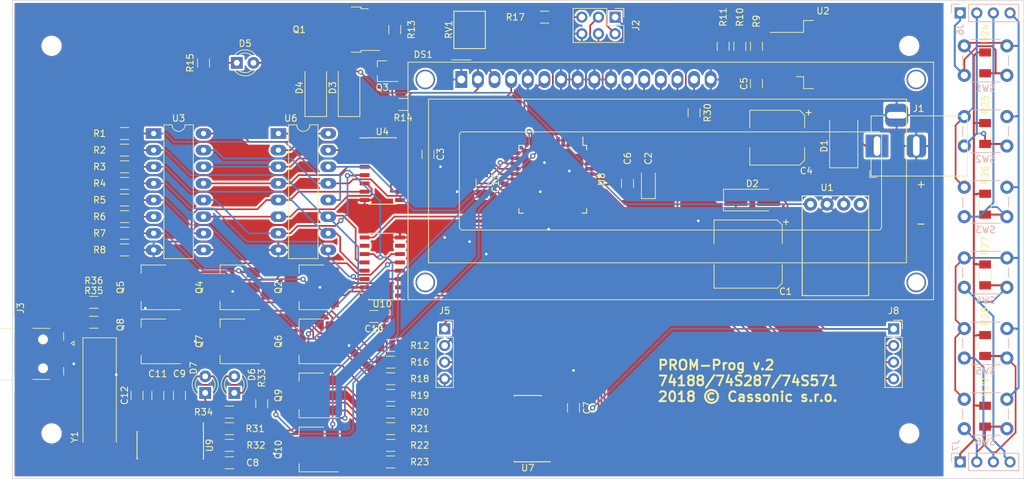
<source format=kicad_pcb>
(kicad_pcb (version 20171130) (host pcbnew 5.1.10-88a1d61d58~90~ubuntu20.04.1)
  (layers (0 F.Cu signal) (31 B.Cu signal) (34 B.Paste user) (35 F.Paste user) (36 B.SilkS user) (37 F.SilkS user) (38 B.Mask user) (39 F.Mask user) (44 Edge.Cuts user))
  (net 0 "")
  (net 1 +5V)
  (net 2 /SW2)
  (net 3 "Net-(DS1-Pad15)")
  (net 4 /SW4)
  (net 5 /SW3)
  (net 6 /SW1)
  (net 7 "Net-(R12-Pad1)")
  (net 8 GND)
  (net 9 "Net-(Q1-Pad1)")
  (net 10 /BURN)
  (net 11 "Net-(D5-Pad1)")
  (net 12 /RST)
  (net 13 "Net-(R10-Pad1)")
  (net 14 /D0)
  (net 15 /D1)
  (net 16 /D2)
  (net 17 /D3)
  (net 18 /D4)
  (net 19 /D5)
  (net 20 /D6)
  (net 21 /D7)
  (net 22 "Net-(DS1-Pad3)")
  (net 23 "Net-(D4-Pad2)")
  (net 24 "Net-(C4-Pad1)")
  (net 25 "Net-(J3-Pad3)")
  (net 26 "Net-(J3-Pad2)")
  (net 27 "Net-(U9-Pad9)")
  (net 28 "Net-(U9-Pad10)")
  (net 29 "Net-(U9-Pad11)")
  (net 30 "Net-(U9-Pad12)")
  (net 31 "Net-(U9-Pad13)")
  (net 32 "Net-(U9-Pad14)")
  (net 33 "Net-(U9-Pad15)")
  (net 34 /DB4)
  (net 35 /DB3)
  (net 36 /DB2)
  (net 37 /DB1)
  (net 38 /SB0)
  (net 39 /SB1)
  (net 40 /SB2)
  (net 41 /ADDRCLK)
  (net 42 /ADDREN)
  (net 43 /A8)
  (net 44 /~CS)
  (net 45 /E)
  (net 46 /~BEN)
  (net 47 /RS)
  (net 48 /A0)
  (net 49 /A1)
  (net 50 /A2)
  (net 51 /A3)
  (net 52 /A4)
  (net 53 /VPP)
  (net 54 /A6)
  (net 55 /A5)
  (net 56 /A7)
  (net 57 "Net-(U4-Pad9)")
  (net 58 "Net-(D1-Pad2)")
  (net 59 "Net-(C1-Pad1)")
  (net 60 "Net-(R18-Pad1)")
  (net 61 "Net-(Q5-Pad1)")
  (net 62 "Net-(Q3-Pad1)")
  (net 63 "Net-(Q6-Pad1)")
  (net 64 "Net-(R19-Pad1)")
  (net 65 "Net-(R20-Pad1)")
  (net 66 "Net-(Q7-Pad1)")
  (net 67 "Net-(Q8-Pad1)")
  (net 68 "Net-(R21-Pad1)")
  (net 69 "Net-(R22-Pad1)")
  (net 70 "Net-(Q9-Pad1)")
  (net 71 "Net-(Q10-Pad1)")
  (net 72 "Net-(R23-Pad1)")
  (net 73 /SW6)
  (net 74 /SW5)
  (net 75 "Net-(Q2-Pad1)")
  (net 76 "Net-(R16-Pad1)")
  (net 77 "Net-(Q4-Pad1)")
  (net 78 "Net-(C5-Pad1)")
  (net 79 /DAT_LOAD)
  (net 80 /DAT_CLK)
  (net 81 "Net-(U10-Pad7)")
  (net 82 /DAT)
  (net 83 "Net-(U10-Pad10)")
  (net 84 "Net-(C12-Pad2)")
  (net 85 "Net-(C11-Pad2)")
  (net 86 "Net-(C9-Pad1)")
  (net 87 /ADDRDAT)
  (net 88 "Net-(J2-Pad4)")
  (net 89 "Net-(J2-Pad1)")
  (net 90 "Net-(J2-Pad3)")
  (net 91 "Net-(U8-Pad7)")
  (net 92 "Net-(U8-Pad8)")
  (net 93 "Net-(J7-Pad2)")
  (net 94 "Net-(J7-Pad1)")
  (net 95 "Net-(J7-Pad3)")
  (net 96 "Net-(J7-Pad4)")
  (net 97 "Net-(J6-Pad3)")
  (net 98 "Net-(J6-Pad2)")
  (net 99 "Net-(J6-Pad1)")
  (net 100 "Net-(J6-Pad4)")
  (net 101 "Net-(U1-Pad1)")
  (net 102 "Net-(R31-Pad1)")
  (net 103 "Net-(R31-Pad2)")
  (net 104 "Net-(D7-Pad1)")
  (net 105 "Net-(R32-Pad2)")
  (net 106 "Net-(D6-Pad1)")
  (net 107 "Net-(R32-Pad1)")
  (net 108 "Net-(R36-Pad2)")
  (net 109 "Net-(R35-Pad2)")
  (net 110 "Net-(C8-Pad2)")
  (net 111 "Net-(U8-Pad21)")
  (net 112 "Net-(U8-Pad22)")
  (module Resistor_SMD:R_1206_3216Metric_Pad1.24x1.80mm_HandSolder (layer F.Cu) (at 82.446 117.124)
    (fp_text reference R35 (at 0 -4.826) (layer F.SilkS))
    (fp_text value 68R)
    (pad 2 smd rect (at 1.5925 0) (size 1.245 1.8) (layers F.Cu F.Paste F.Mask) (net 109 "Net-(R35-Pad2)"))
    (pad 1 smd rect (at -1.5925 0) (size 1.245 1.8) (layers F.Cu F.Paste F.Mask) (net 25 "Net-(J3-Pad3)"))
  )
  (module Resistor_SMD:R_1206_3216Metric_Pad1.24x1.80mm_HandSolder (layer F.Cu) (at 82.446 114.076)
    (fp_text reference R36 (at 0 -3.302) (layer F.SilkS))
    (fp_text value 68R)
    (pad 1 smd rect (at -1.5925 0) (size 1.245 1.8) (layers F.Cu F.Paste F.Mask) (net 26 "Net-(J3-Pad2)"))
    (pad 2 smd rect (at 1.5925 0) (size 1.245 1.8) (layers F.Cu F.Paste F.Mask) (net 108 "Net-(R36-Pad2)"))
  )
  (module Resistor_SMD:R_1206_3216Metric_Pad1.24x1.80mm_HandSolder (layer F.Cu) (at 103.147 130.84)
    (fp_text reference R34 (at -3.937 0) (layer F.SilkS))
    (fp_text value 1k)
    (pad 2 smd rect (at 1.5925 0) (size 1.245 1.8) (layers F.Cu F.Paste F.Mask) (net 103 "Net-(R31-Pad2)"))
    (pad 1 smd rect (at -1.5925 0) (size 1.245 1.8) (layers F.Cu F.Paste F.Mask) (net 104 "Net-(D7-Pad1)"))
  )
  (module Resistor_SMD:R_1206_3216Metric_Pad1.24x1.80mm_HandSolder (layer F.Cu) (at 103.147 133.38)
    (fp_text reference R31 (at 3.937 0) (layer F.SilkS))
    (fp_text value 1k)
    (pad 1 smd rect (at -1.5925 0) (size 1.245 1.8) (layers F.Cu F.Paste F.Mask) (net 102 "Net-(R31-Pad1)"))
    (pad 2 smd rect (at 1.5925 0) (size 1.245 1.8) (layers F.Cu F.Paste F.Mask) (net 103 "Net-(R31-Pad2)"))
  )
  (module Resistor_SMD:R_1206_3216Metric_Pad1.24x1.80mm_HandSolder (layer F.Cu) (at 103.147 135.92)
    (fp_text reference R32 (at 4.064 0) (layer F.SilkS))
    (fp_text value 1k)
    (pad 1 smd rect (at -1.5925 0) (size 1.245 1.8) (layers F.Cu F.Paste F.Mask) (net 107 "Net-(R32-Pad1)"))
    (pad 2 smd rect (at 1.5925 0) (size 1.245 1.8) (layers F.Cu F.Paste F.Mask) (net 105 "Net-(R32-Pad2)"))
  )
  (module LED_THT:LED_D3.0mm (layer F.Cu) (at 99.464 127.919 90)
    (fp_text reference D7 (at 3.81 -1.778 90) (layer F.SilkS))
    (fp_text value LED)
    (pad 2 thru_hole circle (at 2.54 0 90) (size 1.8 1.8) (drill 0.9) (layers *.Cu *.Mask) (net 110 "Net-(C8-Pad2)"))
    (pad 1 thru_hole rect (at 0 0 90) (size 1.8 1.8) (drill 0.9) (layers *.Cu *.Mask) (net 104 "Net-(D7-Pad1)"))
  )
  (module LED_THT:LED_D3.0mm (layer F.Cu) (at 103.909 127.919 90)
    (fp_text reference D6 (at 2.794 2.667 90) (layer F.SilkS))
    (fp_text value LED)
    (pad 1 thru_hole rect (at 0 0 90) (size 1.8 1.8) (drill 0.9) (layers *.Cu *.Mask) (net 106 "Net-(D6-Pad1)"))
    (pad 2 thru_hole circle (at 2.54 0 90) (size 1.8 1.8) (drill 0.9) (layers *.Cu *.Mask) (net 110 "Net-(C8-Pad2)"))
  )
  (module Resistor_SMD:R_1206_3216Metric_Pad1.24x1.80mm_HandSolder (layer F.Cu) (at 108.1 129.57 90)
    (fp_text reference R33 (at 3.937 0 90) (layer F.SilkS))
    (fp_text value 1k)
    (pad 1 smd rect (at -1.5925 0 90) (size 1.245 1.8) (layers F.Cu F.Paste F.Mask) (net 105 "Net-(R32-Pad2)"))
    (pad 2 smd rect (at 1.5925 0 90) (size 1.245 1.8) (layers F.Cu F.Paste F.Mask) (net 106 "Net-(D6-Pad1)"))
  )
  (module Capacitor_SMD:C_1206_3216Metric_Pad1.24x1.80mm_HandSolder (layer F.Cu) (at 155.725 130.205 270)
    (fp_text reference C7 (at 0 -2.05 270) (layer F.SilkS))
    (fp_text value 100nF)
    (pad 1 smd rect (at -1.5925 0 270) (size 1.245 1.8) (layers F.Cu F.Paste F.Mask) (net 8 GND))
    (pad 2 smd rect (at 1.5925 0 270) (size 1.245 1.8) (layers F.Cu F.Paste F.Mask) (net 1 +5V))
  )
  (module Package_QFP:TQFP-44_10x10mm_P0.8mm (layer F.Cu) (at 152.55 95.28 270)
    (fp_text reference U8 (at 0 -7.45 270) (layer F.SilkS))
    (fp_text value ATMEGA16-16AU)
    (pad 1 smd rect (at -5.7 -4 270) (size 1.5 0.55) (layers F.Cu F.Paste F.Mask) (net 88 "Net-(J2-Pad4)"))
    (pad 2 smd rect (at -5.7 -3.2 270) (size 1.5 0.55) (layers F.Cu F.Paste F.Mask) (net 89 "Net-(J2-Pad1)"))
    (pad 3 smd rect (at -5.7 -2.4 270) (size 1.5 0.55) (layers F.Cu F.Paste F.Mask) (net 90 "Net-(J2-Pad3)"))
    (pad 4 smd rect (at -5.7 -1.6 270) (size 1.5 0.55) (layers F.Cu F.Paste F.Mask) (net 12 /RST))
    (pad 5 smd rect (at -5.7 -0.8 270) (size 1.5 0.55) (layers F.Cu F.Paste F.Mask) (net 1 +5V))
    (pad 6 smd rect (at -5.7 0 270) (size 1.5 0.55) (layers F.Cu F.Paste F.Mask) (net 8 GND))
    (pad 7 smd rect (at -5.7 0.8 270) (size 1.5 0.55) (layers F.Cu F.Paste F.Mask) (net 91 "Net-(U8-Pad7)"))
    (pad 8 smd rect (at -5.7 1.6 270) (size 1.5 0.55) (layers F.Cu F.Paste F.Mask) (net 92 "Net-(U8-Pad8)"))
    (pad 9 smd rect (at -5.7 2.4 270) (size 1.5 0.55) (layers F.Cu F.Paste F.Mask) (net 103 "Net-(R31-Pad2)"))
    (pad 10 smd rect (at -5.7 3.2 270) (size 1.5 0.55) (layers F.Cu F.Paste F.Mask) (net 105 "Net-(R32-Pad2)"))
    (pad 11 smd rect (at -5.7 4 270) (size 1.5 0.55) (layers F.Cu F.Paste F.Mask) (net 45 /E))
    (pad 12 smd rect (at -4 5.7) (size 1.5 0.55) (layers F.Cu F.Paste F.Mask) (net 47 /RS))
    (pad 13 smd rect (at -3.2 5.7) (size 1.5 0.55) (layers F.Cu F.Paste F.Mask) (net 10 /BURN))
    (pad 14 smd rect (at -2.4 5.7) (size 1.5 0.55) (layers F.Cu F.Paste F.Mask) (net 43 /A8))
    (pad 15 smd rect (at -1.6 5.7) (size 1.5 0.55) (layers F.Cu F.Paste F.Mask) (net 87 /ADDRDAT))
    (pad 16 smd rect (at -0.8 5.7) (size 1.5 0.55) (layers F.Cu F.Paste F.Mask) (net 42 /ADDREN))
    (pad 17 smd rect (at 0 5.7) (size 1.5 0.55) (layers F.Cu F.Paste F.Mask) (net 1 +5V))
    (pad 18 smd rect (at 0.8 5.7) (size 1.5 0.55) (layers F.Cu F.Paste F.Mask) (net 8 GND))
    (pad 19 smd rect (at 1.6 5.7) (size 1.5 0.55) (layers F.Cu F.Paste F.Mask) (net 41 /ADDRCLK))
    (pad 20 smd rect (at 2.4 5.7) (size 1.5 0.55) (layers F.Cu F.Paste F.Mask) (net 44 /~CS))
    (pad 21 smd rect (at 3.2 5.7) (size 1.5 0.55) (layers F.Cu F.Paste F.Mask) (net 111 "Net-(U8-Pad21)"))
    (pad 22 smd rect (at 4 5.7) (size 1.5 0.55) (layers F.Cu F.Paste F.Mask) (net 112 "Net-(U8-Pad22)"))
    (pad 23 smd rect (at 5.7 4 270) (size 1.5 0.55) (layers F.Cu F.Paste F.Mask) (net 82 /DAT))
    (pad 24 smd rect (at 5.7 3.2 270) (size 1.5 0.55) (layers F.Cu F.Paste F.Mask) (net 80 /DAT_CLK))
    (pad 25 smd rect (at 5.7 2.4 270) (size 1.5 0.55) (layers F.Cu F.Paste F.Mask) (net 79 /DAT_LOAD))
    (pad 26 smd rect (at 5.7 1.6 270) (size 1.5 0.55) (layers F.Cu F.Paste F.Mask) (net 6 /SW1))
    (pad 27 smd rect (at 5.7 0.8 270) (size 1.5 0.55) (layers F.Cu F.Paste F.Mask) (net 1 +5V))
    (pad 28 smd rect (at 5.7 0 270) (size 1.5 0.55) (layers F.Cu F.Paste F.Mask) (net 8 GND))
    (pad 29 smd rect (at 5.7 -0.8 270) (size 1.5 0.55) (layers F.Cu F.Paste F.Mask) (net 1 +5V))
    (pad 30 smd rect (at 5.7 -1.6 270) (size 1.5 0.55) (layers F.Cu F.Paste F.Mask) (net 2 /SW2))
    (pad 31 smd rect (at 5.7 -2.4 270) (size 1.5 0.55) (layers F.Cu F.Paste F.Mask) (net 5 /SW3))
    (pad 32 smd rect (at 5.7 -3.2 270) (size 1.5 0.55) (layers F.Cu F.Paste F.Mask) (net 46 /~BEN))
    (pad 33 smd rect (at 5.7 -4 270) (size 1.5 0.55) (layers F.Cu F.Paste F.Mask) (net 40 /SB2))
    (pad 34 smd rect (at 4 -5.7) (size 1.5 0.55) (layers F.Cu F.Paste F.Mask) (net 39 /SB1))
    (pad 35 smd rect (at 3.2 -5.7) (size 1.5 0.55) (layers F.Cu F.Paste F.Mask) (net 38 /SB0))
    (pad 36 smd rect (at 2.4 -5.7) (size 1.5 0.55) (layers F.Cu F.Paste F.Mask) (net 4 /SW4))
    (pad 37 smd rect (at 1.6 -5.7) (size 1.5 0.55) (layers F.Cu F.Paste F.Mask) (net 74 /SW5))
    (pad 38 smd rect (at 0.8 -5.7) (size 1.5 0.55) (layers F.Cu F.Paste F.Mask) (net 1 +5V))
    (pad 39 smd rect (at 0 -5.7) (size 1.5 0.55) (layers F.Cu F.Paste F.Mask) (net 8 GND))
    (pad 40 smd rect (at -0.8 -5.7) (size 1.5 0.55) (layers F.Cu F.Paste F.Mask) (net 73 /SW6))
    (pad 41 smd rect (at -1.6 -5.7) (size 1.5 0.55) (layers F.Cu F.Paste F.Mask) (net 34 /DB4))
    (pad 42 smd rect (at -2.4 -5.7) (size 1.5 0.55) (layers F.Cu F.Paste F.Mask) (net 35 /DB3))
    (pad 43 smd rect (at -3.2 -5.7) (size 1.5 0.55) (layers F.Cu F.Paste F.Mask) (net 36 /DB2))
    (pad 44 smd rect (at -4 -5.7) (size 1.5 0.55) (layers F.Cu F.Paste F.Mask) (net 37 /DB1))
  )
  (module Capacitor_Tantalum_SMD:CP_EIA-3216-18_Kemet-A (layer F.Cu) (at 167.155 95.915 90)
    (fp_text reference C2 (at 3.81 0 90) (layer F.SilkS))
    (fp_text value 22uF/6.3V)
    (pad 1 smd rect (at -1.38 0 90) (size 1.36 1.4) (layers F.Cu F.Paste F.Mask) (net 1 +5V))
    (pad 2 smd rect (at 1.38 0 90) (size 1.36 1.4) (layers F.Cu F.Paste F.Mask) (net 8 GND))
  )
  (module Resistor_SMD:R_1206_3216Metric_Pad1.24x1.80mm_HandSolder (layer F.Cu) (at 127.785 123.22 180)
    (fp_text reference R16 (at -4.445 0 180) (layer F.SilkS))
    (fp_text value 1k)
    (pad 1 smd rect (at -1.5925 0 180) (size 1.245 1.8) (layers F.Cu F.Paste F.Mask) (net 76 "Net-(R16-Pad1)"))
    (pad 2 smd rect (at 1.5925 0 180) (size 1.245 1.8) (layers F.Cu F.Paste F.Mask) (net 77 "Net-(Q4-Pad1)"))
  )
  (module Capacitor_SMD:C_1206_3216Metric_Pad1.24x1.80mm_HandSolder (layer F.Cu) (at 141.755 95.915 270)
    (fp_text reference C13 (at 0 -2.05 270) (layer F.SilkS))
    (fp_text value 100nF)
    (pad 1 smd rect (at -1.5925 0 270) (size 1.245 1.8) (layers F.Cu F.Paste F.Mask) (net 1 +5V))
    (pad 2 smd rect (at 1.5925 0 270) (size 1.245 1.8) (layers F.Cu F.Paste F.Mask) (net 8 GND))
  )
  (module Cassonic:DCDC_Small (layer F.Cu) (at 199.54 99.09 180)
    (fp_text reference U1 (at 5.08 2.54 180) (layer F.SilkS))
    (fp_text value MENIC_DC-DC_MINI)
    (pad 1 thru_hole circle (at 0 0 180) (size 2 2) (drill 1) (layers *.Cu *.Mask) (net 101 "Net-(U1-Pad1)"))
    (pad 2 thru_hole circle (at 2.54 0 180) (size 2 2) (drill 1) (layers *.Cu *.Mask) (net 78 "Net-(C5-Pad1)"))
    (pad 3 thru_hole circle (at 5.08 0 180) (size 2 2) (drill 1) (layers *.Cu *.Mask) (net 8 GND))
    (pad 4 thru_hole circle (at 7.62 0 180) (size 2 2) (drill 1) (layers *.Cu *.Mask) (net 59 "Net-(C1-Pad1)"))
  )
  (module Connector_PinHeader_2.54mm:PinHeader_1x04_P2.54mm_Vertical (layer B.Cu) (at 214.78 69.88 270)
    (fp_text reference J6 (at 2.54 0 270) (layer B.SilkS) (effects (justify mirror)))
    (fp_text value "4Pin Header")
    (pad 4 thru_hole oval (at 0 -7.62 270) (size 1.7 1.7) (drill 1) (layers *.Cu *.Mask) (net 100 "Net-(J6-Pad4)"))
    (pad 3 thru_hole oval (at 0 -5.08 270) (size 1.7 1.7) (drill 1) (layers *.Cu *.Mask) (net 97 "Net-(J6-Pad3)"))
    (pad 2 thru_hole oval (at 0 -2.54 270) (size 1.7 1.7) (drill 1) (layers *.Cu *.Mask) (net 98 "Net-(J6-Pad2)"))
    (pad 1 thru_hole rect (at 0 0 270) (size 1.7 1.7) (drill 1) (layers *.Cu *.Mask) (net 99 "Net-(J6-Pad1)"))
  )
  (module Connector_PinHeader_2.54mm:PinHeader_1x04_P2.54mm_Vertical (layer B.Cu) (at 214.78 138.46 270)
    (fp_text reference J7 (at -2.54 0.635 270) (layer B.SilkS) (effects (justify mirror)))
    (fp_text value "4Pin Header")
    (pad 1 thru_hole rect (at 0 0 270) (size 1.7 1.7) (drill 1) (layers *.Cu *.Mask) (net 94 "Net-(J7-Pad1)"))
    (pad 2 thru_hole oval (at 0 -2.54 270) (size 1.7 1.7) (drill 1) (layers *.Cu *.Mask) (net 93 "Net-(J7-Pad2)"))
    (pad 3 thru_hole oval (at 0 -5.08 270) (size 1.7 1.7) (drill 1) (layers *.Cu *.Mask) (net 95 "Net-(J7-Pad3)"))
    (pad 4 thru_hole oval (at 0 -7.62 270) (size 1.7 1.7) (drill 1) (layers *.Cu *.Mask) (net 96 "Net-(J7-Pad4)"))
  )
  (module Connector_PinSocket_2.54mm:PinSocket_1x04_P2.54mm_Vertical (layer F.Cu) (at 136.04 118.14)
    (fp_text reference J5 (at 0 -2.77) (layer F.SilkS))
    (fp_text value "4Pin F Header")
    (pad 4 thru_hole oval (at 0 7.62) (size 1.7 1.7) (drill 1) (layers *.Cu *.Mask) (net 8 GND))
    (pad 3 thru_hole oval (at 0 5.08) (size 1.7 1.7) (drill 1) (layers *.Cu *.Mask) (net 5 /SW3))
    (pad 2 thru_hole oval (at 0 2.54) (size 1.7 1.7) (drill 1) (layers *.Cu *.Mask) (net 2 /SW2))
    (pad 1 thru_hole rect (at 0 0) (size 1.7 1.7) (drill 1) (layers *.Cu *.Mask) (net 6 /SW1))
  )
  (module Connector_PinSocket_2.54mm:PinSocket_1x04_P2.54mm_Vertical (layer F.Cu) (at 204.62 118.14)
    (fp_text reference J8 (at 0 -2.77) (layer F.SilkS))
    (fp_text value "4Pin F Header")
    (pad 1 thru_hole rect (at 0 0) (size 1.7 1.7) (drill 1) (layers *.Cu *.Mask) (net 1 +5V))
    (pad 2 thru_hole oval (at 0 2.54) (size 1.7 1.7) (drill 1) (layers *.Cu *.Mask) (net 73 /SW6))
    (pad 3 thru_hole oval (at 0 5.08) (size 1.7 1.7) (drill 1) (layers *.Cu *.Mask) (net 74 /SW5))
    (pad 4 thru_hole oval (at 0 7.62) (size 1.7 1.7) (drill 1) (layers *.Cu *.Mask) (net 4 /SW4))
  )
  (module Button_Switch_THT:SW_PUSH_6mm (layer B.Cu) (at 215.415 122.585)
    (fp_text reference SW5 (at 3.25 2) (layer B.SilkS) (effects (justify mirror)))
    (fp_text value B3F-1052)
    (pad 1 thru_hole circle (at 6.5 0 270) (size 2 2) (drill 1.1) (layers *.Cu *.Mask) (net 95 "Net-(J7-Pad3)"))
    (pad 2 thru_hole circle (at 6.5 -4.5 270) (size 2 2) (drill 1.1) (layers *.Cu *.Mask) (net 100 "Net-(J6-Pad4)"))
    (pad 1 thru_hole circle (at 0 0 270) (size 2 2) (drill 1.1) (layers *.Cu *.Mask) (net 95 "Net-(J7-Pad3)"))
    (pad 2 thru_hole circle (at 0 -4.5 270) (size 2 2) (drill 1.1) (layers *.Cu *.Mask) (net 100 "Net-(J6-Pad4)"))
  )
  (module Button_Switch_THT:SW_PUSH_6mm (layer B.Cu) (at 215.415 133.38)
    (fp_text reference SW6 (at 3.25 2) (layer B.SilkS) (effects (justify mirror)))
    (fp_text value B3F-1052)
    (pad 2 thru_hole circle (at 0 -4.5 270) (size 2 2) (drill 1.1) (layers *.Cu *.Mask) (net 100 "Net-(J6-Pad4)"))
    (pad 1 thru_hole circle (at 0 0 270) (size 2 2) (drill 1.1) (layers *.Cu *.Mask) (net 93 "Net-(J7-Pad2)"))
    (pad 2 thru_hole circle (at 6.5 -4.5 270) (size 2 2) (drill 1.1) (layers *.Cu *.Mask) (net 100 "Net-(J6-Pad4)"))
    (pad 1 thru_hole circle (at 6.5 0 270) (size 2 2) (drill 1.1) (layers *.Cu *.Mask) (net 93 "Net-(J7-Pad2)"))
  )
  (module Capacitor_SMD:CP_Elec_10x10 (layer F.Cu) (at 182.395 106.71 180)
    (fp_text reference C1 (at -5.715 -5.715 180) (layer F.SilkS))
    (fp_text value 1000uF/10V)
    (fp_text user + (at -5.78 4.97 180) (layer F.SilkS))
    (pad 2 smd rect (at 4 0) (size 4 2.5) (layers F.Cu F.Paste F.Mask) (net 8 GND))
    (pad 1 smd rect (at -4 0) (size 4 2.5) (layers F.Cu F.Paste F.Mask) (net 59 "Net-(C1-Pad1)"))
  )
  (module Capacitor_SMD:CP_Elec_8x10 (layer F.Cu) (at 186.84 88.93 180)
    (fp_text reference C4 (at -4.445 -5.08 180) (layer F.SilkS))
    (fp_text value 470uF/16V)
    (fp_text user + (at -4.78 3.9 180) (layer F.SilkS))
    (pad 1 smd rect (at -3.05 0) (size 4 2.5) (layers F.Cu F.Paste F.Mask) (net 24 "Net-(C4-Pad1)"))
    (pad 2 smd rect (at 3.05 0) (size 4 2.5) (layers F.Cu F.Paste F.Mask) (net 8 GND))
  )
  (module Capacitor_SMD:C_1206_3216Metric_Pad1.24x1.80mm_HandSolder (layer F.Cu) (at 103.147 138.587 180)
    (fp_text reference C8 (at -3.556 0 180) (layer F.SilkS))
    (fp_text value 100nF)
    (pad 2 smd rect (at 1.5925 0 180) (size 1.245 1.8) (layers F.Cu F.Paste F.Mask) (net 110 "Net-(C8-Pad2)"))
    (pad 1 smd rect (at -1.5925 0 180) (size 1.245 1.8) (layers F.Cu F.Paste F.Mask) (net 8 GND))
  )
  (module Capacitor_SMD:C_1206_3216Metric_Pad1.24x1.80mm_HandSolder (layer F.Cu) (at 95.527 128.3 90)
    (fp_text reference C9 (at 3.302 0 180) (layer F.SilkS))
    (fp_text value 10nF)
    (pad 1 smd rect (at -1.5925 0 90) (size 1.245 1.8) (layers F.Cu F.Paste F.Mask) (net 86 "Net-(C9-Pad1)"))
    (pad 2 smd rect (at 1.5925 0 90) (size 1.245 1.8) (layers F.Cu F.Paste F.Mask) (net 8 GND))
  )
  (module Capacitor_SMD:C_1206_3216Metric_Pad1.24x1.80mm_HandSolder (layer F.Cu) (at 125.245 116.235 180)
    (fp_text reference C10 (at 0 -1.905 180) (layer F.SilkS))
    (fp_text value 100nF)
    (pad 2 smd rect (at 1.5925 0 180) (size 1.245 1.8) (layers F.Cu F.Paste F.Mask) (net 1 +5V))
    (pad 1 smd rect (at -1.5925 0 180) (size 1.245 1.8) (layers F.Cu F.Paste F.Mask) (net 8 GND))
  )
  (module Capacitor_SMD:C_1206_3216Metric_Pad1.24x1.80mm_HandSolder (layer F.Cu) (at 163.98 95.915 270)
    (fp_text reference C6 (at -3.81 0 270) (layer F.SilkS))
    (fp_text value 100nF)
    (pad 1 smd rect (at -1.5925 0 270) (size 1.245 1.8) (layers F.Cu F.Paste F.Mask) (net 8 GND))
    (pad 2 smd rect (at 1.5925 0 270) (size 1.245 1.8) (layers F.Cu F.Paste F.Mask) (net 1 +5V))
  )
  (module Capacitor_SMD:C_1206_3216Metric_Pad1.24x1.80mm_HandSolder (layer F.Cu) (at 183.665 80.675 270)
    (fp_text reference C5 (at 0 1.905 270) (layer F.SilkS))
    (fp_text value 100nF)
    (pad 2 smd rect (at 1.5925 0 270) (size 1.245 1.8) (layers F.Cu F.Paste F.Mask) (net 8 GND))
    (pad 1 smd rect (at -1.5925 0 270) (size 1.245 1.8) (layers F.Cu F.Paste F.Mask) (net 78 "Net-(C5-Pad1)"))
  )
  (module Capacitor_SMD:C_1206_3216Metric_Pad1.24x1.80mm_HandSolder (layer F.Cu) (at 133.5 91.47 90)
    (fp_text reference C3 (at 0 1.905 90) (layer F.SilkS))
    (fp_text value 100nF)
    (pad 1 smd rect (at -1.5925 0 90) (size 1.245 1.8) (layers F.Cu F.Paste F.Mask) (net 8 GND))
    (pad 2 smd rect (at 1.5925 0 90) (size 1.245 1.8) (layers F.Cu F.Paste F.Mask) (net 1 +5V))
  )
  (module Capacitor_SMD:C_1206_3216Metric_Pad1.24x1.80mm_HandSolder (layer F.Cu) (at 89.05 128.3 270)
    (fp_text reference C12 (at 0 1.905 270) (layer F.SilkS))
    (fp_text value 22p)
    (pad 2 smd rect (at 1.5925 0 270) (size 1.245 1.8) (layers F.Cu F.Paste F.Mask) (net 84 "Net-(C12-Pad2)"))
    (pad 1 smd rect (at -1.5925 0 270) (size 1.245 1.8) (layers F.Cu F.Paste F.Mask) (net 8 GND))
  )
  (module Capacitor_SMD:C_1206_3216Metric_Pad1.24x1.80mm_HandSolder (layer F.Cu) (at 92.225 128.3 270)
    (fp_text reference C11 (at -3.302 0) (layer F.SilkS))
    (fp_text value 22p)
    (pad 1 smd rect (at -1.5925 0 270) (size 1.245 1.8) (layers F.Cu F.Paste F.Mask) (net 8 GND))
    (pad 2 smd rect (at 1.5925 0 270) (size 1.245 1.8) (layers F.Cu F.Paste F.Mask) (net 85 "Net-(C11-Pad2)"))
  )
  (module Cassonic:bourns_3364W (layer F.Cu) (at 139.85 72.42 180)
    (fp_text reference RV1 (at 3.175 0 270) (layer F.SilkS))
    (fp_text value 20k hide)
    (pad 2 smd rect (at 0 -2 180) (size 2.4 1.1) (layers F.Cu F.Paste F.Mask) (net 22 "Net-(DS1-Pad3)"))
    (pad 1 smd rect (at -1.45 1.8 180) (size 1.3 1.5) (layers F.Cu F.Paste F.Mask) (net 1 +5V))
    (pad 3 smd rect (at 1.45 1.8 180) (size 1.3 1.5) (layers F.Cu F.Paste F.Mask) (net 8 GND))
  )
  (module Connector_USB:USB_Mini-B_Lumber_2486_Horizontal (layer F.Cu) (at 74.445 121.95 270)
    (fp_text reference J3 (at -6.985 3.175 270) (layer F.SilkS))
    (fp_text value USB_B_Mini)
    (pad 1 smd rect (at -1.6 -2.85) (size 2.3 0.5) (layers F.Cu F.Paste F.Mask) (net 110 "Net-(C8-Pad2)"))
    (pad 2 smd rect (at -0.8 -2.85) (size 2.3 0.5) (layers F.Cu F.Paste F.Mask) (net 26 "Net-(J3-Pad2)"))
    (pad 3 smd rect (at 0 -2.85) (size 2.3 0.5) (layers F.Cu F.Paste F.Mask) (net 25 "Net-(J3-Pad3)"))
    (pad 4 smd rect (at 0.8 -2.85) (size 2.3 0.5) (layers F.Cu F.Paste F.Mask) (net 8 GND))
    (pad 5 smd rect (at 1.6 -2.85) (size 2.3 0.5) (layers F.Cu F.Paste F.Mask) (net 8 GND))
    (pad 6 smd rect (at -4.45 -2.75) (size 2.5 2) (layers F.Cu F.Paste F.Mask) (net 8 GND))
    (pad 6 smd rect (at -4.45 2.75) (size 2.5 2) (layers F.Cu F.Paste F.Mask) (net 8 GND))
    (pad 6 smd rect (at 4.45 -2.75) (size 2.5 2) (layers F.Cu F.Paste F.Mask) (net 8 GND))
    (pad 6 smd rect (at 4.45 2.75) (size 2.5 2) (layers F.Cu F.Paste F.Mask) (net 8 GND))
    (pad "" np_thru_hole circle (at -2.2 -0.25) (size 0.9 0.9) (drill 0.9) (layers *.Cu *.Mask))
    (pad "" np_thru_hole circle (at 2.2 -0.25) (size 0.9 0.9) (drill 0.9) (layers *.Cu *.Mask))
  )
  (module Crystal:Crystal_SMD_HC49-SD_HandSoldering (layer F.Cu) (at 83.335 129.57 270)
    (fp_text reference Y1 (at 5.08 3.81 270) (layer F.SilkS))
    (fp_text value 12MHz)
    (pad 1 smd rect (at -5.9375 0 270) (size 7.875 2) (layers F.Cu F.Paste F.Mask) (net 85 "Net-(C11-Pad2)"))
    (pad 2 smd rect (at 5.9375 0 270) (size 7.875 2) (layers F.Cu F.Paste F.Mask) (net 84 "Net-(C12-Pad2)"))
  )
  (module Diode_SMD:D_SMA_Handsoldering (layer F.Cu) (at 116.355 81.31 90)
    (fp_text reference D4 (at 0 -2.5 90) (layer F.SilkS))
    (fp_text value SK310SMA)
    (pad 1 smd rect (at -2.5 0 90) (size 3.5 1.8) (layers F.Cu F.Paste F.Mask) (net 53 /VPP))
    (pad 2 smd rect (at 2.5 0 90) (size 3.5 1.8) (layers F.Cu F.Paste F.Mask) (net 23 "Net-(D4-Pad2)"))
  )
  (module Diode_SMD:D_SMA_Handsoldering (layer F.Cu) (at 183.03 98.455)
    (fp_text reference D2 (at 0 -2.5) (layer F.SilkS))
    (fp_text value SK310SMA)
    (pad 2 smd rect (at 2.5 0) (size 3.5 1.8) (layers F.Cu F.Paste F.Mask) (net 59 "Net-(C1-Pad1)"))
    (pad 1 smd rect (at -2.5 0) (size 3.5 1.8) (layers F.Cu F.Paste F.Mask) (net 1 +5V))
  )
  (module Diode_SMD:D_SMA_Handsoldering (layer F.Cu) (at 121.435 81.31 90)
    (fp_text reference D3 (at 0 -2.5 90) (layer F.SilkS))
    (fp_text value SK310SMA)
    (pad 1 smd rect (at -2.5 0 90) (size 3.5 1.8) (layers F.Cu F.Paste F.Mask) (net 53 /VPP))
    (pad 2 smd rect (at 2.5 0 90) (size 3.5 1.8) (layers F.Cu F.Paste F.Mask) (net 59 "Net-(C1-Pad1)"))
  )
  (module Diode_SMD:D_SMB_Handsoldering (layer F.Cu) (at 197 88.93 90)
    (fp_text reference D1 (at -1.27 -3 90) (layer F.SilkS))
    (fp_text value S1B)
    (pad 1 smd rect (at -2.7 0 90) (size 3.5 2.3) (layers F.Cu F.Paste F.Mask) (net 78 "Net-(C5-Pad1)"))
    (pad 2 smd rect (at 2.7 0 90) (size 3.5 2.3) (layers F.Cu F.Paste F.Mask) (net 58 "Net-(D1-Pad2)"))
  )
  (module Package_SOIC:SOIC-16_3.9x9.9mm_P1.27mm (layer F.Cu) (at 126.515 94.01)
    (fp_text reference U4 (at 0 -6) (layer F.SilkS))
    (fp_text value 74LS595)
    (pad 16 smd rect (at 2.7 -4.445) (size 1.5 0.6) (layers F.Cu F.Paste F.Mask) (net 1 +5V))
    (pad 15 smd rect (at 2.7 -3.175) (size 1.5 0.6) (layers F.Cu F.Paste F.Mask) (net 56 /A7))
    (pad 14 smd rect (at 2.7 -1.905) (size 1.5 0.6) (layers F.Cu F.Paste F.Mask) (net 87 /ADDRDAT))
    (pad 13 smd rect (at 2.7 -0.635) (size 1.5 0.6) (layers F.Cu F.Paste F.Mask) (net 8 GND))
    (pad 12 smd rect (at 2.7 0.635) (size 1.5 0.6) (layers F.Cu F.Paste F.Mask) (net 42 /ADDREN))
    (pad 11 smd rect (at 2.7 1.905) (size 1.5 0.6) (layers F.Cu F.Paste F.Mask) (net 41 /ADDRCLK))
    (pad 10 smd rect (at 2.7 3.175) (size 1.5 0.6) (layers F.Cu F.Paste F.Mask) (net 1 +5V))
    (pad 9 smd rect (at 2.7 4.445) (size 1.5 0.6) (layers F.Cu F.Paste F.Mask) (net 57 "Net-(U4-Pad9)"))
    (pad 8 smd rect (at -2.7 4.445) (size 1.5 0.6) (layers F.Cu F.Paste F.Mask) (net 8 GND))
    (pad 7 smd rect (at -2.7 3.175) (size 1.5 0.6) (layers F.Cu F.Paste F.Mask) (net 48 /A0))
    (pad 6 smd rect (at -2.7 1.905) (size 1.5 0.6) (layers F.Cu F.Paste F.Mask) (net 49 /A1))
    (pad 5 smd rect (at -2.7 0.635) (size 1.5 0.6) (layers F.Cu F.Paste F.Mask) (net 50 /A2))
    (pad 4 smd rect (at -2.7 -0.635) (size 1.5 0.6) (layers F.Cu F.Paste F.Mask) (net 51 /A3))
    (pad 3 smd rect (at -2.7 -1.905) (size 1.5 0.6) (layers F.Cu F.Paste F.Mask) (net 52 /A4))
    (pad 2 smd rect (at -2.7 -3.175) (size 1.5 0.6) (layers F.Cu F.Paste F.Mask) (net 55 /A5))
    (pad 1 smd rect (at -2.7 -4.445) (size 1.5 0.6) (layers F.Cu F.Paste F.Mask) (net 54 /A6))
  )
  (module Package_SOIC:SOIC-16_3.9x9.9mm_P1.27mm (layer F.Cu) (at 148.74 133.38 180)
    (fp_text reference U7 (at 0 -6 180) (layer F.SilkS))
    (fp_text value 74LS138)
    (pad 1 smd rect (at -2.7 -4.445 180) (size 1.5 0.6) (layers F.Cu F.Paste F.Mask) (net 38 /SB0))
    (pad 2 smd rect (at -2.7 -3.175 180) (size 1.5 0.6) (layers F.Cu F.Paste F.Mask) (net 39 /SB1))
    (pad 3 smd rect (at -2.7 -1.905 180) (size 1.5 0.6) (layers F.Cu F.Paste F.Mask) (net 40 /SB2))
    (pad 4 smd rect (at -2.7 -0.635 180) (size 1.5 0.6) (layers F.Cu F.Paste F.Mask) (net 46 /~BEN))
    (pad 5 smd rect (at -2.7 0.635 180) (size 1.5 0.6) (layers F.Cu F.Paste F.Mask) (net 46 /~BEN))
    (pad 6 smd rect (at -2.7 1.905 180) (size 1.5 0.6) (layers F.Cu F.Paste F.Mask) (net 1 +5V))
    (pad 7 smd rect (at -2.7 3.175 180) (size 1.5 0.6) (layers F.Cu F.Paste F.Mask) (net 7 "Net-(R12-Pad1)"))
    (pad 8 smd rect (at -2.7 4.445 180) (size 1.5 0.6) (layers F.Cu F.Paste F.Mask) (net 8 GND))
    (pad 9 smd rect (at 2.7 4.445 180) (size 1.5 0.6) (layers F.Cu F.Paste F.Mask) (net 76 "Net-(R16-Pad1)"))
    (pad 10 smd rect (at 2.7 3.175 180) (size 1.5 0.6) (layers F.Cu F.Paste F.Mask) (net 60 "Net-(R18-Pad1)"))
    (pad 11 smd rect (at 2.7 1.905 180) (size 1.5 0.6) (layers F.Cu F.Paste F.Mask) (net 64 "Net-(R19-Pad1)"))
    (pad 12 smd rect (at 2.7 0.635 180) (size 1.5 0.6) (layers F.Cu F.Paste F.Mask) (net 65 "Net-(R20-Pad1)"))
    (pad 13 smd rect (at 2.7 -0.635 180) (size 1.5 0.6) (layers F.Cu F.Paste F.Mask) (net 68 "Net-(R21-Pad1)"))
    (pad 14 smd rect (at 2.7 -1.905 180) (size 1.5 0.6) (layers F.Cu F.Paste F.Mask) (net 69 "Net-(R22-Pad1)"))
    (pad 15 smd rect (at 2.7 -3.175 180) (size 1.5 0.6) (layers F.Cu F.Paste F.Mask) (net 72 "Net-(R23-Pad1)"))
    (pad 16 smd rect (at 2.7 -4.445 180) (size 1.5 0.6) (layers F.Cu F.Paste F.Mask) (net 1 +5V))
  )
  (module Package_SOIC:SOIC-16_3.9x9.9mm_P1.27mm (layer F.Cu) (at 94.13 135.92 270)
    (fp_text reference U9 (at 0 -6 270) (layer F.SilkS))
    (fp_text value CH340G)
    (pad 16 smd rect (at 2.7 -4.445 270) (size 1.5 0.6) (layers F.Cu F.Paste F.Mask) (net 110 "Net-(C8-Pad2)"))
    (pad 15 smd rect (at 2.7 -3.175 270) (size 1.5 0.6) (layers F.Cu F.Paste F.Mask) (net 33 "Net-(U9-Pad15)"))
    (pad 14 smd rect (at 2.7 -1.905 270) (size 1.5 0.6) (layers F.Cu F.Paste F.Mask) (net 32 "Net-(U9-Pad14)"))
    (pad 13 smd rect (at 2.7 -0.635 270) (size 1.5 0.6) (layers F.Cu F.Paste F.Mask) (net 31 "Net-(U9-Pad13)"))
    (pad 12 smd rect (at 2.7 0.635 270) (size 1.5 0.6) (layers F.Cu F.Paste F.Mask) (net 30 "Net-(U9-Pad12)"))
    (pad 11 smd rect (at 2.7 1.905 270) (size 1.5 0.6) (layers F.Cu F.Paste F.Mask) (net 29 "Net-(U9-Pad11)"))
    (pad 10 smd rect (at 2.7 3.175 270) (size 1.5 0.6) (layers F.Cu F.Paste F.Mask) (net 28 "Net-(U9-Pad10)"))
    (pad 9 smd rect (at 2.7 4.445 270) (size 1.5 0.6) (layers F.Cu F.Paste F.Mask) (net 27 "Net-(U9-Pad9)"))
    (pad 8 smd rect (at -2.7 4.445 270) (size 1.5 0.6) (layers F.Cu F.Paste F.Mask) (net 84 "Net-(C12-Pad2)"))
    (pad 7 smd rect (at -2.7 3.175 270) (size 1.5 0.6) (layers F.Cu F.Paste F.Mask) (net 85 "Net-(C11-Pad2)"))
    (pad 6 smd rect (at -2.7 1.905 270) (size 1.5 0.6) (layers F.Cu F.Paste F.Mask) (net 108 "Net-(R36-Pad2)"))
    (pad 5 smd rect (at -2.7 0.635 270) (size 1.5 0.6) (layers F.Cu F.Paste F.Mask) (net 109 "Net-(R35-Pad2)"))
    (pad 4 smd rect (at -2.7 -0.635 270) (size 1.5 0.6) (layers F.Cu F.Paste F.Mask) (net 86 "Net-(C9-Pad1)"))
    (pad 3 smd rect (at -2.7 -1.905 270) (size 1.5 0.6) (layers F.Cu F.Paste F.Mask) (net 107 "Net-(R32-Pad1)"))
    (pad 2 smd rect (at -2.7 -3.175 270) (size 1.5 0.6) (layers F.Cu F.Paste F.Mask) (net 102 "Net-(R31-Pad1)"))
    (pad 1 smd rect (at -2.7 -4.445 270) (size 1.5 0.6) (layers F.Cu F.Paste F.Mask) (net 8 GND))
  )
  (module Package_SOIC:SOIC-16_3.9x9.9mm_P1.27mm (layer F.Cu) (at 126.515 108.615 180)
    (fp_text reference U10 (at 0 -5.715 180) (layer F.SilkS))
    (fp_text value 74LS165)
    (pad 1 smd rect (at -2.7 -4.445 180) (size 1.5 0.6) (layers F.Cu F.Paste F.Mask) (net 79 /DAT_LOAD))
    (pad 2 smd rect (at -2.7 -3.175 180) (size 1.5 0.6) (layers F.Cu F.Paste F.Mask) (net 80 /DAT_CLK))
    (pad 3 smd rect (at -2.7 -1.905 180) (size 1.5 0.6) (layers F.Cu F.Paste F.Mask) (net 18 /D4))
    (pad 4 smd rect (at -2.7 -0.635 180) (size 1.5 0.6) (layers F.Cu F.Paste F.Mask) (net 19 /D5))
    (pad 5 smd rect (at -2.7 0.635 180) (size 1.5 0.6) (layers F.Cu F.Paste F.Mask) (net 20 /D6))
    (pad 6 smd rect (at -2.7 1.905 180) (size 1.5 0.6) (layers F.Cu F.Paste F.Mask) (net 21 /D7))
    (pad 7 smd rect (at -2.7 3.175 180) (size 1.5 0.6) (layers F.Cu F.Paste F.Mask) (net 81 "Net-(U10-Pad7)"))
    (pad 8 smd rect (at -2.7 4.445 180) (size 1.5 0.6) (layers F.Cu F.Paste F.Mask) (net 8 GND))
    (pad 9 smd rect (at 2.7 4.445 180) (size 1.5 0.6) (layers F.Cu F.Paste F.Mask) (net 82 /DAT))
    (pad 10 smd rect (at 2.7 3.175 180) (size 1.5 0.6) (layers F.Cu F.Paste F.Mask) (net 83 "Net-(U10-Pad10)"))
    (pad 11 smd rect (at 2.7 1.905 180) (size 1.5 0.6) (layers F.Cu F.Paste F.Mask) (net 14 /D0))
    (pad 12 smd rect (at 2.7 0.635 180) (size 1.5 0.6) (layers F.Cu F.Paste F.Mask) (net 15 /D1))
    (pad 13 smd rect (at 2.7 -0.635 180) (size 1.5 0.6) (layers F.Cu F.Paste F.Mask) (net 16 /D2))
    (pad 14 smd rect (at 2.7 -1.905 180) (size 1.5 0.6) (layers F.Cu F.Paste F.Mask) (net 17 /D3))
    (pad 15 smd rect (at 2.7 -3.175 180) (size 1.5 0.6) (layers F.Cu F.Paste F.Mask) (net 8 GND))
    (pad 16 smd rect (at 2.7 -4.445 180) (size 1.5 0.6) (layers F.Cu F.Paste F.Mask) (net 1 +5V))
  )
  (module Package_TO_SOT_SMD:SOT-223-3_TabPin2 (layer F.Cu) (at 115.72 128.3 180)
    (fp_text reference Q9 (at 5.08 0 270) (layer F.SilkS))
    (fp_text value BCP51)
    (pad 1 smd rect (at -3.15 -2.3 180) (size 2 1.5) (layers F.Cu F.Paste F.Mask) (net 70 "Net-(Q9-Pad1)"))
    (pad 3 smd rect (at -3.15 2.3 180) (size 2 1.5) (layers F.Cu F.Paste F.Mask) (net 15 /D1))
    (pad 2 smd rect (at -3.15 0 180) (size 2 1.5) (layers F.Cu F.Paste F.Mask) (net 8 GND))
    (pad 2 smd rect (at 3.15 0 180) (size 2 3.8) (layers F.Cu F.Paste F.Mask) (net 8 GND))
  )
  (module Package_TO_SOT_SMD:SOT-223-3_TabPin2 (layer F.Cu) (at 91.59 120.045 180)
    (fp_text reference Q8 (at 5.08 2.54 270) (layer F.SilkS))
    (fp_text value BCP51)
    (pad 2 smd rect (at 3.15 0 180) (size 2 3.8) (layers F.Cu F.Paste F.Mask) (net 8 GND))
    (pad 2 smd rect (at -3.15 0 180) (size 2 1.5) (layers F.Cu F.Paste F.Mask) (net 8 GND))
    (pad 3 smd rect (at -3.15 2.3 180) (size 2 1.5) (layers F.Cu F.Paste F.Mask) (net 16 /D2))
    (pad 1 smd rect (at -3.15 -2.3 180) (size 2 1.5) (layers F.Cu F.Paste F.Mask) (net 67 "Net-(Q8-Pad1)"))
  )
  (module Package_TO_SOT_SMD:SOT-223-3_TabPin2 (layer F.Cu) (at 103.655 120.045 180)
    (fp_text reference Q7 (at 5.08 0 270) (layer F.SilkS))
    (fp_text value BCP51)
    (pad 1 smd rect (at -3.15 -2.3 180) (size 2 1.5) (layers F.Cu F.Paste F.Mask) (net 66 "Net-(Q7-Pad1)"))
    (pad 3 smd rect (at -3.15 2.3 180) (size 2 1.5) (layers F.Cu F.Paste F.Mask) (net 17 /D3))
    (pad 2 smd rect (at -3.15 0 180) (size 2 1.5) (layers F.Cu F.Paste F.Mask) (net 8 GND))
    (pad 2 smd rect (at 3.15 0 180) (size 2 3.8) (layers F.Cu F.Paste F.Mask) (net 8 GND))
  )
  (module Package_TO_SOT_SMD:SOT-223-3_TabPin2 (layer F.Cu) (at 115.72 136.555 180)
    (fp_text reference Q10 (at 5.08 0 270) (layer F.SilkS))
    (fp_text value BCP51)
    (pad 2 smd rect (at 3.15 0 180) (size 2 3.8) (layers F.Cu F.Paste F.Mask) (net 8 GND))
    (pad 2 smd rect (at -3.15 0 180) (size 2 1.5) (layers F.Cu F.Paste F.Mask) (net 8 GND))
    (pad 3 smd rect (at -3.15 2.3 180) (size 2 1.5) (layers F.Cu F.Paste F.Mask) (net 14 /D0))
    (pad 1 smd rect (at -3.15 -2.3 180) (size 2 1.5) (layers F.Cu F.Paste F.Mask) (net 71 "Net-(Q10-Pad1)"))
  )
  (module Package_TO_SOT_SMD:SOT-223-3_TabPin2 (layer F.Cu) (at 115.72 120.045 180)
    (fp_text reference Q6 (at 5.08 0 270) (layer F.SilkS))
    (fp_text value BCP51)
    (pad 1 smd rect (at -3.15 -2.3 180) (size 2 1.5) (layers F.Cu F.Paste F.Mask) (net 63 "Net-(Q6-Pad1)"))
    (pad 3 smd rect (at -3.15 2.3 180) (size 2 1.5) (layers F.Cu F.Paste F.Mask) (net 18 /D4))
    (pad 2 smd rect (at -3.15 0 180) (size 2 1.5) (layers F.Cu F.Paste F.Mask) (net 8 GND))
    (pad 2 smd rect (at 3.15 0 180) (size 2 3.8) (layers F.Cu F.Paste F.Mask) (net 8 GND))
  )
  (module Package_TO_SOT_SMD:SOT-223-3_TabPin2 (layer F.Cu) (at 91.59 111.79 180)
    (fp_text reference Q5 (at 5.08 0 270) (layer F.SilkS))
    (fp_text value BCP51)
    (pad 2 smd rect (at 3.15 0 180) (size 2 3.8) (layers F.Cu F.Paste F.Mask) (net 8 GND))
    (pad 2 smd rect (at -3.15 0 180) (size 2 1.5) (layers F.Cu F.Paste F.Mask) (net 8 GND))
    (pad 3 smd rect (at -3.15 2.3 180) (size 2 1.5) (layers F.Cu F.Paste F.Mask) (net 19 /D5))
    (pad 1 smd rect (at -3.15 -2.3 180) (size 2 1.5) (layers F.Cu F.Paste F.Mask) (net 61 "Net-(Q5-Pad1)"))
  )
  (module Package_TO_SOT_SMD:SOT-223-3_TabPin2 (layer F.Cu) (at 103.655 111.79 180)
    (fp_text reference Q4 (at 5.08 0 270) (layer F.SilkS))
    (fp_text value BCP51)
    (pad 1 smd rect (at -3.15 -2.3 180) (size 2 1.5) (layers F.Cu F.Paste F.Mask) (net 77 "Net-(Q4-Pad1)"))
    (pad 3 smd rect (at -3.15 2.3 180) (size 2 1.5) (layers F.Cu F.Paste F.Mask) (net 20 /D6))
    (pad 2 smd rect (at -3.15 0 180) (size 2 1.5) (layers F.Cu F.Paste F.Mask) (net 8 GND))
    (pad 2 smd rect (at 3.15 0 180) (size 2 3.8) (layers F.Cu F.Paste F.Mask) (net 8 GND))
  )
  (module Package_TO_SOT_SMD:SOT-223-3_TabPin2 (layer F.Cu) (at 115.72 111.79 180)
    (fp_text reference Q2 (at 5.08 0 270) (layer F.SilkS))
    (fp_text value BCP51)
    (pad 2 smd rect (at 3.15 0 180) (size 2 3.8) (layers F.Cu F.Paste F.Mask) (net 8 GND))
    (pad 2 smd rect (at -3.15 0 180) (size 2 1.5) (layers F.Cu F.Paste F.Mask) (net 8 GND))
    (pad 3 smd rect (at -3.15 2.3 180) (size 2 1.5) (layers F.Cu F.Paste F.Mask) (net 21 /D7))
    (pad 1 smd rect (at -3.15 -2.3 180) (size 2 1.5) (layers F.Cu F.Paste F.Mask) (net 75 "Net-(Q2-Pad1)"))
  )
  (module Package_TO_SOT_SMD:SOT-23_Handsoldering (layer F.Cu) (at 126.515 78.77 180)
    (fp_text reference Q3 (at 0 -2.5 180) (layer F.SilkS))
    (fp_text value BC847)
    (pad 1 smd rect (at -1.5 -0.95 180) (size 1.9 0.8) (layers F.Cu F.Paste F.Mask) (net 62 "Net-(Q3-Pad1)"))
    (pad 2 smd rect (at -1.5 0.95 180) (size 1.9 0.8) (layers F.Cu F.Paste F.Mask) (net 8 GND))
    (pad 3 smd rect (at 1.5 0 180) (size 1.9 0.8) (layers F.Cu F.Paste F.Mask) (net 9 "Net-(Q1-Pad1)"))
  )
  (module Package_TO_SOT_SMD:TO-252-3_TabPin2 (layer F.Cu) (at 120.8 72.42 180)
    (fp_text reference Q1 (at 6.985 0 180) (layer F.SilkS))
    (fp_text value IRFR9024)
    (pad 1 smd rect (at -4.2 -2.28 180) (size 2.2 1.2) (layers F.Cu F.Paste F.Mask) (net 9 "Net-(Q1-Pad1)"))
    (pad 2 smd rect (at -4.2 0 180) (size 2.2 1.2) (layers F.Cu F.Paste F.Mask) (net 23 "Net-(D4-Pad2)"))
    (pad 3 smd rect (at -4.2 2.28 180) (size 2.2 1.2) (layers F.Cu F.Paste F.Mask) (net 24 "Net-(C4-Pad1)"))
    (pad 2 smd rect (at 2.1 0 180) (size 6.4 5.8) (layers F.Cu F.Mask) (net 23 "Net-(D4-Pad2)"))
    (pad 2 smd rect (at 3.775 1.525 180) (size 3.05 2.75) (layers F.Cu F.Paste) (net 23 "Net-(D4-Pad2)"))
    (pad 2 smd rect (at 0.425 -1.525 180) (size 3.05 2.75) (layers F.Cu F.Paste) (net 23 "Net-(D4-Pad2)"))
    (pad 2 smd rect (at 3.775 -1.525 180) (size 3.05 2.75) (layers F.Cu F.Paste) (net 23 "Net-(D4-Pad2)"))
    (pad 2 smd rect (at 0.425 1.525 180) (size 3.05 2.75) (layers F.Cu F.Paste) (net 23 "Net-(D4-Pad2)"))
  )
  (module Package_TO_SOT_SMD:TO-263-3_TabPin2 (layer F.Cu) (at 193.825 76.23)
    (fp_text reference U2 (at 0 -6.65) (layer F.SilkS))
    (fp_text value LM317D2TG)
    (pad 1 smd rect (at -5.775 -2.54) (size 4.6 1.1) (layers F.Cu F.Paste F.Mask) (net 13 "Net-(R10-Pad1)"))
    (pad 2 smd rect (at -5.775 0) (size 4.6 1.1) (layers F.Cu F.Paste F.Mask) (net 24 "Net-(C4-Pad1)"))
    (pad 3 smd rect (at -5.775 2.54) (size 4.6 1.1) (layers F.Cu F.Paste F.Mask) (net 78 "Net-(C5-Pad1)"))
    (pad 2 smd rect (at 3.375 0) (size 9.4 10.8) (layers F.Cu F.Mask) (net 24 "Net-(C4-Pad1)"))
    (pad 2 smd rect (at 5.8 2.775) (size 4.55 5.25) (layers F.Cu F.Paste) (net 24 "Net-(C4-Pad1)"))
    (pad 2 smd rect (at 0.95 -2.775) (size 4.55 5.25) (layers F.Cu F.Paste) (net 24 "Net-(C4-Pad1)"))
    (pad 2 smd rect (at 5.8 -2.775) (size 4.55 5.25) (layers F.Cu F.Paste) (net 24 "Net-(C4-Pad1)"))
    (pad 2 smd rect (at 0.95 2.775) (size 4.55 5.25) (layers F.Cu F.Paste) (net 24 "Net-(C4-Pad1)"))
  )
  (module Resistor_SMD:R_1206_3216Metric_Pad1.24x1.80mm_HandSolder (layer F.Cu) (at 87.145 95.915 180)
    (fp_text reference R4 (at 3.81 0 180) (layer F.SilkS))
    (fp_text value 10k)
    (pad 1 smd rect (at -1.5925 0 180) (size 1.245 1.8) (layers F.Cu F.Paste F.Mask) (net 17 /D3))
    (pad 2 smd rect (at 1.5925 0 180) (size 1.245 1.8) (layers F.Cu F.Paste F.Mask) (net 1 +5V))
  )
  (module Resistor_SMD:R_1206_3216Metric_Pad1.24x1.80mm_HandSolder (layer F.Cu) (at 87.145 90.835 180)
    (fp_text reference R2 (at 3.81 0 180) (layer F.SilkS))
    (fp_text value 10k)
    (pad 2 smd rect (at 1.5925 0 180) (size 1.245 1.8) (layers F.Cu F.Paste F.Mask) (net 1 +5V))
    (pad 1 smd rect (at -1.5925 0 180) (size 1.245 1.8) (layers F.Cu F.Paste F.Mask) (net 15 /D1))
  )
  (module Resistor_SMD:R_1206_3216Metric_Pad1.24x1.80mm_HandSolder (layer F.Cu) (at 87.145 88.295 180)
    (fp_text reference R1 (at 3.81 0 180) (layer F.SilkS))
    (fp_text value 10k)
    (pad 1 smd rect (at -1.5925 0 180) (size 1.245 1.8) (layers F.Cu F.Paste F.Mask) (net 14 /D0))
    (pad 2 smd rect (at 1.5925 0 180) (size 1.245 1.8) (layers F.Cu F.Paste F.Mask) (net 1 +5V))
  )
  (module Resistor_SMD:R_1206_3216Metric_Pad1.24x1.80mm_HandSolder (layer F.Cu) (at 87.145 98.455 180)
    (fp_text reference R5 (at 3.81 0 180) (layer F.SilkS))
    (fp_text value 10k)
    (pad 2 smd rect (at 1.5925 0 180) (size 1.245 1.8) (layers F.Cu F.Paste F.Mask) (net 1 +5V))
    (pad 1 smd rect (at -1.5925 0 180) (size 1.245 1.8) (layers F.Cu F.Paste F.Mask) (net 18 /D4))
  )
  (module Resistor_SMD:R_1206_3216Metric_Pad1.24x1.80mm_HandSolder (layer F.Cu) (at 87.145 100.995 180)
    (fp_text reference R6 (at 3.81 0 180) (layer F.SilkS))
    (fp_text value 10k)
    (pad 1 smd rect (at -1.5925 0 180) (size 1.245 1.8) (layers F.Cu F.Paste F.Mask) (net 19 /D5))
    (pad 2 smd rect (at 1.5925 0 180) (size 1.245 1.8) (layers F.Cu F.Paste F.Mask) (net 1 +5V))
  )
  (module Resistor_SMD:R_1206_3216Metric_Pad1.24x1.80mm_HandSolder (layer F.Cu) (at 87.145 103.535 180)
    (fp_text reference R7 (at 3.81 0 180) (layer F.SilkS))
    (fp_text value 10k)
    (pad 2 smd rect (at 1.5925 0 180) (size 1.245 1.8) (layers F.Cu F.Paste F.Mask) (net 1 +5V))
    (pad 1 smd rect (at -1.5925 0 180) (size 1.245 1.8) (layers F.Cu F.Paste F.Mask) (net 20 /D6))
  )
  (module Resistor_SMD:R_1206_3216Metric_Pad1.24x1.80mm_HandSolder (layer F.Cu) (at 174.14 85.12 270)
    (fp_text reference R30 (at 0 -2.05 270) (layer F.SilkS))
    (fp_text value 10R)
    (pad 1 smd rect (at -1.5925 0 270) (size 1.245 1.8) (layers F.Cu F.Paste F.Mask) (net 3 "Net-(DS1-Pad15)"))
    (pad 2 smd rect (at 1.5925 0 270) (size 1.245 1.8) (layers F.Cu F.Paste F.Mask) (net 1 +5V))
  )
  (module Resistor_SMD:R_1206_3216Metric_Pad1.24x1.80mm_HandSolder (layer F.Cu) (at 183.665 74.96 90)
    (fp_text reference R9 (at 3.81 0 90) (layer F.SilkS))
    (fp_text value 330R)
    (pad 2 smd rect (at 1.5925 0 90) (size 1.245 1.8) (layers F.Cu F.Paste F.Mask) (net 13 "Net-(R10-Pad1)"))
    (pad 1 smd rect (at -1.5925 0 90) (size 1.245 1.8) (layers F.Cu F.Paste F.Mask) (net 24 "Net-(C4-Pad1)"))
  )
  (module Resistor_SMD:R_1206_3216Metric_Pad1.24x1.80mm_HandSolder (layer F.Cu) (at 181.125 74.96 270)
    (fp_text reference R10 (at -4.445 0 270) (layer F.SilkS))
    (fp_text value 2k7)
    (pad 1 smd rect (at -1.5925 0 270) (size 1.245 1.8) (layers F.Cu F.Paste F.Mask) (net 13 "Net-(R10-Pad1)"))
    (pad 2 smd rect (at 1.5925 0 270) (size 1.245 1.8) (layers F.Cu F.Paste F.Mask) (net 8 GND))
  )
  (module Resistor_SMD:R_1206_3216Metric_Pad1.24x1.80mm_HandSolder (layer F.Cu) (at 178.585 74.96 270)
    (fp_text reference R11 (at -4.445 0 270) (layer F.SilkS))
    (fp_text value 47k)
    (pad 2 smd rect (at 1.5925 0 270) (size 1.245 1.8) (layers F.Cu F.Paste F.Mask) (net 8 GND))
    (pad 1 smd rect (at -1.5925 0 270) (size 1.245 1.8) (layers F.Cu F.Paste F.Mask) (net 13 "Net-(R10-Pad1)"))
  )
  (module Resistor_SMD:R_1206_3216Metric_Pad1.24x1.80mm_HandSolder (layer F.Cu) (at 127.785 120.68 180)
    (fp_text reference R12 (at -4.445 0 180) (layer F.SilkS))
    (fp_text value 1k)
    (pad 1 smd rect (at -1.5925 0 180) (size 1.245 1.8) (layers F.Cu F.Paste F.Mask) (net 7 "Net-(R12-Pad1)"))
    (pad 2 smd rect (at 1.5925 0 180) (size 1.245 1.8) (layers F.Cu F.Paste F.Mask) (net 75 "Net-(Q2-Pad1)"))
  )
  (module Resistor_SMD:R_1206_3216Metric_Pad1.24x1.80mm_HandSolder (layer F.Cu) (at 218.59 109.885 270)
    (fp_text reference R27 (at -4.445 0 270) (layer F.SilkS))
    (fp_text value 10k)
    (pad 2 smd rect (at 1.5925 0 270) (size 1.245 1.8) (layers F.Cu F.Paste F.Mask) (net 96 "Net-(J7-Pad4)"))
    (pad 1 smd rect (at -1.5925 0 270) (size 1.245 1.8) (layers F.Cu F.Paste F.Mask) (net 94 "Net-(J7-Pad1)"))
  )
  (module Resistor_SMD:R_1206_3216Metric_Pad1.24x1.80mm_HandSolder (layer F.Cu) (at 218.59 120.68 270)
    (fp_text reference R28 (at -4.445 0 270) (layer F.SilkS))
    (fp_text value 10k)
    (pad 1 smd rect (at -1.5925 0 270) (size 1.245 1.8) (layers F.Cu F.Paste F.Mask) (net 94 "Net-(J7-Pad1)"))
    (pad 2 smd rect (at 1.5925 0 270) (size 1.245 1.8) (layers F.Cu F.Paste F.Mask) (net 95 "Net-(J7-Pad3)"))
  )
  (module Resistor_SMD:R_1206_3216Metric_Pad1.24x1.80mm_HandSolder (layer F.Cu) (at 218.59 131.475 270)
    (fp_text reference R29 (at -4.445 0 270) (layer F.SilkS))
    (fp_text value 10k)
    (pad 2 smd rect (at 1.5925 0 270) (size 1.245 1.8) (layers F.Cu F.Paste F.Mask) (net 93 "Net-(J7-Pad2)"))
    (pad 1 smd rect (at -1.5925 0 270) (size 1.245 1.8) (layers F.Cu F.Paste F.Mask) (net 94 "Net-(J7-Pad1)"))
  )
  (module Resistor_SMD:R_1206_3216Metric_Pad1.24x1.80mm_HandSolder (layer F.Cu) (at 87.145 93.375 180)
    (fp_text reference R3 (at 3.81 0 180) (layer F.SilkS))
    (fp_text value 10k)
    (pad 1 smd rect (at -1.5925 0 180) (size 1.245 1.8) (layers F.Cu F.Paste F.Mask) (net 16 /D2))
    (pad 2 smd rect (at 1.5925 0 180) (size 1.245 1.8) (layers F.Cu F.Paste F.Mask) (net 1 +5V))
  )
  (module Resistor_SMD:R_1206_3216Metric_Pad1.24x1.80mm_HandSolder (layer F.Cu) (at 218.59 99.09 270)
    (fp_text reference R26 (at -4.445 0 270) (layer F.SilkS))
    (fp_text value 10k)
    (pad 1 smd rect (at -1.5925 0 270) (size 1.245 1.8) (layers F.Cu F.Paste F.Mask) (net 94 "Net-(J7-Pad1)"))
    (pad 2 smd rect (at 1.5925 0 270) (size 1.245 1.8) (layers F.Cu F.Paste F.Mask) (net 97 "Net-(J6-Pad3)"))
  )
  (module Resistor_SMD:R_1206_3216Metric_Pad1.24x1.80mm_HandSolder (layer F.Cu) (at 218.59 88.295 270)
    (fp_text reference R25 (at -4.445 0 270) (layer F.SilkS))
    (fp_text value 10k)
    (pad 2 smd rect (at 1.5925 0 270) (size 1.245 1.8) (layers F.Cu F.Paste F.Mask) (net 98 "Net-(J6-Pad2)"))
    (pad 1 smd rect (at -1.5925 0 270) (size 1.245 1.8) (layers F.Cu F.Paste F.Mask) (net 94 "Net-(J7-Pad1)"))
  )
  (module Resistor_SMD:R_1206_3216Metric_Pad1.24x1.80mm_HandSolder (layer F.Cu) (at 218.59 77.5 270)
    (fp_text reference R24 (at -4.445 0 270) (layer F.SilkS))
    (fp_text value 10k)
    (pad 1 smd rect (at -1.5925 0 270) (size 1.245 1.8) (layers F.Cu F.Paste F.Mask) (net 94 "Net-(J7-Pad1)"))
    (pad 2 smd rect (at 1.5925 0 270) (size 1.245 1.8) (layers F.Cu F.Paste F.Mask) (net 99 "Net-(J6-Pad1)"))
  )
  (module Resistor_SMD:R_1206_3216Metric_Pad1.24x1.80mm_HandSolder (layer F.Cu) (at 127.785 138.46 180)
    (fp_text reference R23 (at -4.445 0 180) (layer F.SilkS))
    (fp_text value 1k)
    (pad 2 smd rect (at 1.5925 0 180) (size 1.245 1.8) (layers F.Cu F.Paste F.Mask) (net 71 "Net-(Q10-Pad1)"))
    (pad 1 smd rect (at -1.5925 0 180) (size 1.245 1.8) (layers F.Cu F.Paste F.Mask) (net 72 "Net-(R23-Pad1)"))
  )
  (module Resistor_SMD:R_1206_3216Metric_Pad1.24x1.80mm_HandSolder (layer F.Cu) (at 127.785 135.92 180)
    (fp_text reference R22 (at -4.445 0 180) (layer F.SilkS))
    (fp_text value 1k)
    (pad 1 smd rect (at -1.5925 0 180) (size 1.245 1.8) (layers F.Cu F.Paste F.Mask) (net 69 "Net-(R22-Pad1)"))
    (pad 2 smd rect (at 1.5925 0 180) (size 1.245 1.8) (layers F.Cu F.Paste F.Mask) (net 70 "Net-(Q9-Pad1)"))
  )
  (module Resistor_SMD:R_1206_3216Metric_Pad1.24x1.80mm_HandSolder (layer F.Cu) (at 127.785 133.38 180)
    (fp_text reference R21 (at -4.445 0 180) (layer F.SilkS))
    (fp_text value 1k)
    (pad 2 smd rect (at 1.5925 0 180) (size 1.245 1.8) (layers F.Cu F.Paste F.Mask) (net 67 "Net-(Q8-Pad1)"))
    (pad 1 smd rect (at -1.5925 0 180) (size 1.245 1.8) (layers F.Cu F.Paste F.Mask) (net 68 "Net-(R21-Pad1)"))
  )
  (module Resistor_SMD:R_1206_3216Metric_Pad1.24x1.80mm_HandSolder (layer F.Cu) (at 127.785 130.84 180)
    (fp_text reference R20 (at -4.445 0 180) (layer F.SilkS))
    (fp_text value 1k)
    (pad 1 smd rect (at -1.5925 0 180) (size 1.245 1.8) (layers F.Cu F.Paste F.Mask) (net 65 "Net-(R20-Pad1)"))
    (pad 2 smd rect (at 1.5925 0 180) (size 1.245 1.8) (layers F.Cu F.Paste F.Mask) (net 66 "Net-(Q7-Pad1)"))
  )
  (module Resistor_SMD:R_1206_3216Metric_Pad1.24x1.80mm_HandSolder (layer F.Cu) (at 127.785 128.3 180)
    (fp_text reference R19 (at -4.445 0 180) (layer F.SilkS))
    (fp_text value 1k)
    (pad 2 smd rect (at 1.5925 0 180) (size 1.245 1.8) (layers F.Cu F.Paste F.Mask) (net 63 "Net-(Q6-Pad1)"))
    (pad 1 smd rect (at -1.5925 0 180) (size 1.245 1.8) (layers F.Cu F.Paste F.Mask) (net 64 "Net-(R19-Pad1)"))
  )
  (module Resistor_SMD:R_1206_3216Metric_Pad1.24x1.80mm_HandSolder (layer F.Cu) (at 129.69 83.85 180)
    (fp_text reference R14 (at 0 -2.05 180) (layer F.SilkS))
    (fp_text value 1k)
    (pad 1 smd rect (at -1.5925 0 180) (size 1.245 1.8) (layers F.Cu F.Paste F.Mask) (net 10 /BURN))
    (pad 2 smd rect (at 1.5925 0 180) (size 1.245 1.8) (layers F.Cu F.Paste F.Mask) (net 62 "Net-(Q3-Pad1)"))
  )
  (module Resistor_SMD:R_1206_3216Metric_Pad1.24x1.80mm_HandSolder (layer F.Cu) (at 127.785 125.76 180)
    (fp_text reference R18 (at -4.445 0 180) (layer F.SilkS))
    (fp_text value 1k)
    (pad 1 smd rect (at -1.5925 0 180) (size 1.245 1.8) (layers F.Cu F.Paste F.Mask) (net 60 "Net-(R18-Pad1)"))
    (pad 2 smd rect (at 1.5925 0 180) (size 1.245 1.8) (layers F.Cu F.Paste F.Mask) (net 61 "Net-(Q5-Pad1)"))
  )
  (module Resistor_SMD:R_1206_3216Metric_Pad1.24x1.80mm_HandSolder (layer F.Cu) (at 151.28 70.515)
    (fp_text reference R17 (at -4.445 0) (layer F.SilkS))
    (fp_text value 100k)
    (pad 2 smd rect (at 1.5925 0) (size 1.245 1.8) (layers F.Cu F.Paste F.Mask) (net 12 /RST))
    (pad 1 smd rect (at -1.5925 0) (size 1.245 1.8) (layers F.Cu F.Paste F.Mask) (net 1 +5V))
  )
  (module Resistor_SMD:R_1206_3216Metric_Pad1.24x1.80mm_HandSolder (layer F.Cu) (at 99.21 77.5 90)
    (fp_text reference R15 (at 0 -2.05 90) (layer F.SilkS))
    (fp_text value 1k)
    (pad 1 smd rect (at -1.5925 0 90) (size 1.245 1.8) (layers F.Cu F.Paste F.Mask) (net 11 "Net-(D5-Pad1)"))
    (pad 2 smd rect (at 1.5925 0 90) (size 1.245 1.8) (layers F.Cu F.Paste F.Mask) (net 8 GND))
  )
  (module Resistor_SMD:R_1206_3216Metric_Pad1.24x1.80mm_HandSolder (layer F.Cu) (at 87.145 106.075 180)
    (fp_text reference R8 (at 3.81 0 180) (layer F.SilkS))
    (fp_text value 10k)
    (pad 2 smd rect (at 1.5925 0 180) (size 1.245 1.8) (layers F.Cu F.Paste F.Mask) (net 1 +5V))
    (pad 1 smd rect (at -1.5925 0 180) (size 1.245 1.8) (layers F.Cu F.Paste F.Mask) (net 21 /D7))
  )
  (module Resistor_SMD:R_1206_3216Metric_Pad1.24x1.80mm_HandSolder (layer F.Cu) (at 128.42 72.42 90)
    (fp_text reference R13 (at 0 2.54 90) (layer F.SilkS))
    (fp_text value 1k)
    (pad 1 smd rect (at -1.5925 0 90) (size 1.245 1.8) (layers F.Cu F.Paste F.Mask) (net 9 "Net-(Q1-Pad1)"))
    (pad 2 smd rect (at 1.5925 0 90) (size 1.245 1.8) (layers F.Cu F.Paste F.Mask) (net 24 "Net-(C4-Pad1)"))
  )
  (module Connector_PinHeader_2.54mm:PinHeader_2x03_P2.54mm_Vertical (layer F.Cu) (at 162.075 70.515 270)
    (fp_text reference J2 (at 1.27 -3.175 270) (layer F.SilkS))
    (fp_text value AVR-ISP-6)
    (pad 1 thru_hole rect (at 0 0 270) (size 1.7 1.7) (drill 1) (layers *.Cu *.Mask) (net 89 "Net-(J2-Pad1)"))
    (pad 2 thru_hole oval (at 2.54 0 270) (size 1.7 1.7) (drill 1) (layers *.Cu *.Mask) (net 1 +5V))
    (pad 3 thru_hole oval (at 0 2.54 270) (size 1.7 1.7) (drill 1) (layers *.Cu *.Mask) (net 90 "Net-(J2-Pad3)"))
    (pad 4 thru_hole oval (at 2.54 2.54 270) (size 1.7 1.7) (drill 1) (layers *.Cu *.Mask) (net 88 "Net-(J2-Pad4)"))
    (pad 5 thru_hole oval (at 0 5.08 270) (size 1.7 1.7) (drill 1) (layers *.Cu *.Mask) (net 12 /RST))
    (pad 6 thru_hole oval (at 2.54 5.08 270) (size 1.7 1.7) (drill 1) (layers *.Cu *.Mask) (net 8 GND))
  )
  (module Button_Switch_THT:SW_PUSH_6mm (layer B.Cu) (at 215.415 111.79)
    (fp_text reference SW4 (at 3.25 2) (layer B.SilkS) (effects (justify mirror)))
    (fp_text value B3F-1052)
    (pad 1 thru_hole circle (at 6.5 0 270) (size 2 2) (drill 1.1) (layers *.Cu *.Mask) (net 96 "Net-(J7-Pad4)"))
    (pad 2 thru_hole circle (at 6.5 -4.5 270) (size 2 2) (drill 1.1) (layers *.Cu *.Mask) (net 100 "Net-(J6-Pad4)"))
    (pad 1 thru_hole circle (at 0 0 270) (size 2 2) (drill 1.1) (layers *.Cu *.Mask) (net 96 "Net-(J7-Pad4)"))
    (pad 2 thru_hole circle (at 0 -4.5 270) (size 2 2) (drill 1.1) (layers *.Cu *.Mask) (net 100 "Net-(J6-Pad4)"))
  )
  (module Button_Switch_THT:SW_PUSH_6mm (layer B.Cu) (at 215.415 100.995)
    (fp_text reference SW3 (at 3.25 2) (layer B.SilkS) (effects (justify mirror)))
    (fp_text value B3F-1052)
    (pad 2 thru_hole circle (at 0 -4.5 270) (size 2 2) (drill 1.1) (layers *.Cu *.Mask) (net 100 "Net-(J6-Pad4)"))
    (pad 1 thru_hole circle (at 0 0 270) (size 2 2) (drill 1.1) (layers *.Cu *.Mask) (net 97 "Net-(J6-Pad3)"))
    (pad 2 thru_hole circle (at 6.5 -4.5 270) (size 2 2) (drill 1.1) (layers *.Cu *.Mask) (net 100 "Net-(J6-Pad4)"))
    (pad 1 thru_hole circle (at 6.5 0 270) (size 2 2) (drill 1.1) (layers *.Cu *.Mask) (net 97 "Net-(J6-Pad3)"))
  )
  (module Button_Switch_THT:SW_PUSH_6mm (layer B.Cu) (at 215.415 90.2)
    (fp_text reference SW2 (at 3.25 2) (layer B.SilkS) (effects (justify mirror)))
    (fp_text value B3F-1052)
    (pad 1 thru_hole circle (at 6.5 0 270) (size 2 2) (drill 1.1) (layers *.Cu *.Mask) (net 98 "Net-(J6-Pad2)"))
    (pad 2 thru_hole circle (at 6.5 -4.5 270) (size 2 2) (drill 1.1) (layers *.Cu *.Mask) (net 100 "Net-(J6-Pad4)"))
    (pad 1 thru_hole circle (at 0 0 270) (size 2 2) (drill 1.1) (layers *.Cu *.Mask) (net 98 "Net-(J6-Pad2)"))
    (pad 2 thru_hole circle (at 0 -4.5 270) (size 2 2) (drill 1.1) (layers *.Cu *.Mask) (net 100 "Net-(J6-Pad4)"))
  )
  (module Button_Switch_THT:SW_PUSH_6mm (layer B.Cu) (at 215.415 79.405)
    (fp_text reference SW1 (at 3.25 2) (layer B.SilkS) (effects (justify mirror)))
    (fp_text value B3F-1052)
    (pad 2 thru_hole circle (at 0 -4.5 270) (size 2 2) (drill 1.1) (layers *.Cu *.Mask) (net 100 "Net-(J6-Pad4)"))
    (pad 1 thru_hole circle (at 0 0 270) (size 2 2) (drill 1.1) (layers *.Cu *.Mask) (net 99 "Net-(J6-Pad1)"))
    (pad 2 thru_hole circle (at 6.5 -4.5 270) (size 2 2) (drill 1.1) (layers *.Cu *.Mask) (net 100 "Net-(J6-Pad4)"))
    (pad 1 thru_hole circle (at 6.5 0 270) (size 2 2) (drill 1.1) (layers *.Cu *.Mask) (net 99 "Net-(J6-Pad1)"))
  )
  (module Connector_BarrelJack:BarrelJack_Horizontal (layer F.Cu) (at 202.08 90.2 180)
    (fp_text reference J1 (at -6.35 5.715 180) (layer F.SilkS))
    (fp_text value HEBA21)
    (pad 1 thru_hole rect (at 0 0 180) (size 3.5 3.5) (drill oval 1 3) (layers *.Cu *.Mask) (net 58 "Net-(D1-Pad2)"))
    (pad 2 thru_hole roundrect (at -6 0 180) (size 3 3.5) (drill oval 1 3) (layers *.Cu *.Mask) (net 8 GND))
    (pad 3 thru_hole roundrect (at -3 4.7 180) (size 3.5 3.5) (drill oval 3 1) (layers *.Cu *.Mask) (net 8 GND))
  )
  (module Display:WC1602A (layer F.Cu) (at 138.58 80.04)
    (fp_text reference DS1 (at -5.82 -3.81) (layer F.SilkS))
    (fp_text value LCD16X2)
    (pad 1 thru_hole rect (at 0 0) (size 1.8 2.6) (drill 1.2) (layers *.Cu *.Mask) (net 8 GND))
    (pad 2 thru_hole oval (at 2.54 0) (size 1.8 2.6) (drill 1.2) (layers *.Cu *.Mask) (net 1 +5V))
    (pad 3 thru_hole oval (at 5.08 0) (size 1.8 2.6) (drill 1.2) (layers *.Cu *.Mask) (net 22 "Net-(DS1-Pad3)"))
    (pad 4 thru_hole oval (at 7.62 0) (size 1.8 2.6) (drill 1.2) (layers *.Cu *.Mask) (net 47 /RS))
    (pad 5 thru_hole oval (at 10.16 0) (size 1.8 2.6) (drill 1.2) (layers *.Cu *.Mask) (net 8 GND))
    (pad 6 thru_hole oval (at 12.7 0) (size 1.8 2.6) (drill 1.2) (layers *.Cu *.Mask) (net 45 /E))
    (pad 7 thru_hole oval (at 15.24 0) (size 1.8 2.6) (drill 1.2) (layers *.Cu *.Mask) (net 8 GND))
    (pad 8 thru_hole oval (at 17.78 0) (size 1.8 2.6) (drill 1.2) (layers *.Cu *.Mask) (net 8 GND))
    (pad 9 thru_hole oval (at 20.32 0) (size 1.8 2.6) (drill 1.2) (layers *.Cu *.Mask) (net 8 GND))
    (pad 10 thru_hole oval (at 22.86 0) (size 1.8 2.6) (drill 1.2) (layers *.Cu *.Mask) (net 8 GND))
    (pad 11 thru_hole oval (at 25.4 0) (size 1.8 2.6) (drill 1.2) (layers *.Cu *.Mask) (net 37 /DB1))
    (pad 12 thru_hole oval (at 27.94 0) (size 1.8 2.6) (drill 1.2) (layers *.Cu *.Mask) (net 36 /DB2))
    (pad 13 thru_hole oval (at 30.48 0) (size 1.8 2.6) (drill 1.2) (layers *.Cu *.Mask) (net 35 /DB3))
    (pad 14 thru_hole oval (at 33.02 0) (size 1.8 2.6) (drill 1.2) (layers *.Cu *.Mask) (net 34 /DB4))
    (pad 15 thru_hole oval (at 35.56 0) (size 1.8 2.6) (drill 1.2) (layers *.Cu *.Mask) (net 3 "Net-(DS1-Pad15)"))
    (pad 16 thru_hole oval (at 38.1 0) (size 1.8 2.6) (drill 1.2) (layers *.Cu *.Mask) (net 8 GND))
    (pad "" thru_hole circle (at -5.4991 0) (size 3 3) (drill 2.5) (layers *.Cu *.Mask))
    (pad "" thru_hole circle (at -5.4991 31.0007) (size 3 3) (drill 2.5) (layers *.Cu *.Mask))
    (pad "" thru_hole circle (at 69.49948 31.0007) (size 3 3) (drill 2.5) (layers *.Cu *.Mask))
    (pad "" thru_hole circle (at 69.5 0) (size 3 3) (drill 2.5) (layers *.Cu *.Mask))
  )
  (module LED_THT:LED_D3.0mm (layer F.Cu) (at 104.29 77.5)
    (fp_text reference D5 (at 1.27 -2.96) (layer F.SilkS))
    (fp_text value "LED Red")
    (pad 1 thru_hole rect (at 0 0) (size 1.8 1.8) (drill 0.9) (layers *.Cu *.Mask) (net 11 "Net-(D5-Pad1)"))
    (pad 2 thru_hole circle (at 2.54 0) (size 1.8 1.8) (drill 0.9) (layers *.Cu *.Mask) (net 23 "Net-(D4-Pad2)"))
  )
  (module Package_DIP:DIP-16_W7.62mm_LongPads (layer F.Cu) (at 110.64 88.295)
    (fp_text reference U6 (at 1.905 -2.33) (layer F.SilkS))
    (fp_text value 74S571)
    (pad 1 thru_hole rect (at 0 0) (size 2.4 1.6) (drill 0.8) (layers *.Cu *.Mask) (net 54 /A6))
    (pad 9 thru_hole oval (at 7.62 17.78) (size 2.4 1.6) (drill 0.8) (layers *.Cu *.Mask) (net 17 /D3))
    (pad 2 thru_hole oval (at 0 2.54) (size 2.4 1.6) (drill 0.8) (layers *.Cu *.Mask) (net 55 /A5))
    (pad 10 thru_hole oval (at 7.62 15.24) (size 2.4 1.6) (drill 0.8) (layers *.Cu *.Mask) (net 16 /D2))
    (pad 3 thru_hole oval (at 0 5.08) (size 2.4 1.6) (drill 0.8) (layers *.Cu *.Mask) (net 52 /A4))
    (pad 11 thru_hole oval (at 7.62 12.7) (size 2.4 1.6) (drill 0.8) (layers *.Cu *.Mask) (net 15 /D1))
    (pad 4 thru_hole oval (at 0 7.62) (size 2.4 1.6) (drill 0.8) (layers *.Cu *.Mask) (net 51 /A3))
    (pad 12 thru_hole oval (at 7.62 10.16) (size 2.4 1.6) (drill 0.8) (layers *.Cu *.Mask) (net 14 /D0))
    (pad 5 thru_hole oval (at 0 10.16) (size 2.4 1.6) (drill 0.8) (layers *.Cu *.Mask) (net 48 /A0))
    (pad 13 thru_hole oval (at 7.62 7.62) (size 2.4 1.6) (drill 0.8) (layers *.Cu *.Mask) (net 44 /~CS))
    (pad 6 thru_hole oval (at 0 12.7) (size 2.4 1.6) (drill 0.8) (layers *.Cu *.Mask) (net 49 /A1))
    (pad 14 thru_hole oval (at 7.62 5.08) (size 2.4 1.6) (drill 0.8) (layers *.Cu *.Mask) (net 43 /A8))
    (pad 7 thru_hole oval (at 0 15.24) (size 2.4 1.6) (drill 0.8) (layers *.Cu *.Mask) (net 50 /A2))
    (pad 15 thru_hole oval (at 7.62 2.54) (size 2.4 1.6) (drill 0.8) (layers *.Cu *.Mask) (net 56 /A7))
    (pad 8 thru_hole oval (at 0 17.78) (size 2.4 1.6) (drill 0.8) (layers *.Cu *.Mask) (net 8 GND))
    (pad 16 thru_hole oval (at 7.62 0) (size 2.4 1.6) (drill 0.8) (layers *.Cu *.Mask) (net 53 /VPP))
  )
  (module Package_DIP:DIP-16_W7.62mm_LongPads (layer F.Cu) (at 91.59 88.295)
    (fp_text reference U3 (at 3.81 -2.33) (layer F.SilkS))
    (fp_text value 74188)
    (pad 1 thru_hole rect (at 0 0) (size 2.4 1.6) (drill 0.8) (layers *.Cu *.Mask) (net 14 /D0))
    (pad 9 thru_hole oval (at 7.62 17.78) (size 2.4 1.6) (drill 0.8) (layers *.Cu *.Mask) (net 21 /D7))
    (pad 2 thru_hole oval (at 0 2.54) (size 2.4 1.6) (drill 0.8) (layers *.Cu *.Mask) (net 15 /D1))
    (pad 10 thru_hole oval (at 7.62 15.24) (size 2.4 1.6) (drill 0.8) (layers *.Cu *.Mask) (net 48 /A0))
    (pad 3 thru_hole oval (at 0 5.08) (size 2.4 1.6) (drill 0.8) (layers *.Cu *.Mask) (net 16 /D2))
    (pad 11 thru_hole oval (at 7.62 12.7) (size 2.4 1.6) (drill 0.8) (layers *.Cu *.Mask) (net 49 /A1))
    (pad 4 thru_hole oval (at 0 7.62) (size 2.4 1.6) (drill 0.8) (layers *.Cu *.Mask) (net 17 /D3))
    (pad 12 thru_hole oval (at 7.62 10.16) (size 2.4 1.6) (drill 0.8) (layers *.Cu *.Mask) (net 50 /A2))
    (pad 5 thru_hole oval (at 0 10.16) (size 2.4 1.6) (drill 0.8) (layers *.Cu *.Mask) (net 18 /D4))
    (pad 13 thru_hole oval (at 7.62 7.62) (size 2.4 1.6) (drill 0.8) (layers *.Cu *.Mask) (net 51 /A3))
    (pad 6 thru_hole oval (at 0 12.7) (size 2.4 1.6) (drill 0.8) (layers *.Cu *.Mask) (net 19 /D5))
    (pad 14 thru_hole oval (at 7.62 5.08) (size 2.4 1.6) (drill 0.8) (layers *.Cu *.Mask) (net 52 /A4))
    (pad 7 thru_hole oval (at 0 15.24) (size 2.4 1.6) (drill 0.8) (layers *.Cu *.Mask) (net 20 /D6))
    (pad 15 thru_hole oval (at 7.62 2.54) (size 2.4 1.6) (drill 0.8) (layers *.Cu *.Mask) (net 44 /~CS))
    (pad 8 thru_hole oval (at 0 17.78) (size 2.4 1.6) (drill 0.8) (layers *.Cu *.Mask) (net 8 GND))
    (pad 16 thru_hole oval (at 7.62 0) (size 2.4 1.6) (drill 0.8) (layers *.Cu *.Mask) (net 53 /VPP))
  )
  (module MountingHole:MountingHole_2.5mm (layer F.Cu) (at 76 74.9)
    (fp_text reference H4 hide)
    (fp_text value MountingHole_2.5mm hide)
    (pad 1 np_thru_hole circle (at 0 0) (size 2.5 2.5) (drill 2.5) (layers *.Cu *.Mask))
  )
  (module MountingHole:MountingHole_2.5mm (layer F.Cu) (at 207 74.9)
    (fp_text reference H3 hide)
    (fp_text value MountingHole_2.5mm hide)
    (pad 1 np_thru_hole circle (at 0 0) (size 2.5 2.5) (drill 2.5) (layers *.Cu *.Mask))
  )
  (module MountingHole:MountingHole_2.5mm (layer F.Cu) (at 207 134.1)
    (fp_text reference H2 hide)
    (fp_text value MountingHole_2.5mm hide)
    (pad 1 np_thru_hole circle (at 0 0) (size 2.5 2.5) (drill 2.5) (layers *.Cu *.Mask))
  )
  (module MountingHole:MountingHole_2.5mm (layer F.Cu) (at 76 134.1)
    (fp_text reference H1 hide)
    (fp_text value MountingHole_2.5mm hide)
    (pad 1 np_thru_hole circle (at 0 0) (size 2.5 2.5) (drill 2.5) (layers *.Cu *.Mask))
  )
  (gr_text - (at 208.82 102.04) (layer F.SilkS) (effects (font (size 1.2 1.2))))
  (gr_text + (at 208.83 96.01) (layer F.SilkS) (effects (font (size 1.2 1.2))))
  (gr_text "PROM-Prog v.2\n74188/74S287/74S571\n2018 © Cassonic s.r.o." (at 168.465 126.08) (layer F.SilkS) (effects (font (size 1.5 1.5) (thickness 0.3)) (justify left)))
  (gr_line (start 70 68) (end 70 141) (layer Edge.Cuts) (width 0.1))
  (gr_line (start 224.5 68) (end 70 68) (layer Edge.Cuts) (width 0.1))
  (gr_line (start 224.5 141) (end 224.5 68) (layer Edge.Cuts) (width 0.1))
  (gr_line (start 70 141) (end 224.5 141) (layer Edge.Cuts) (width 0.1))
  (segment (start 153.35 90.957) (end 153.35 95.28) (width 0.254) (layer F.Cu) (net 1))
  (segment (start 146.85 95.28) (end 153.35 95.28) (width 0.254) (layer F.Cu) (net 1))
  (segment (start 153.35 100.98) (end 153.35 99.603) (width 0.254) (layer F.Cu) (net 1))
  (segment (start 151.75 99.8656) (end 153.0874 99.8656) (width 0.254) (layer F.Cu) (net 1))
  (segment (start 153.0874 99.8656) (end 153.35 99.603) (width 0.254) (layer F.Cu) (net 1))
  (segment (start 151.75 100.98) (end 151.75 99.8656) (width 0.254) (layer F.Cu) (net 1))
  (segment (start 149.6875 70.515) (end 148.438 70.515) (width 0.254) (layer F.Cu) (net 1))
  (segment (start 141.3 70.62) (end 148.333 70.62) (width 0.254) (layer F.Cu) (net 1))
  (segment (start 148.333 70.62) (end 148.438 70.515) (width 0.254) (layer F.Cu) (net 1))
  (segment (start 130.9045 89.8775) (end 130.592 89.565) (width 0.254) (layer F.Cu) (net 1))
  (segment (start 131.9899 89.8775) (end 130.9045 89.8775) (width 0.254) (layer F.Cu) (net 1))
  (segment (start 130.9045 89.8775) (end 130.9045 90.6649) (width 0.254) (layer F.Cu) (net 1))
  (segment (start 130.9045 90.6649) (end 130.0949 91.4745) (width 0.254) (layer F.Cu) (net 1))
  (segment (start 130.0949 91.4745) (end 128.3127 91.4745) (width 0.254) (layer F.Cu) (net 1))
  (segment (start 128.3127 91.4745) (end 128.0998 91.6874) (width 0.254) (layer F.Cu) (net 1))
  (segment (start 128.0998 91.6874) (end 128.0998 95.0705) (width 0.254) (layer F.Cu) (net 1))
  (segment (start 128.0998 95.0705) (end 128.3094 95.2801) (width 0.254) (layer F.Cu) (net 1))
  (segment (start 128.3094 95.2801) (end 139.2704 95.2801) (width 0.254) (layer F.Cu) (net 1))
  (segment (start 139.2704 95.2801) (end 140.228 94.3225) (width 0.254) (layer F.Cu) (net 1))
  (segment (start 127.838 97.185) (end 127.838 95.7515) (width 0.254) (layer F.Cu) (net 1))
  (segment (start 127.838 95.7515) (end 128.3094 95.2801) (width 0.254) (layer F.Cu) (net 1))
  (segment (start 153.35 89.58) (end 153.35 90.957) (width 0.254) (layer F.Cu) (net 1))
  (segment (start 85.5525 98.455) (end 85.5525 99.468) (width 0.254) (layer F.Cu) (net 1))
  (segment (start 85.5525 95.915) (end 85.5525 98.455) (width 0.254) (layer F.Cu) (net 1))
  (segment (start 85.5525 100.995) (end 85.5525 99.468) (width 0.254) (layer F.Cu) (net 1))
  (segment (start 163.98 97.5075) (end 163.98 96.258) (width 0.254) (layer F.Cu) (net 1))
  (segment (start 85.5525 88.295) (end 85.5525 84.4852) (width 0.254) (layer F.Cu) (net 1))
  (segment (start 130.3294 85.1293) (end 127.3838 85.1293) (width 0.254) (layer F.Cu) (net 1))
  (segment (start 127.3838 85.1293) (end 123.9039 81.6494) (width 0.254) (layer F.Cu) (net 1))
  (segment (start 123.9039 81.6494) (end 88.3883 81.6494) (width 0.254) (layer F.Cu) (net 1))
  (segment (start 88.3883 81.6494) (end 85.5525 84.4852) (width 0.254) (layer F.Cu) (net 1))
  (segment (start 130.3294 85.1293) (end 130.3294 89.565) (width 0.254) (layer F.Cu) (net 1))
  (segment (start 158.25 96.08) (end 163.802 96.08) (width 0.254) (layer F.Cu) (net 1))
  (segment (start 163.802 96.08) (end 163.98 96.258) (width 0.254) (layer F.Cu) (net 1))
  (segment (start 150.063 134.65) (end 152.66 134.65) (width 0.254) (layer F.Cu) (net 1))
  (segment (start 152.66 134.65) (end 155.725 131.585) (width 0.254) (layer F.Cu) (net 1))
  (segment (start 150.063 134.65) (end 150.063 131.475) (width 0.254) (layer F.Cu) (net 1))
  (segment (start 151.44 131.475) (end 150.063 131.475) (width 0.254) (layer F.Cu) (net 1))
  (segment (start 85.5525 106.075) (end 85.5525 105.062) (width 0.254) (layer F.Cu) (net 1))
  (segment (start 85.5525 103.535) (end 85.5525 105.062) (width 0.254) (layer F.Cu) (net 1))
  (segment (start 85.5525 103.535) (end 85.5525 100.995) (width 0.254) (layer F.Cu) (net 1))
  (segment (start 85.5525 90.835) (end 85.5525 88.295) (width 0.254) (layer F.Cu) (net 1))
  (segment (start 204.62 118.14) (end 194.0769 118.14) (width 0.254) (layer F.Cu) (net 1))
  (segment (start 194.0769 118.14) (end 180.53 104.5931) (width 0.254) (layer F.Cu) (net 1))
  (segment (start 180.53 104.5931) (end 180.53 98.455) (width 0.254) (layer F.Cu) (net 1))
  (segment (start 85.5525 90.835) (end 85.5525 93.375) (width 0.254) (layer F.Cu) (net 1))
  (segment (start 85.5525 95.915) (end 85.5525 93.375) (width 0.254) (layer F.Cu) (net 1))
  (segment (start 141.755 94.3225) (end 140.228 94.3225) (width 0.254) (layer F.Cu) (net 1))
  (segment (start 129.215 97.185) (end 127.838 97.185) (width 0.254) (layer F.Cu) (net 1))
  (segment (start 130.3294 89.565) (end 130.592 89.565) (width 0.254) (layer F.Cu) (net 1))
  (segment (start 129.215 89.565) (end 130.3294 89.565) (width 0.254) (layer F.Cu) (net 1))
  (segment (start 133.5 89.8775) (end 131.9899 89.8775) (width 0.254) (layer F.Cu) (net 1))
  (segment (start 143.771298 95.184798) (end 145.750798 95.184798) (width 0.254) (layer F.Cu) (net 1))
  (segment (start 145.846 95.28) (end 146.85 95.28) (width 0.254) (layer F.Cu) (net 1))
  (segment (start 142.909 94.3225) (end 143.771298 95.184798) (width 0.254) (layer F.Cu) (net 1))
  (segment (start 141.755 94.3225) (end 142.909 94.3225) (width 0.254) (layer F.Cu) (net 1))
  (segment (start 145.750798 95.184798) (end 145.846 95.28) (width 0.254) (layer F.Cu) (net 1))
  (segment (start 166.9425 97.5075) (end 167.155 97.295) (width 0.254) (layer F.Cu) (net 1))
  (segment (start 163.98 97.5075) (end 166.9425 97.5075) (width 0.254) (layer F.Cu) (net 1))
  (segment (start 155.725 131.7975) (end 156.879 131.7975) (width 0.254) (layer F.Cu) (net 1))
  (via (at 158.646 130.205) (size 0.8) (drill 0.4) (layers F.Cu B.Cu) (net 1))
  (segment (start 157.0535 131.7975) (end 158.646 130.205) (width 0.254) (layer F.Cu) (net 1))
  (segment (start 156.879 131.7975) (end 157.0535 131.7975) (width 0.254) (layer F.Cu) (net 1))
  (segment (start 170.711 118.14) (end 204.62 118.14) (width 0.254) (layer B.Cu) (net 1))
  (segment (start 158.646 130.205) (end 170.711 118.14) (width 0.254) (layer B.Cu) (net 1))
  (segment (start 146.888 137.825) (end 150.063 134.65) (width 0.254) (layer F.Cu) (net 1))
  (segment (start 146.04 137.825) (end 146.888 137.825) (width 0.254) (layer F.Cu) (net 1))
  (segment (start 138.3194 75.3124) (end 141.12 78.113) (width 0.254) (layer F.Cu) (net 1))
  (segment (start 141.12 78.113) (end 141.12 80.04) (width 0.254) (layer F.Cu) (net 1))
  (segment (start 138.3194 73.6006) (end 138.3194 75.3124) (width 0.254) (layer F.Cu) (net 1))
  (segment (start 141.3 70.62) (end 138.3194 73.6006) (width 0.254) (layer F.Cu) (net 1))
  (segment (start 150.937 70.515) (end 149.6875 70.515) (width 0.254) (layer F.Cu) (net 1))
  (segment (start 150.937 70.438) (end 150.937 70.515) (width 0.254) (layer F.Cu) (net 1))
  (segment (start 160.6655 69.2844) (end 152.0906 69.2844) (width 0.254) (layer F.Cu) (net 1))
  (segment (start 160.805 69.4239) (end 160.6655 69.2844) (width 0.254) (layer F.Cu) (net 1))
  (segment (start 152.0906 69.2844) (end 150.937 70.438) (width 0.254) (layer F.Cu) (net 1))
  (segment (start 160.805 71.785) (end 160.805 69.4239) (width 0.254) (layer F.Cu) (net 1))
  (segment (start 162.075 73.055) (end 160.805 71.785) (width 0.254) (layer F.Cu) (net 1))
  (segment (start 160.7155 69.3344) (end 160.6655 69.2844) (width 0.254) (layer F.Cu) (net 1))
  (segment (start 165.4664 69.3344) (end 160.7155 69.3344) (width 0.254) (layer F.Cu) (net 1))
  (segment (start 172.87 76.738) (end 165.4664 69.3344) (width 0.254) (layer F.Cu) (net 1))
  (segment (start 172.87 84.2712) (end 172.87 76.738) (width 0.254) (layer F.Cu) (net 1))
  (segment (start 174.14 85.5412) (end 172.87 84.2712) (width 0.254) (layer F.Cu) (net 1))
  (segment (start 174.14 86.7125) (end 174.14 85.5412) (width 0.254) (layer F.Cu) (net 1))
  (segment (start 156.873 96.08) (end 158.25 96.08) (width 0.254) (layer F.Cu) (net 1))
  (segment (start 153.35 96.08) (end 156.873 96.08) (width 0.254) (layer F.Cu) (net 1))
  (segment (start 153.35 95.28) (end 153.35 96.004) (width 0.254) (layer F.Cu) (net 1))
  (segment (start 153.35 95.28) (end 153.35 99.603) (width 0.254) (layer F.Cu) (net 1))
  (segment (start 130.3294 82.7732) (end 130.3294 85.1293) (width 0.254) (layer F.Cu) (net 1))
  (segment (start 131.0306 82.072) (end 130.3294 82.7732) (width 0.254) (layer F.Cu) (net 1))
  (segment (start 141.12 81.437) (end 140.485 82.072) (width 0.254) (layer F.Cu) (net 1))
  (segment (start 140.485 82.072) (end 131.0306 82.072) (width 0.254) (layer F.Cu) (net 1))
  (segment (start 141.12 80.04) (end 141.12 81.437) (width 0.254) (layer F.Cu) (net 1))
  (segment (start 174.14 87.962) (end 174.14 86.7125) (width 0.254) (layer F.Cu) (net 1))
  (segment (start 176.4633 90.2853) (end 174.14 87.962) (width 0.254) (layer F.Cu) (net 1))
  (segment (start 176.4633 97.0953) (end 176.4633 90.2853) (width 0.254) (layer F.Cu) (net 1))
  (segment (start 177.823 98.455) (end 176.4633 97.0953) (width 0.254) (layer F.Cu) (net 1))
  (segment (start 180.53 98.455) (end 177.823 98.455) (width 0.254) (layer F.Cu) (net 1))
  (segment (start 144.663 137.825) (end 146.04 137.825) (width 0.254) (layer F.Cu) (net 1))
  (segment (start 142.7974 139.6906) (end 144.663 137.825) (width 0.254) (layer F.Cu) (net 1))
  (segment (start 127.1789 138.2662) (end 128.6033 139.6906) (width 0.254) (layer F.Cu) (net 1))
  (segment (start 127.1789 119.1849) (end 127.1789 138.2662) (width 0.254) (layer F.Cu) (net 1))
  (segment (start 124.229 116.235) (end 127.1789 119.1849) (width 0.254) (layer F.Cu) (net 1))
  (segment (start 128.6033 139.6906) (end 142.7974 139.6906) (width 0.254) (layer F.Cu) (net 1))
  (segment (start 123.6525 116.235) (end 124.229 116.235) (width 0.254) (layer F.Cu) (net 1))
  (segment (start 123.6525 113.2225) (end 123.6525 116.235) (width 0.254) (layer F.Cu) (net 1))
  (segment (start 123.815 113.06) (end 123.6525 113.2225) (width 0.254) (layer F.Cu) (net 1))
  (segment (start 136.04 120.68) (end 154.15 102.57) (width 0.254) (layer F.Cu) (net 2))
  (segment (start 154.15 102.57) (end 154.15 100.98) (width 0.254) (layer F.Cu) (net 2))
  (segment (start 174.14 80.04) (end 174.14 83.5275) (width 0.254) (layer F.Cu) (net 3))
  (segment (start 204.62 125.76) (end 188.2328 125.76) (width 0.254) (layer F.Cu) (net 4))
  (segment (start 188.2328 125.76) (end 160.1528 97.68) (width 0.254) (layer F.Cu) (net 4))
  (segment (start 160.1528 97.68) (end 158.25 97.68) (width 0.254) (layer F.Cu) (net 4))
  (segment (start 154.95 100.98) (end 154.95 103.675) (width 0.254) (layer F.Cu) (net 5))
  (segment (start 154.95 103.675) (end 154.455 104.17) (width 0.254) (layer F.Cu) (net 5))
  (segment (start 154.455 104.17) (end 154.455 106.075) (width 0.254) (layer F.Cu) (net 5))
  (segment (start 154.455 106.075) (end 151.915 108.615) (width 0.254) (layer F.Cu) (net 5))
  (segment (start 151.915 108.615) (end 151.915 112.425) (width 0.254) (layer F.Cu) (net 5))
  (segment (start 141.12 123.22) (end 136.04 123.22) (width 0.254) (layer F.Cu) (net 5))
  (segment (start 151.915 112.425) (end 141.12 123.22) (width 0.254) (layer F.Cu) (net 5))
  (segment (start 150.95 102.357) (end 150.95 100.98) (width 0.254) (layer F.Cu) (net 6))
  (segment (start 136.04 117.267) (end 150.95 102.357) (width 0.254) (layer F.Cu) (net 6))
  (segment (start 136.04 118.14) (end 136.04 117.267) (width 0.254) (layer F.Cu) (net 6))
  (segment (start 129.3775 120.9575) (end 130.96 122.54) (width 0.254) (layer F.Cu) (net 7))
  (segment (start 129.3775 120.68) (end 129.3775 120.9575) (width 0.254) (layer F.Cu) (net 7))
  (segment (start 130.96 122.54) (end 130.96 123.855) (width 0.254) (layer F.Cu) (net 7))
  (segment (start 130.96 123.855) (end 134.77 127.665) (width 0.254) (layer F.Cu) (net 7))
  (segment (start 150.436 130.205) (end 151.44 130.205) (width 0.254) (layer F.Cu) (net 7))
  (segment (start 146.414362 127.665) (end 148.954362 130.205) (width 0.254) (layer F.Cu) (net 7))
  (segment (start 148.954362 130.205) (end 150.436 130.205) (width 0.254) (layer F.Cu) (net 7))
  (segment (start 134.77 127.665) (end 146.414362 127.665) (width 0.254) (layer F.Cu) (net 7))
  (segment (start 152.55 89.58) (end 152.55 87.66) (width 0.254) (layer F.Cu) (net 8))
  (segment (start 158.25 95.28) (end 160.17 95.28) (width 0.254) (layer F.Cu) (net 8))
  (segment (start 152.55 100.98) (end 152.55 102.265) (width 0.254) (layer F.Cu) (net 8))
  (segment (start 152.55 102.265) (end 151.915 102.9) (width 0.254) (layer F.Cu) (net 8))
  (segment (start 146.85 96.08) (end 145.095 96.08) (width 0.254) (layer F.Cu) (net 8))
  (segment (start 145.095 96.08) (end 144.93 95.915) (width 0.254) (layer F.Cu) (net 8))
  (segment (start 129.215 103.616) (end 129.055 103.456) (width 0.254) (layer F.Cu) (net 8))
  (segment (start 129.215 104.17) (end 129.215 103.616) (width 0.254) (layer F.Cu) (net 8))
  (segment (start 123.815 111.79) (end 122.07 111.79) (width 0.254) (layer F.Cu) (net 8))
  (segment (start 77.295 122.75) (end 77.295 123.55) (width 0.254) (layer F.Cu) (net 8))
  (via (at 103.655 112.425) (size 0.8) (drill 0.4) (layers F.Cu B.Cu) (net 8))
  (segment (start 103.02 111.79) (end 103.655 112.425) (width 0.254) (layer F.Cu) (net 8))
  (segment (start 100.505 111.79) (end 103.02 111.79) (width 0.254) (layer F.Cu) (net 8))
  (via (at 97.94 120.045) (size 0.8) (drill 0.4) (layers F.Cu B.Cu) (net 8))
  (segment (start 100.505 120.045) (end 97.94 120.045) (width 0.254) (layer F.Cu) (net 8))
  (segment (start 88.44 111.79) (end 88.44 114.305) (width 0.254) (layer F.Cu) (net 8))
  (via (at 90.32 114.965) (size 0.8) (drill 0.4) (layers F.Cu B.Cu) (net 8))
  (segment (start 89.1 114.965) (end 90.32 114.965) (width 0.254) (layer F.Cu) (net 8))
  (segment (start 88.44 114.305) (end 89.1 114.965) (width 0.254) (layer F.Cu) (net 8))
  (via (at 85.875 125.125) (size 0.8) (drill 0.4) (layers F.Cu B.Cu) (net 8))
  (segment (start 87.4575 126.7075) (end 85.875 125.125) (width 0.254) (layer F.Cu) (net 8))
  (segment (start 89.05 126.7075) (end 87.4575 126.7075) (width 0.254) (layer F.Cu) (net 8))
  (via (at 110.005 137.19) (size 0.8) (drill 0.4) (layers F.Cu B.Cu) (net 8))
  (segment (start 110.64 136.555) (end 110.005 137.19) (width 0.254) (layer F.Cu) (net 8))
  (segment (start 112.57 136.555) (end 110.64 136.555) (width 0.254) (layer F.Cu) (net 8))
  (segment (start 118.87 120.045) (end 120.8 120.045) (width 0.254) (layer F.Cu) (net 8))
  (segment (start 120.8 120.045) (end 121.435 120.68) (width 0.254) (layer F.Cu) (net 8))
  (via (at 121.435 120.68) (size 0.8) (drill 0.4) (layers F.Cu B.Cu) (net 8))
  (via (at 116.99 111.79) (size 0.8) (drill 0.4) (layers F.Cu B.Cu) (net 8))
  (segment (start 118.87 111.79) (end 116.99 111.79) (width 0.254) (layer F.Cu) (net 8))
  (via (at 155.09 94.01) (size 0.8) (drill 0.4) (layers F.Cu B.Cu) (net 8))
  (segment (start 156.36 95.28) (end 155.09 94.01) (width 0.254) (layer F.Cu) (net 8))
  (segment (start 158.25 95.28) (end 156.36 95.28) (width 0.254) (layer F.Cu) (net 8))
  (via (at 151.28 92.74) (size 0.8) (drill 0.4) (layers F.Cu B.Cu) (net 8))
  (segment (start 152.55 91.47) (end 151.28 92.74) (width 0.254) (layer F.Cu) (net 8))
  (segment (start 152.55 89.58) (end 152.55 91.47) (width 0.254) (layer F.Cu) (net 8))
  (via (at 150.645 97.185) (size 0.8) (drill 0.4) (layers F.Cu B.Cu) (net 8))
  (segment (start 149.54 96.08) (end 150.645 97.185) (width 0.254) (layer F.Cu) (net 8))
  (segment (start 146.85 96.08) (end 149.54 96.08) (width 0.254) (layer F.Cu) (net 8))
  (via (at 151.915 102.9) (size 0.8) (drill 0.4) (layers F.Cu B.Cu) (net 8))
  (via (at 137.945 97.185) (size 0.8) (drill 0.4) (layers F.Cu B.Cu) (net 8))
  (segment (start 138.2675 97.5075) (end 137.945 97.185) (width 0.254) (layer F.Cu) (net 8))
  (segment (start 141.755 97.5075) (end 138.2675 97.5075) (width 0.254) (layer F.Cu) (net 8))
  (via (at 135.405 93.375) (size 0.8) (drill 0.4) (layers F.Cu B.Cu) (net 8))
  (segment (start 135.0925 93.0625) (end 135.405 93.375) (width 0.254) (layer F.Cu) (net 8))
  (segment (start 133.5 93.0625) (end 135.0925 93.0625) (width 0.254) (layer F.Cu) (net 8))
  (via (at 136.04 104.17) (size 0.8) (drill 0.4) (layers F.Cu B.Cu) (net 8))
  (segment (start 129.215 104.17) (end 136.04 104.17) (width 0.254) (layer F.Cu) (net 8))
  (via (at 139.85 104.805) (size 0.8) (drill 0.4) (layers F.Cu B.Cu) (net 8))
  (segment (start 139.215 104.17) (end 139.85 104.805) (width 0.254) (layer B.Cu) (net 8))
  (segment (start 136.04 104.17) (end 139.215 104.17) (width 0.254) (layer B.Cu) (net 8))
  (via (at 142.39 106.71) (size 0.8) (drill 0.4) (layers F.Cu B.Cu) (net 8))
  (segment (start 141.755 106.71) (end 142.39 106.71) (width 0.254) (layer F.Cu) (net 8))
  (segment (start 139.85 104.805) (end 141.755 106.71) (width 0.254) (layer F.Cu) (net 8))
  (via (at 155.725 124.49) (size 0.8) (drill 0.4) (layers F.Cu B.Cu) (net 8))
  (segment (start 155.725 128.825) (end 155.725 124.49) (width 0.254) (layer F.Cu) (net 8))
  (via (at 174.775 101.63) (size 0.8) (drill 0.4) (layers F.Cu B.Cu) (net 8))
  (segment (start 174.819 101.63) (end 174.775 101.63) (width 0.254) (layer F.Cu) (net 8))
  (segment (start 178.395 105.206) (end 174.819 101.63) (width 0.254) (layer F.Cu) (net 8))
  (segment (start 178.395 106.71) (end 178.395 105.206) (width 0.254) (layer F.Cu) (net 8))
  (segment (start 106.555 120.045) (end 106.805 120.045) (width 0.254) (layer F.Cu) (net 8))
  (segment (start 116.355 128.3) (end 111.480201 123.425201) (width 0.254) (layer F.Cu) (net 8))
  (segment (start 105.474799 123.359161) (end 105.474799 121.125201) (width 0.254) (layer F.Cu) (net 8))
  (segment (start 118.87 128.3) (end 116.355 128.3) (width 0.254) (layer F.Cu) (net 8))
  (segment (start 105.474799 121.125201) (end 106.555 120.045) (width 0.254) (layer F.Cu) (net 8))
  (segment (start 111.480201 123.425201) (end 105.540839 123.425201) (width 0.254) (layer F.Cu) (net 8))
  (segment (start 105.540839 123.425201) (end 105.474799 123.359161) (width 0.254) (layer F.Cu) (net 8))
  (segment (start 95.527 126.7075) (end 95.9665 126.7075) (width 0.254) (layer F.Cu) (net 8))
  (segment (start 98.575 133.22) (end 99.177 133.22) (width 0.254) (layer F.Cu) (net 8))
  (segment (start 99.177 133.22) (end 100.607 134.65) (width 0.254) (layer F.Cu) (net 8))
  (segment (start 100.607 134.65) (end 102.512 134.65) (width 0.254) (layer F.Cu) (net 8))
  (segment (start 102.512 134.65) (end 103.02 135.158) (width 0.254) (layer F.Cu) (net 8))
  (segment (start 103.02 135.158) (end 103.02 137.952) (width 0.254) (layer F.Cu) (net 8))
  (segment (start 103.655 138.587) (end 104.7395 138.587) (width 0.254) (layer F.Cu) (net 8))
  (segment (start 103.02 137.952) (end 103.655 138.587) (width 0.254) (layer F.Cu) (net 8))
  (segment (start 79.322 123.55) (end 79.398 123.474) (width 0.254) (layer F.Cu) (net 8))
  (via (at 79.398 123.474) (size 0.8) (drill 0.4) (layers F.Cu B.Cu) (net 8))
  (segment (start 77.295 123.55) (end 79.322 123.55) (width 0.254) (layer F.Cu) (net 8))
  (segment (start 95.545701 126.688799) (end 106.155201 126.688799) (width 0.254) (layer F.Cu) (net 8))
  (segment (start 95.527 126.7075) (end 95.545701 126.688799) (width 0.254) (layer F.Cu) (net 8))
  (segment (start 106.155201 126.688799) (end 107.084 125.76) (width 0.254) (layer F.Cu) (net 8))
  (segment (start 125.015 78.77) (end 125.015 77.743) (width 0.254) (layer F.Cu) (net 9))
  (segment (start 125 74.7) (end 125.0424 74.7) (width 0.254) (layer F.Cu) (net 9))
  (segment (start 125.015 77.743) (end 125.0424 77.7156) (width 0.254) (layer F.Cu) (net 9))
  (segment (start 125.0424 77.7156) (end 125.0424 74.7) (width 0.254) (layer F.Cu) (net 9))
  (segment (start 126.775 74.7) (end 127.4625 74.0125) (width 0.254) (layer F.Cu) (net 9))
  (segment (start 127.4625 74.0125) (end 128.42 74.0125) (width 0.254) (layer F.Cu) (net 9))
  (segment (start 125.0424 74.7) (end 126.775 74.7) (width 0.254) (layer F.Cu) (net 9))
  (segment (start 146.85 92.08) (end 145.473 92.08) (width 0.254) (layer F.Cu) (net 10))
  (segment (start 145.473 92.08) (end 137.243 83.85) (width 0.254) (layer F.Cu) (net 10))
  (segment (start 137.243 83.85) (end 131.2825 83.85) (width 0.254) (layer F.Cu) (net 10))
  (segment (start 99.21 79.0925) (end 100.7925 79.0925) (width 0.254) (layer F.Cu) (net 11))
  (segment (start 102.385 77.5) (end 104.29 77.5) (width 0.254) (layer F.Cu) (net 11))
  (segment (start 100.7925 79.0925) (end 102.385 77.5) (width 0.254) (layer F.Cu) (net 11))
  (segment (start 153.0472 70.515) (end 152.5678 70.9944) (width 0.254) (layer F.Cu) (net 12))
  (segment (start 152.5678 70.9944) (end 152.5678 85.4568) (width 0.254) (layer F.Cu) (net 12))
  (segment (start 152.5678 85.4568) (end 154.15 87.039) (width 0.254) (layer F.Cu) (net 12))
  (segment (start 154.15 87.039) (end 154.15 89.58) (width 0.254) (layer F.Cu) (net 12))
  (segment (start 153.0472 70.515) (end 156.995 70.515) (width 0.254) (layer F.Cu) (net 12))
  (segment (start 152.872 70.515) (end 152.8725 70.515) (width 0.254) (layer F.Cu) (net 12))
  (segment (start 152.8725 70.515) (end 153.0472 70.515) (width 0.254) (layer F.Cu) (net 12))
  (segment (start 183.665 73.3675) (end 181.125 73.3675) (width 0.254) (layer F.Cu) (net 13))
  (segment (start 185.123 73.69) (end 184.8005 73.3675) (width 0.254) (layer F.Cu) (net 13))
  (segment (start 184.8005 73.3675) (end 183.665 73.3675) (width 0.254) (layer F.Cu) (net 13))
  (segment (start 178.585 73.3675) (end 181.125 73.3675) (width 0.254) (layer F.Cu) (net 13))
  (segment (start 188.05 73.69) (end 185.123 73.69) (width 0.254) (layer F.Cu) (net 13))
  (segment (start 126.2111 107.2112) (end 127.2554 107.2112) (width 0.254) (layer B.Cu) (net 14))
  (segment (start 127.2554 107.2112) (end 128.0675 108.0233) (width 0.254) (layer B.Cu) (net 14))
  (segment (start 128.0675 108.0233) (end 128.0675 116.0324) (width 0.254) (layer B.Cu) (net 14))
  (segment (start 128.0675 116.0324) (end 118.9352 125.1647) (width 0.254) (layer B.Cu) (net 14))
  (segment (start 118.9352 125.1647) (end 118.9352 132.6823) (width 0.254) (layer B.Cu) (net 14))
  (segment (start 120.087 94.8085) (end 120.9402 93.9553) (width 0.254) (layer B.Cu) (net 14))
  (segment (start 120.9402 93.9553) (end 121.5001 93.9553) (width 0.254) (layer B.Cu) (net 14))
  (segment (start 121.5001 93.9553) (end 126.2111 98.6663) (width 0.254) (layer B.Cu) (net 14))
  (segment (start 126.2111 98.6663) (end 126.2111 107.2112) (width 0.254) (layer B.Cu) (net 14))
  (segment (start 118.9352 132.6823) (end 118.87 132.7475) (width 0.254) (layer F.Cu) (net 14))
  (segment (start 118.87 132.7475) (end 118.87 134.255) (width 0.254) (layer F.Cu) (net 14))
  (segment (start 120.087 94.8085) (end 120.087 98.455) (width 0.254) (layer B.Cu) (net 14))
  (segment (start 123.815 106.71) (end 125.192 106.71) (width 0.254) (layer F.Cu) (net 14))
  (segment (start 126.2111 107.2112) (end 125.6932 107.2112) (width 0.254) (layer F.Cu) (net 14))
  (segment (start 125.6932 107.2112) (end 125.192 106.71) (width 0.254) (layer F.Cu) (net 14))
  (segment (start 118.26 98.455) (end 120.087 98.455) (width 0.254) (layer B.Cu) (net 14))
  (segment (start 91.59 88.295) (end 88.7375 88.295) (width 0.254) (layer F.Cu) (net 14))
  (via (at 118.9352 132.6823) (size 0.8) (layers F.Cu B.Cu) (net 14))
  (via (at 126.2111 107.2112) (size 0.8) (layers F.Cu B.Cu) (net 14))
  (segment (start 119.9235 94.645) (end 120.087 94.8085) (width 0.254) (layer B.Cu) (net 14))
  (segment (start 111.653 89.565) (end 116.733 94.645) (width 0.254) (layer B.Cu) (net 14))
  (segment (start 116.733 94.645) (end 119.9235 94.645) (width 0.254) (layer B.Cu) (net 14))
  (segment (start 94.687 89.565) (end 111.653 89.565) (width 0.254) (layer B.Cu) (net 14))
  (segment (start 93.417 88.295) (end 94.687 89.565) (width 0.254) (layer B.Cu) (net 14))
  (segment (start 91.59 88.295) (end 93.417 88.295) (width 0.254) (layer B.Cu) (net 14))
  (segment (start 118.87 126) (end 118.87 124.623) (width 0.254) (layer F.Cu) (net 15))
  (segment (start 115.2352 118.8841) (end 115.2352 120.9882) (width 0.254) (layer F.Cu) (net 15))
  (segment (start 115.2352 120.9882) (end 118.87 124.623) (width 0.254) (layer F.Cu) (net 15))
  (segment (start 118.2271 100.995) (end 122.8396 105.6075) (width 0.254) (layer B.Cu) (net 15))
  (segment (start 122.8396 105.6075) (end 122.8396 111.2797) (width 0.254) (layer B.Cu) (net 15))
  (segment (start 122.8396 111.2797) (end 115.2352 118.8841) (width 0.254) (layer B.Cu) (net 15))
  (segment (start 118.26 100.995) (end 118.2271 100.995) (width 0.254) (layer B.Cu) (net 15))
  (segment (start 88.7375 90.835) (end 91.59 90.835) (width 0.254) (layer F.Cu) (net 15))
  (via (at 115.2352 118.8841) (size 0.8) (layers F.Cu B.Cu) (net 15))
  (segment (start 93.417 90.835) (end 91.59 90.835) (width 0.254) (layer B.Cu) (net 15))
  (segment (start 97.227 94.645) (end 93.417 90.835) (width 0.254) (layer B.Cu) (net 15))
  (segment (start 117.7194 100.995) (end 111.3694 94.645) (width 0.254) (layer B.Cu) (net 15))
  (segment (start 111.3694 94.645) (end 97.227 94.645) (width 0.254) (layer B.Cu) (net 15))
  (segment (start 118.2271 100.995) (end 117.7194 100.995) (width 0.254) (layer B.Cu) (net 15))
  (segment (start 118.4125 100.8425) (end 118.26 100.995) (width 0.254) (layer F.Cu) (net 15))
  (segment (start 120.5106 100.8425) (end 118.4125 100.8425) (width 0.254) (layer F.Cu) (net 15))
  (segment (start 122.438 102.7699) (end 120.5106 100.8425) (width 0.254) (layer F.Cu) (net 15))
  (segment (start 122.438 107.459) (end 122.438 102.7699) (width 0.254) (layer F.Cu) (net 15))
  (segment (start 122.959 107.98) (end 122.438 107.459) (width 0.254) (layer F.Cu) (net 15))
  (segment (start 123.815 107.98) (end 122.959 107.98) (width 0.254) (layer F.Cu) (net 15))
  (segment (start 88.7375 93.375) (end 91.59 93.375) (width 0.254) (layer F.Cu) (net 16))
  (segment (start 88.7375 93.375) (end 87.488 93.375) (width 0.254) (layer F.Cu) (net 16))
  (segment (start 87.488 93.375) (end 86.8577 94.0053) (width 0.254) (layer F.Cu) (net 16))
  (segment (start 86.8577 94.0053) (end 86.8577 113.652) (width 0.254) (layer F.Cu) (net 16))
  (segment (start 86.8577 113.652) (end 90.9507 117.745) (width 0.254) (layer F.Cu) (net 16))
  (segment (start 90.9507 117.745) (end 94.74 117.745) (width 0.254) (layer F.Cu) (net 16))
  (segment (start 117.7194 103.535) (end 118.26 103.535) (width 0.254) (layer B.Cu) (net 16))
  (segment (start 93.417 93.375) (end 97.227 97.185) (width 0.254) (layer B.Cu) (net 16))
  (segment (start 111.3694 97.185) (end 117.7194 103.535) (width 0.254) (layer B.Cu) (net 16))
  (segment (start 97.227 97.185) (end 111.3694 97.185) (width 0.254) (layer B.Cu) (net 16))
  (segment (start 91.59 93.375) (end 93.417 93.375) (width 0.254) (layer B.Cu) (net 16))
  (segment (start 123.0302 109.25) (end 123.815 109.25) (width 0.254) (layer F.Cu) (net 16))
  (segment (start 120.087 106.3068) (end 123.0302 109.25) (width 0.254) (layer F.Cu) (net 16))
  (segment (start 120.087 104.121) (end 120.087 106.3068) (width 0.254) (layer F.Cu) (net 16))
  (segment (start 119.501 103.535) (end 120.087 104.121) (width 0.254) (layer F.Cu) (net 16))
  (segment (start 118.26 103.535) (end 119.501 103.535) (width 0.254) (layer F.Cu) (net 16))
  (segment (start 123.815 110.52) (end 122.438 110.52) (width 0.254) (layer F.Cu) (net 17))
  (segment (start 122.1028 110.143) (end 122.438 110.4782) (width 0.254) (layer F.Cu) (net 17))
  (segment (start 122.438 110.4782) (end 122.438 110.52) (width 0.254) (layer F.Cu) (net 17))
  (segment (start 88.7375 95.915) (end 87.488 95.915) (width 0.254) (layer F.Cu) (net 17))
  (segment (start 106.805 117.745) (end 106.805 116.368) (width 0.254) (layer F.Cu) (net 17))
  (segment (start 106.805 116.368) (end 94.74 116.368) (width 0.254) (layer F.Cu) (net 17))
  (segment (start 94.74 116.368) (end 93.363 114.991) (width 0.254) (layer F.Cu) (net 17))
  (segment (start 93.363 114.991) (end 93.363 113.3029) (width 0.254) (layer F.Cu) (net 17))
  (segment (start 93.363 113.3029) (end 87.9292 107.8691) (width 0.254) (layer F.Cu) (net 17))
  (segment (start 87.9292 107.8691) (end 87.8387 107.8691) (width 0.254) (layer F.Cu) (net 17))
  (segment (start 87.8387 107.8691) (end 87.3255 107.3559) (width 0.254) (layer F.Cu) (net 17))
  (segment (start 87.3255 107.3559) (end 87.3255 96.0775) (width 0.254) (layer F.Cu) (net 17))
  (segment (start 87.3255 96.0775) (end 87.488 95.915) (width 0.254) (layer F.Cu) (net 17))
  (segment (start 91.59 95.915) (end 88.7375 95.915) (width 0.254) (layer F.Cu) (net 17))
  (via (at 122.1028 110.143) (size 0.8) (layers F.Cu B.Cu) (net 17))
  (segment (start 121.4145 110.143) (end 122.1028 110.143) (width 0.254) (layer B.Cu) (net 17))
  (segment (start 105.8206 104.805) (end 116.99 104.805) (width 0.254) (layer B.Cu) (net 17))
  (segment (start 100.7406 99.725) (end 105.8206 104.805) (width 0.254) (layer B.Cu) (net 17))
  (segment (start 118.26 106.9885) (end 121.4145 110.143) (width 0.254) (layer B.Cu) (net 17))
  (segment (start 97.227 99.725) (end 100.7406 99.725) (width 0.254) (layer B.Cu) (net 17))
  (segment (start 118.26 106.075) (end 118.26 106.9885) (width 0.254) (layer B.Cu) (net 17))
  (segment (start 93.417 95.915) (end 97.227 99.725) (width 0.254) (layer B.Cu) (net 17))
  (segment (start 116.99 104.805) (end 118.26 106.075) (width 0.254) (layer B.Cu) (net 17))
  (segment (start 91.59 95.915) (end 93.417 95.915) (width 0.254) (layer B.Cu) (net 17))
  (segment (start 91.59 98.455) (end 93.417 98.455) (width 0.254) (layer B.Cu) (net 18))
  (segment (start 117.4986 113.0094) (end 120.8854 113.0094) (width 0.254) (layer F.Cu) (net 18))
  (segment (start 120.8854 113.0094) (end 121.4654 112.4294) (width 0.254) (layer F.Cu) (net 18))
  (segment (start 121.4654 112.4294) (end 125.6903 112.4294) (width 0.254) (layer F.Cu) (net 18))
  (segment (start 125.6903 112.4294) (end 127.5997 110.52) (width 0.254) (layer F.Cu) (net 18))
  (segment (start 127.5997 110.52) (end 129.215 110.52) (width 0.254) (layer F.Cu) (net 18))
  (segment (start 118.87 116.368) (end 117.4986 114.9966) (width 0.254) (layer F.Cu) (net 18))
  (segment (start 117.4986 114.9966) (end 117.4986 113.0094) (width 0.254) (layer F.Cu) (net 18))
  (segment (start 114.4091 110.5491) (end 116.8694 113.0094) (width 0.254) (layer F.Cu) (net 18))
  (segment (start 116.8694 113.0094) (end 117.4986 113.0094) (width 0.254) (layer F.Cu) (net 18))
  (segment (start 93.417 98.455) (end 97.227 102.265) (width 0.254) (layer B.Cu) (net 18))
  (segment (start 97.227 102.265) (end 100.0003 102.265) (width 0.254) (layer B.Cu) (net 18))
  (segment (start 100.0003 102.265) (end 108.2844 110.5491) (width 0.254) (layer B.Cu) (net 18))
  (segment (start 108.2844 110.5491) (end 114.4091 110.5491) (width 0.254) (layer B.Cu) (net 18))
  (segment (start 88.7375 98.455) (end 91.59 98.455) (width 0.254) (layer F.Cu) (net 18))
  (segment (start 118.87 117.745) (end 118.87 116.368) (width 0.254) (layer F.Cu) (net 18))
  (via (at 114.4091 110.5491) (size 0.8) (layers F.Cu B.Cu) (net 18))
  (segment (start 94.74 109.49) (end 102.5744 109.49) (width 0.254) (layer F.Cu) (net 19))
  (segment (start 102.5744 109.49) (end 103.7211 110.6367) (width 0.254) (layer F.Cu) (net 19))
  (segment (start 103.7211 110.6367) (end 110.1952 110.6367) (width 0.254) (layer F.Cu) (net 19))
  (segment (start 110.1952 110.6367) (end 111.2725 109.5594) (width 0.254) (layer F.Cu) (net 19))
  (segment (start 111.2725 109.5594) (end 114.7088 109.5594) (width 0.254) (layer F.Cu) (net 19))
  (segment (start 114.7088 109.5594) (end 115.8422 110.6928) (width 0.254) (layer F.Cu) (net 19))
  (segment (start 115.8422 110.6928) (end 120.7908 110.6928) (width 0.254) (layer F.Cu) (net 19))
  (segment (start 120.7908 110.6928) (end 121.2486 111.1506) (width 0.254) (layer F.Cu) (net 19))
  (segment (start 121.2486 111.1506) (end 125.439 111.1506) (width 0.254) (layer F.Cu) (net 19))
  (segment (start 125.439 111.1506) (end 127.3396 109.25) (width 0.254) (layer F.Cu) (net 19))
  (segment (start 127.3396 109.25) (end 129.215 109.25) (width 0.254) (layer F.Cu) (net 19))
  (segment (start 88.7375 100.995) (end 87.7844 101.9481) (width 0.254) (layer F.Cu) (net 19))
  (segment (start 87.7844 101.9481) (end 87.7844 107.1279) (width 0.254) (layer F.Cu) (net 19))
  (segment (start 87.7844 107.1279) (end 88.068 107.4115) (width 0.254) (layer F.Cu) (net 19))
  (segment (start 88.068 107.4115) (end 88.1186 107.4115) (width 0.254) (layer F.Cu) (net 19))
  (segment (start 88.1186 107.4115) (end 90.1971 109.49) (width 0.254) (layer F.Cu) (net 19))
  (segment (start 90.1971 109.49) (end 94.74 109.49) (width 0.254) (layer F.Cu) (net 19))
  (segment (start 91.59 100.995) (end 88.7375 100.995) (width 0.254) (layer F.Cu) (net 19))
  (segment (start 104.5714 109.2592) (end 114.9611 119.6489) (width 0.254) (layer B.Cu) (net 20))
  (segment (start 114.9611 119.6489) (end 115.9953 119.6489) (width 0.254) (layer B.Cu) (net 20))
  (segment (start 115.9953 119.6489) (end 127.3179 108.3263) (width 0.254) (layer B.Cu) (net 20))
  (segment (start 93.417 103.535) (end 99.1412 109.2592) (width 0.254) (layer B.Cu) (net 20))
  (segment (start 99.1412 109.2592) (end 104.5714 109.2592) (width 0.254) (layer B.Cu) (net 20))
  (segment (start 106.805 109.49) (end 105.178 109.49) (width 0.254) (layer F.Cu) (net 20))
  (segment (start 104.5714 109.2592) (end 104.9472 109.2592) (width 0.254) (layer F.Cu) (net 20))
  (segment (start 104.9472 109.2592) (end 105.178 109.49) (width 0.254) (layer F.Cu) (net 20))
  (segment (start 127.838 107.98) (end 127.4918 108.3262) (width 0.254) (layer F.Cu) (net 20))
  (segment (start 127.4918 108.3262) (end 127.3179 108.3262) (width 0.254) (layer F.Cu) (net 20))
  (segment (start 127.3179 108.3262) (end 127.3179 108.3263) (width 0.254) (layer F.Cu) (net 20))
  (segment (start 91.59 103.535) (end 93.417 103.535) (width 0.254) (layer B.Cu) (net 20))
  (segment (start 129.215 107.98) (end 127.838 107.98) (width 0.254) (layer F.Cu) (net 20))
  (segment (start 91.59 103.535) (end 88.7375 103.535) (width 0.254) (layer F.Cu) (net 20))
  (via (at 104.5714 109.2592) (size 0.8) (layers F.Cu B.Cu) (net 20))
  (via (at 127.3179 108.3263) (size 0.8) (layers F.Cu B.Cu) (net 20))
  (segment (start 99.21 106.075) (end 101.037 106.075) (width 0.254) (layer F.Cu) (net 21))
  (segment (start 118.87 108.113) (end 103.075 108.113) (width 0.254) (layer F.Cu) (net 21))
  (segment (start 103.075 108.113) (end 101.037 106.075) (width 0.254) (layer F.Cu) (net 21))
  (segment (start 118.87 108.2808) (end 118.87 108.113) (width 0.254) (layer F.Cu) (net 21))
  (segment (start 118.87 109.49) (end 118.87 108.2808) (width 0.254) (layer F.Cu) (net 21))
  (segment (start 121.1059 108.113) (end 118.635 108.113) (width 0.254) (layer F.Cu) (net 21))
  (segment (start 122.8735 109.8806) (end 121.1059 108.113) (width 0.254) (layer F.Cu) (net 21))
  (segment (start 124.7303 109.8806) (end 122.8735 109.8806) (width 0.254) (layer F.Cu) (net 21))
  (segment (start 127.838 106.7729) (end 124.7303 109.8806) (width 0.254) (layer F.Cu) (net 21))
  (segment (start 127.838 106.71) (end 127.838 106.7729) (width 0.254) (layer F.Cu) (net 21))
  (segment (start 129.215 106.71) (end 127.838 106.71) (width 0.254) (layer F.Cu) (net 21))
  (segment (start 89.5404 106.075) (end 88.7375 106.075) (width 0.254) (layer F.Cu) (net 21))
  (segment (start 90.8104 104.805) (end 89.5404 106.075) (width 0.254) (layer F.Cu) (net 21))
  (segment (start 96.113 104.805) (end 90.8104 104.805) (width 0.254) (layer F.Cu) (net 21))
  (segment (start 97.383 106.075) (end 96.113 104.805) (width 0.254) (layer F.Cu) (net 21))
  (segment (start 99.21 106.075) (end 97.383 106.075) (width 0.254) (layer F.Cu) (net 21))
  (segment (start 139.85 75.597) (end 139.85 74.42) (width 0.254) (layer F.Cu) (net 22))
  (segment (start 143.66 79.407) (end 139.85 75.597) (width 0.254) (layer F.Cu) (net 22))
  (segment (start 143.66 80.04) (end 143.66 79.407) (width 0.254) (layer F.Cu) (net 22))
  (segment (start 118.7 72.42) (end 118.7 73.945) (width 0.254) (layer F.Cu) (net 23))
  (segment (start 118.101 70.895) (end 118.7 71.494) (width 0.254) (layer F.Cu) (net 23))
  (segment (start 118.7 71.494) (end 118.7 72.42) (width 0.254) (layer F.Cu) (net 23))
  (segment (start 118.7 73.945) (end 118.223 73.945) (width 0.254) (layer F.Cu) (net 23))
  (segment (start 120.375 73.945) (end 118.7 73.945) (width 0.254) (layer F.Cu) (net 23))
  (segment (start 117.025 74.946) (end 117.222 74.946) (width 0.254) (layer F.Cu) (net 23))
  (segment (start 117.222 74.946) (end 118.223 73.945) (width 0.254) (layer F.Cu) (net 23))
  (segment (start 117.025 74.946) (end 117.025 75.947) (width 0.254) (layer F.Cu) (net 23))
  (segment (start 117.025 73.945) (end 117.025 74.946) (width 0.254) (layer F.Cu) (net 23))
  (segment (start 118.101 70.895) (end 119.177 70.895) (width 0.254) (layer F.Cu) (net 23))
  (segment (start 117.025 70.895) (end 118.101 70.895) (width 0.254) (layer F.Cu) (net 23))
  (segment (start 120.375 70.895) (end 119.177 70.895) (width 0.254) (layer F.Cu) (net 23))
  (segment (start 116.355 78.81) (end 116.355 76.433) (width 0.254) (layer F.Cu) (net 23))
  (segment (start 117.025 75.947) (end 116.841 75.947) (width 0.254) (layer F.Cu) (net 23))
  (segment (start 116.841 75.947) (end 116.355 76.433) (width 0.254) (layer F.Cu) (net 23))
  (segment (start 106.83 77.5) (end 110.64 77.5) (width 0.254) (layer F.Cu) (net 23))
  (segment (start 111.95 78.81) (end 116.355 78.81) (width 0.254) (layer F.Cu) (net 23))
  (segment (start 110.64 77.5) (end 111.95 78.81) (width 0.254) (layer F.Cu) (net 23))
  (segment (start 122.527 70.895) (end 120.375 70.895) (width 0.254) (layer F.Cu) (net 23))
  (segment (start 124.052 72.42) (end 122.527 70.895) (width 0.254) (layer F.Cu) (net 23))
  (segment (start 125 72.42) (end 124.052 72.42) (width 0.254) (layer F.Cu) (net 23))
  (segment (start 198.174 77.204) (end 197.2 76.23) (width 0.254) (layer F.Cu) (net 24))
  (segment (start 198.174 79.005) (end 198.174 77.204) (width 0.254) (layer F.Cu) (net 24))
  (segment (start 198.174 77.204) (end 198.671 76.707) (width 0.254) (layer F.Cu) (net 24))
  (segment (start 198.671 76.707) (end 199.625 76.707) (width 0.254) (layer F.Cu) (net 24))
  (segment (start 197.2 76.23) (end 194.775 73.805) (width 0.254) (layer F.Cu) (net 24))
  (segment (start 194.775 73.805) (end 194.775 73.455) (width 0.254) (layer F.Cu) (net 24))
  (segment (start 199.625 73.455) (end 199.625 76.707) (width 0.254) (layer F.Cu) (net 24))
  (segment (start 194.775 79.818) (end 194.775 79.005) (width 0.254) (layer F.Cu) (net 24))
  (segment (start 194.775 79.818) (end 194.775 80.631) (width 0.254) (layer F.Cu) (net 24))
  (segment (start 198.174 79.005) (end 196.723 79.005) (width 0.254) (layer F.Cu) (net 24))
  (segment (start 199.625 79.005) (end 198.174 79.005) (width 0.254) (layer F.Cu) (net 24))
  (segment (start 194.775 80.631) (end 195.097 80.631) (width 0.254) (layer F.Cu) (net 24))
  (segment (start 195.097 80.631) (end 196.723 79.005) (width 0.254) (layer F.Cu) (net 24))
  (segment (start 183.665 76.5525) (end 185.192 76.5525) (width 0.254) (layer F.Cu) (net 24))
  (segment (start 188.05 76.23) (end 185.5145 76.23) (width 0.254) (layer F.Cu) (net 24))
  (segment (start 185.5145 76.23) (end 185.192 76.5525) (width 0.254) (layer F.Cu) (net 24))
  (segment (start 126.727 70.14) (end 125 70.14) (width 0.254) (layer F.Cu) (net 24))
  (segment (start 127.4145 70.8275) (end 126.727 70.14) (width 0.254) (layer F.Cu) (net 24))
  (segment (start 128.42 70.8275) (end 127.4145 70.8275) (width 0.254) (layer F.Cu) (net 24))
  (segment (start 183.292 75.303) (end 183.665 75.676) (width 0.254) (layer F.Cu) (net 24))
  (segment (start 176.3893 75.303) (end 183.292 75.303) (width 0.254) (layer F.Cu) (net 24))
  (segment (start 183.665 75.676) (end 183.665 76.5525) (width 0.254) (layer F.Cu) (net 24))
  (segment (start 169.884 68.7977) (end 176.3893 75.303) (width 0.254) (layer F.Cu) (net 24))
  (segment (start 129.2003 68.7977) (end 169.884 68.7977) (width 0.254) (layer F.Cu) (net 24))
  (segment (start 128.42 69.578) (end 129.2003 68.7977) (width 0.254) (layer F.Cu) (net 24))
  (segment (start 128.42 70.8275) (end 128.42 69.578) (width 0.254) (layer F.Cu) (net 24))
  (segment (start 190.65 76.23) (end 188.05 76.23) (width 0.254) (layer F.Cu) (net 24))
  (segment (start 191.158 76.738) (end 190.65 76.23) (width 0.254) (layer F.Cu) (net 24))
  (segment (start 191.158 78.29) (end 191.158 76.738) (width 0.254) (layer F.Cu) (net 24))
  (segment (start 191.873 79.005) (end 191.158 78.29) (width 0.254) (layer F.Cu) (net 24))
  (segment (start 194.775 79.005) (end 191.873 79.005) (width 0.254) (layer F.Cu) (net 24))
  (segment (start 189.89 87.053) (end 189.89 88.93) (width 0.254) (layer F.Cu) (net 24))
  (segment (start 194.775 82.168) (end 189.89 87.053) (width 0.254) (layer F.Cu) (net 24))
  (segment (start 194.775 80.631) (end 194.775 82.168) (width 0.254) (layer F.Cu) (net 24))
  (segment (start 80.8535 118.278) (end 80.8535 117.124) (width 0.254) (layer F.Cu) (net 25))
  (segment (start 80.8535 119.7955) (end 80.8535 118.278) (width 0.254) (layer F.Cu) (net 25))
  (segment (start 78.699 121.95) (end 80.8535 119.7955) (width 0.254) (layer F.Cu) (net 25))
  (segment (start 77.295 121.95) (end 78.699 121.95) (width 0.254) (layer F.Cu) (net 25))
  (segment (start 78.699 121.15) (end 79.271 120.578) (width 0.254) (layer F.Cu) (net 26))
  (segment (start 77.295 121.15) (end 78.699 121.15) (width 0.254) (layer F.Cu) (net 26))
  (segment (start 79.271 120.578) (end 79.271 114.584) (width 0.254) (layer F.Cu) (net 26))
  (segment (start 79.779 114.076) (end 80.8535 114.076) (width 0.254) (layer F.Cu) (net 26))
  (segment (start 79.271 114.584) (end 79.779 114.076) (width 0.254) (layer F.Cu) (net 26))
  (segment (start 171.6 81.967) (end 159.887 93.68) (width 0.254) (layer F.Cu) (net 34))
  (segment (start 159.887 93.68) (end 158.25 93.68) (width 0.254) (layer F.Cu) (net 34))
  (segment (start 171.6 80.04) (end 171.6 81.967) (width 0.254) (layer F.Cu) (net 34))
  (segment (start 158.25 92.88) (end 159.627 92.88) (width 0.254) (layer F.Cu) (net 35))
  (segment (start 169.06 80.04) (end 169.06 83.447) (width 0.254) (layer F.Cu) (net 35))
  (segment (start 169.06 83.447) (end 159.627 92.88) (width 0.254) (layer F.Cu) (net 35))
  (segment (start 158.25 92.08) (end 159.627 92.08) (width 0.254) (layer F.Cu) (net 36))
  (segment (start 166.52 80.04) (end 166.52 85.187) (width 0.254) (layer F.Cu) (net 36))
  (segment (start 166.52 85.187) (end 159.627 92.08) (width 0.254) (layer F.Cu) (net 36))
  (segment (start 158.25 91.28) (end 159.627 91.28) (width 0.254) (layer F.Cu) (net 37))
  (segment (start 163.98 80.04) (end 163.98 86.927) (width 0.254) (layer F.Cu) (net 37))
  (segment (start 163.98 86.927) (end 159.627 91.28) (width 0.254) (layer F.Cu) (net 37))
  (segment (start 151.44 137.825) (end 153.843186 137.825) (width 0.254) (layer F.Cu) (net 38))
  (segment (start 160.449422 131.218764) (end 160.449422 104.963236) (width 0.254) (layer F.Cu) (net 38))
  (segment (start 160.449422 104.963236) (end 159.627 104.140814) (width 0.254) (layer F.Cu) (net 38))
  (segment (start 159.627 98.853) (end 159.254 98.48) (width 0.254) (layer F.Cu) (net 38))
  (segment (start 153.843186 137.825) (end 160.449422 131.218764) (width 0.254) (layer F.Cu) (net 38))
  (segment (start 159.254 98.48) (end 158.25 98.48) (width 0.254) (layer F.Cu) (net 38))
  (segment (start 159.627 104.140814) (end 159.627 98.853) (width 0.254) (layer F.Cu) (net 38))
  (segment (start 158.25 99.809) (end 158.25 99.28) (width 0.254) (layer F.Cu) (net 39))
  (segment (start 158.25 103.410407) (end 158.25 99.809) (width 0.254) (layer F.Cu) (net 39))
  (segment (start 159.992211 105.152618) (end 158.25 103.410407) (width 0.254) (layer F.Cu) (net 39))
  (segment (start 159.992211 131.029382) (end 159.992211 105.152618) (width 0.254) (layer F.Cu) (net 39))
  (segment (start 151.44 136.555) (end 154.466593 136.555) (width 0.254) (layer F.Cu) (net 39))
  (segment (start 154.466593 136.555) (end 159.992211 131.029382) (width 0.254) (layer F.Cu) (net 39))
  (segment (start 155.09 135.285) (end 151.44 135.285) (width 0.254) (layer F.Cu) (net 40))
  (segment (start 156.55 100.98) (end 156.55 102.357) (width 0.254) (layer F.Cu) (net 40))
  (segment (start 156.55 102.357) (end 159.535 105.342) (width 0.254) (layer F.Cu) (net 40))
  (segment (start 159.535 105.342) (end 159.535 130.84) (width 0.254) (layer F.Cu) (net 40))
  (segment (start 159.535 130.84) (end 155.09 135.285) (width 0.254) (layer F.Cu) (net 40))
  (segment (start 129.215 95.915) (end 143.7885 95.915) (width 0.254) (layer F.Cu) (net 41))
  (segment (start 143.7885 95.915) (end 144.7535 96.88) (width 0.254) (layer F.Cu) (net 41))
  (segment (start 144.7535 96.88) (end 146.85 96.88) (width 0.254) (layer F.Cu) (net 41))
  (segment (start 129.215 94.645) (end 136.0325 94.645) (width 0.254) (layer F.Cu) (net 42))
  (segment (start 136.0325 94.645) (end 137.3081 93.3694) (width 0.254) (layer F.Cu) (net 42))
  (segment (start 137.3081 93.3694) (end 143.4773 93.3694) (width 0.254) (layer F.Cu) (net 42))
  (segment (start 143.4773 93.3694) (end 144.5879 94.48) (width 0.254) (layer F.Cu) (net 42))
  (segment (start 144.5879 94.48) (end 146.85 94.48) (width 0.254) (layer F.Cu) (net 42))
  (segment (start 118.26 93.375) (end 124.5974 93.375) (width 0.254) (layer B.Cu) (net 43))
  (segment (start 124.5974 93.375) (end 131.2485 100.0261) (width 0.254) (layer B.Cu) (net 43))
  (segment (start 131.2485 100.0261) (end 137.8117 100.0261) (width 0.254) (layer B.Cu) (net 43))
  (segment (start 137.8117 100.0261) (end 144.5396 93.2982) (width 0.254) (layer B.Cu) (net 43))
  (segment (start 144.5396 93.2982) (end 144.5396 92.7517) (width 0.254) (layer B.Cu) (net 43))
  (segment (start 146.85 92.88) (end 145.473 92.88) (width 0.254) (layer F.Cu) (net 43))
  (segment (start 144.5396 92.7517) (end 145.3447 92.7517) (width 0.254) (layer F.Cu) (net 43))
  (segment (start 145.3447 92.7517) (end 145.473 92.88) (width 0.254) (layer F.Cu) (net 43))
  (via (at 144.5396 92.7517) (size 0.8) (layers F.Cu B.Cu) (net 43))
  (segment (start 102.307 92.105) (end 101.037 90.835) (width 0.254) (layer B.Cu) (net 44))
  (segment (start 101.037 90.835) (end 99.21 90.835) (width 0.254) (layer B.Cu) (net 44))
  (segment (start 112.623 92.105) (end 102.307 92.105) (width 0.254) (layer B.Cu) (net 44))
  (segment (start 116.433 95.915) (end 112.623 92.105) (width 0.254) (layer B.Cu) (net 44))
  (segment (start 118.26 95.915) (end 116.433 95.915) (width 0.254) (layer B.Cu) (net 44))
  (segment (start 144.6007 97.68) (end 145.846 97.68) (width 0.254) (layer F.Cu) (net 44))
  (segment (start 145.846 97.68) (end 146.85 97.68) (width 0.254) (layer F.Cu) (net 44))
  (segment (start 143.375498 96.454798) (end 144.6007 97.68) (width 0.254) (layer F.Cu) (net 44))
  (segment (start 137.594502 96.454798) (end 143.375498 96.454798) (width 0.254) (layer F.Cu) (net 44))
  (segment (start 136.2337 97.8156) (end 137.594502 96.454798) (width 0.254) (layer F.Cu) (net 44))
  (segment (start 124.7582 95.2844) (end 127.2894 97.8156) (width 0.254) (layer F.Cu) (net 44))
  (segment (start 122.044 95.2844) (end 124.7582 95.2844) (width 0.254) (layer F.Cu) (net 44))
  (segment (start 121.4134 95.915) (end 122.044 95.2844) (width 0.254) (layer F.Cu) (net 44))
  (segment (start 127.2894 97.8156) (end 136.2337 97.8156) (width 0.254) (layer F.Cu) (net 44))
  (segment (start 118.26 95.915) (end 121.4134 95.915) (width 0.254) (layer F.Cu) (net 44))
  (segment (start 148.55 88.74) (end 148.55 89.58) (width 0.254) (layer F.Cu) (net 45))
  (segment (start 148.225 88.415) (end 148.55 88.74) (width 0.254) (layer F.Cu) (net 45))
  (segment (start 148.225 83.095) (end 148.225 88.415) (width 0.254) (layer F.Cu) (net 45))
  (segment (start 151.28 80.04) (end 148.225 83.095) (width 0.254) (layer F.Cu) (net 45))
  (segment (start 151.44 133.38) (end 151.44 132.745) (width 0.254) (layer F.Cu) (net 46))
  (segment (start 151.44 134.015) (end 151.44 133.38) (width 0.254) (layer F.Cu) (net 46))
  (segment (start 155.75 106.0821) (end 155.75 100.98) (width 0.254) (layer F.Cu) (net 46))
  (segment (start 153.82 131.7753) (end 153.82 108.0121) (width 0.254) (layer F.Cu) (net 46))
  (segment (start 152.8503 132.745) (end 153.82 131.7753) (width 0.254) (layer F.Cu) (net 46))
  (segment (start 153.82 108.0121) (end 155.75 106.0821) (width 0.254) (layer F.Cu) (net 46))
  (segment (start 151.44 132.745) (end 152.8503 132.745) (width 0.254) (layer F.Cu) (net 46))
  (segment (start 146.2 80.04) (end 146.2 81.967) (width 0.254) (layer F.Cu) (net 47))
  (segment (start 146.85 91.28) (end 145.473 91.28) (width 0.254) (layer F.Cu) (net 47))
  (segment (start 146.2 81.967) (end 145.473 82.694) (width 0.254) (layer F.Cu) (net 47))
  (segment (start 145.473 82.694) (end 145.473 91.28) (width 0.254) (layer F.Cu) (net 47))
  (segment (start 110.64 98.455) (end 108.813 98.455) (width 0.254) (layer F.Cu) (net 48))
  (segment (start 99.21 103.535) (end 97.383 103.535) (width 0.254) (layer F.Cu) (net 48))
  (segment (start 97.383 103.535) (end 97.383 100.7957) (width 0.254) (layer F.Cu) (net 48))
  (segment (start 97.383 100.7957) (end 98.3143 99.8644) (width 0.254) (layer F.Cu) (net 48))
  (segment (start 98.3143 99.8644) (end 107.4036 99.8644) (width 0.254) (layer F.Cu) (net 48))
  (segment (start 107.4036 99.8644) (end 108.813 98.455) (width 0.254) (layer F.Cu) (net 48))
  (segment (start 110.64 98.455) (end 112.467 98.455) (width 0.254) (layer F.Cu) (net 48))
  (segment (start 112.467 98.455) (end 113.737 97.185) (width 0.254) (layer F.Cu) (net 48))
  (segment (start 113.737 97.185) (end 123.815 97.185) (width 0.254) (layer F.Cu) (net 48))
  (segment (start 110.64 100.995) (end 112.467 100.995) (width 0.254) (layer F.Cu) (net 49))
  (segment (start 112.467 100.995) (end 113.5976 99.8644) (width 0.254) (layer F.Cu) (net 49))
  (segment (start 113.5976 99.8644) (end 119.2084 99.8644) (width 0.254) (layer F.Cu) (net 49))
  (segment (start 119.2084 99.8644) (end 121.2484 97.8244) (width 0.254) (layer F.Cu) (net 49))
  (segment (start 121.2484 97.8244) (end 124.6943 97.8244) (width 0.254) (layer F.Cu) (net 49))
  (segment (start 124.6943 97.8244) (end 124.8956 97.6231) (width 0.254) (layer F.Cu) (net 49))
  (segment (start 124.8956 97.6231) (end 124.8956 96.7474) (width 0.254) (layer F.Cu) (net 49))
  (segment (start 124.8956 96.7474) (end 124.0632 95.915) (width 0.254) (layer F.Cu) (net 49))
  (segment (start 124.0632 95.915) (end 123.815 95.915) (width 0.254) (layer F.Cu) (net 49))
  (segment (start 110.4452 100.995) (end 110.64 100.995) (width 0.254) (layer F.Cu) (net 49))
  (segment (start 110.4452 100.995) (end 108.813 100.995) (width 0.254) (layer F.Cu) (net 49))
  (segment (start 99.21 100.995) (end 101.037 100.995) (width 0.254) (layer F.Cu) (net 49))
  (segment (start 101.037 100.995) (end 108.813 100.995) (width 0.254) (layer F.Cu) (net 49))
  (segment (start 123.815 94.645) (end 122.438 94.645) (width 0.254) (layer F.Cu) (net 50))
  (segment (start 110.64 103.535) (end 112.467 103.535) (width 0.254) (layer F.Cu) (net 50))
  (segment (start 121.1985 94.73) (end 122.353 94.73) (width 0.254) (layer F.Cu) (net 50))
  (segment (start 122.353 94.73) (end 122.438 94.645) (width 0.254) (layer F.Cu) (net 50))
  (segment (start 120.1781 101.5857) (end 121.1985 100.5653) (width 0.254) (layer B.Cu) (net 50))
  (segment (start 121.1985 100.5653) (end 121.1985 94.73) (width 0.254) (layer B.Cu) (net 50))
  (segment (start 112.467 103.535) (end 113.5976 102.4044) (width 0.254) (layer F.Cu) (net 50))
  (segment (start 113.5976 102.4044) (end 119.3594 102.4044) (width 0.254) (layer F.Cu) (net 50))
  (segment (start 119.3594 102.4044) (end 120.1781 101.5857) (width 0.254) (layer F.Cu) (net 50))
  (segment (start 110.64 103.535) (end 106.117 103.535) (width 0.254) (layer B.Cu) (net 50))
  (segment (start 106.117 103.535) (end 101.037 98.455) (width 0.254) (layer B.Cu) (net 50))
  (segment (start 99.21 98.455) (end 101.037 98.455) (width 0.254) (layer B.Cu) (net 50))
  (via (at 121.1985 94.73) (size 0.8) (layers F.Cu B.Cu) (net 50))
  (via (at 120.1781 101.5857) (size 0.8) (layers F.Cu B.Cu) (net 50))
  (segment (start 99.21 95.915) (end 110.64 95.915) (width 0.254) (layer F.Cu) (net 51))
  (segment (start 121.1971 93.375) (end 123.815 93.375) (width 0.254) (layer F.Cu) (net 51))
  (segment (start 119.9271 94.645) (end 121.1971 93.375) (width 0.254) (layer F.Cu) (net 51))
  (segment (start 112.467 95.915) (end 113.737 94.645) (width 0.254) (layer F.Cu) (net 51))
  (segment (start 113.737 94.645) (end 119.9271 94.645) (width 0.254) (layer F.Cu) (net 51))
  (segment (start 110.64 95.915) (end 112.467 95.915) (width 0.254) (layer F.Cu) (net 51))
  (segment (start 123.815 92.105) (end 122.438 92.105) (width 0.254) (layer F.Cu) (net 52))
  (segment (start 122.438 92.105) (end 113.737 92.105) (width 0.254) (layer F.Cu) (net 52))
  (segment (start 113.737 92.105) (end 112.467 93.375) (width 0.254) (layer F.Cu) (net 52))
  (segment (start 110.64 93.375) (end 112.467 93.375) (width 0.254) (layer F.Cu) (net 52))
  (segment (start 99.21 93.375) (end 110.64 93.375) (width 0.254) (layer B.Cu) (net 52))
  (segment (start 116.355 83.81) (end 121.435 83.81) (width 0.254) (layer F.Cu) (net 53))
  (segment (start 109.41 83.81) (end 116.355 83.81) (width 0.254) (layer F.Cu) (net 53))
  (segment (start 104.925 88.295) (end 109.41 83.81) (width 0.254) (layer F.Cu) (net 53))
  (segment (start 99.21 88.295) (end 104.925 88.295) (width 0.254) (layer F.Cu) (net 53))
  (segment (start 106.195 89.565) (end 104.925 88.295) (width 0.254) (layer F.Cu) (net 53))
  (segment (start 112.3639 89.565) (end 106.195 89.565) (width 0.254) (layer F.Cu) (net 53))
  (segment (start 113.6339 88.295) (end 112.3639 89.565) (width 0.254) (layer F.Cu) (net 53))
  (segment (start 118.26 88.295) (end 113.6339 88.295) (width 0.254) (layer F.Cu) (net 53))
  (segment (start 123.815 89.565) (end 122.438 89.565) (width 0.254) (layer F.Cu) (net 54))
  (segment (start 110.64 88.295) (end 112.467 88.295) (width 0.254) (layer F.Cu) (net 54))
  (segment (start 112.467 88.295) (end 113.6044 87.1576) (width 0.254) (layer F.Cu) (net 54))
  (segment (start 113.6044 87.1576) (end 120.0306 87.1576) (width 0.254) (layer F.Cu) (net 54))
  (segment (start 120.0306 87.1576) (end 122.438 89.565) (width 0.254) (layer F.Cu) (net 54))
  (segment (start 110.64 90.835) (end 112.467 90.835) (width 0.254) (layer F.Cu) (net 55))
  (segment (start 112.467 90.835) (end 113.6117 89.6903) (width 0.254) (layer F.Cu) (net 55))
  (segment (start 113.6117 89.6903) (end 119.5894 89.6903) (width 0.254) (layer F.Cu) (net 55))
  (segment (start 119.5894 89.6903) (end 120.7341 90.835) (width 0.254) (layer F.Cu) (net 55))
  (segment (start 120.7341 90.835) (end 123.815 90.835) (width 0.254) (layer F.Cu) (net 55))
  (segment (start 127.838 90.835) (end 127.2074 91.4656) (width 0.254) (layer F.Cu) (net 56))
  (segment (start 127.2074 91.4656) (end 120.7176 91.4656) (width 0.254) (layer F.Cu) (net 56))
  (segment (start 120.7176 91.4656) (end 120.087 90.835) (width 0.254) (layer F.Cu) (net 56))
  (segment (start 129.215 90.835) (end 127.838 90.835) (width 0.254) (layer F.Cu) (net 56))
  (segment (start 118.26 90.835) (end 120.087 90.835) (width 0.254) (layer F.Cu) (net 56))
  (segment (start 198.777 86.23) (end 197 86.23) (width 0.254) (layer F.Cu) (net 58))
  (segment (start 199.703 87.156) (end 198.777 86.23) (width 0.254) (layer F.Cu) (net 58))
  (segment (start 199.703 89.601) (end 199.703 87.156) (width 0.254) (layer F.Cu) (net 58))
  (segment (start 200.302 90.2) (end 199.703 89.601) (width 0.254) (layer F.Cu) (net 58))
  (segment (start 202.08 90.2) (end 200.302 90.2) (width 0.254) (layer F.Cu) (net 58))
  (segment (start 121.435 78.81) (end 122.962 78.81) (width 0.254) (layer F.Cu) (net 59))
  (segment (start 123.2 78.9134) (end 123.0654 78.9134) (width 0.254) (layer F.Cu) (net 59))
  (segment (start 123.0654 78.9134) (end 122.962 78.81) (width 0.254) (layer F.Cu) (net 59))
  (segment (start 188.4075 99.09) (end 188.4075 102.8205) (width 0.254) (layer F.Cu) (net 59))
  (segment (start 188.4075 102.8205) (end 186.395 104.833) (width 0.254) (layer F.Cu) (net 59))
  (segment (start 188.4075 99.09) (end 191.92 99.09) (width 0.254) (layer F.Cu) (net 59))
  (segment (start 186.395 106.71) (end 186.395 104.833) (width 0.254) (layer F.Cu) (net 59))
  (via (at 123.2 78.9134) (size 0.8) (layers F.Cu B.Cu) (net 59))
  (segment (start 187.7725 98.455) (end 188.4075 99.09) (width 0.254) (layer F.Cu) (net 59))
  (segment (start 185.53 98.455) (end 187.7725 98.455) (width 0.254) (layer F.Cu) (net 59))
  (segment (start 126.3586 82.072) (end 123.2 78.9134) (width 0.254) (layer B.Cu) (net 59))
  (segment (start 146.4852 82.072) (end 126.3586 82.072) (width 0.254) (layer B.Cu) (net 59))
  (segment (start 163.5032 99.09) (end 146.4852 82.072) (width 0.254) (layer B.Cu) (net 59))
  (segment (start 191.92 99.09) (end 163.5032 99.09) (width 0.254) (layer B.Cu) (net 59))
  (segment (start 129.3775 125.76) (end 130.627 125.76) (width 0.254) (layer F.Cu) (net 60))
  (segment (start 146.04 130.205) (end 135.072 130.205) (width 0.254) (layer F.Cu) (net 60))
  (segment (start 135.072 130.205) (end 130.627 125.76) (width 0.254) (layer F.Cu) (net 60))
  (segment (start 112.7628 115.3786) (end 97.6556 115.3786) (width 0.254) (layer F.Cu) (net 61))
  (segment (start 95.994 114.09) (end 94.74 114.09) (width 0.254) (layer F.Cu) (net 61))
  (segment (start 126.1925 125.76) (end 124.7993 125.76) (width 0.254) (layer F.Cu) (net 61))
  (segment (start 115.9657 119.3763) (end 115.9657 118.5815) (width 0.254) (layer F.Cu) (net 61))
  (segment (start 124.7993 125.76) (end 120.1649 121.1256) (width 0.254) (layer F.Cu) (net 61))
  (segment (start 115.9657 118.5815) (end 112.7628 115.3786) (width 0.254) (layer F.Cu) (net 61))
  (segment (start 97.6556 115.3786) (end 96.367 114.09) (width 0.254) (layer F.Cu) (net 61))
  (segment (start 96.367 114.09) (end 95.994 114.09) (width 0.254) (layer F.Cu) (net 61))
  (segment (start 120.1649 121.1256) (end 117.715 121.1256) (width 0.254) (layer F.Cu) (net 61))
  (segment (start 117.715 121.1256) (end 115.9657 119.3763) (width 0.254) (layer F.Cu) (net 61))
  (segment (start 128.0975 83.85) (end 128.0975 82.323) (width 0.254) (layer F.Cu) (net 62))
  (segment (start 128.015 79.72) (end 128.015 82.2405) (width 0.254) (layer F.Cu) (net 62))
  (segment (start 128.015 82.2405) (end 128.0975 82.323) (width 0.254) (layer F.Cu) (net 62))
  (segment (start 126.1925 128.3) (end 124.943 128.3) (width 0.254) (layer F.Cu) (net 63))
  (segment (start 118.87 122.345) (end 118.87 123.722) (width 0.254) (layer F.Cu) (net 63))
  (segment (start 118.87 123.722) (end 120.365 123.722) (width 0.254) (layer F.Cu) (net 63))
  (segment (start 120.365 123.722) (end 124.943 128.3) (width 0.254) (layer F.Cu) (net 63))
  (segment (start 129.3775 128.3) (end 130.627 128.3) (width 0.254) (layer F.Cu) (net 64))
  (segment (start 146.04 131.475) (end 133.802 131.475) (width 0.254) (layer F.Cu) (net 64))
  (segment (start 133.802 131.475) (end 130.627 128.3) (width 0.254) (layer F.Cu) (net 64))
  (segment (start 129.3775 130.84) (end 130.627 130.84) (width 0.254) (layer F.Cu) (net 65))
  (segment (start 146.04 132.745) (end 132.532 132.745) (width 0.254) (layer F.Cu) (net 65))
  (segment (start 132.532 132.745) (end 130.627 130.84) (width 0.254) (layer F.Cu) (net 65))
  (segment (start 124.943 130.84) (end 125.316 130.84) (width 0.254) (layer F.Cu) (net 66))
  (segment (start 106.805 122.345) (end 111.681592 122.345) (width 0.254) (layer F.Cu) (net 66))
  (segment (start 121.1836 127.0806) (end 124.943 130.84) (width 0.254) (layer F.Cu) (net 66))
  (segment (start 116.417192 127.0806) (end 121.1836 127.0806) (width 0.254) (layer F.Cu) (net 66))
  (segment (start 125.316 130.84) (end 126.1925 130.84) (width 0.254) (layer F.Cu) (net 66))
  (segment (start 111.681592 122.345) (end 116.417192 127.0806) (width 0.254) (layer F.Cu) (net 66))
  (segment (start 103.814045 122.345) (end 94.74 122.345) (width 0.254) (layer F.Cu) (net 67))
  (segment (start 116.810008 129.4016) (end 115.244608 130.967) (width 0.254) (layer F.Cu) (net 67))
  (segment (start 120.9646 129.4016) (end 116.810008 129.4016) (width 0.254) (layer F.Cu) (net 67))
  (segment (start 124.943 133.38) (end 120.9646 129.4016) (width 0.254) (layer F.Cu) (net 67))
  (segment (start 126.1925 133.38) (end 124.943 133.38) (width 0.254) (layer F.Cu) (net 67))
  (segment (start 109.016412 123.882412) (end 105.351457 123.882412) (width 0.254) (layer F.Cu) (net 67))
  (segment (start 115.244608 130.967) (end 111.529 130.967) (width 0.254) (layer F.Cu) (net 67))
  (segment (start 111.529 130.967) (end 110.513 129.951) (width 0.254) (layer F.Cu) (net 67))
  (segment (start 110.513 129.951) (end 110.513 125.379) (width 0.254) (layer F.Cu) (net 67))
  (segment (start 105.351457 123.882412) (end 103.814045 122.345) (width 0.254) (layer F.Cu) (net 67))
  (segment (start 110.513 125.379) (end 109.016412 123.882412) (width 0.254) (layer F.Cu) (net 67))
  (segment (start 129.3775 133.38) (end 130.627 133.38) (width 0.254) (layer F.Cu) (net 68))
  (segment (start 146.04 134.015) (end 131.262 134.015) (width 0.254) (layer F.Cu) (net 68))
  (segment (start 131.262 134.015) (end 130.627 133.38) (width 0.254) (layer F.Cu) (net 68))
  (segment (start 129.3775 135.92) (end 130.627 135.92) (width 0.254) (layer F.Cu) (net 69))
  (segment (start 146.04 135.285) (end 131.262 135.285) (width 0.254) (layer F.Cu) (net 69))
  (segment (start 131.262 135.285) (end 130.627 135.92) (width 0.254) (layer F.Cu) (net 69))
  (segment (start 120.497 130.6) (end 118.87 130.6) (width 0.254) (layer F.Cu) (net 70))
  (segment (start 121.1074 130.6) (end 120.497 130.6) (width 0.254) (layer F.Cu) (net 70))
  (segment (start 124.943 134.4356) (end 121.1074 130.6) (width 0.254) (layer F.Cu) (net 70))
  (segment (start 124.943 135.618) (end 124.943 134.4356) (width 0.254) (layer F.Cu) (net 70))
  (segment (start 125.245 135.92) (end 124.943 135.618) (width 0.254) (layer F.Cu) (net 70))
  (segment (start 126.1925 135.92) (end 125.245 135.92) (width 0.254) (layer F.Cu) (net 70))
  (segment (start 126.1925 138.46) (end 124.943 138.46) (width 0.254) (layer F.Cu) (net 71))
  (segment (start 118.87 138.855) (end 124.548 138.855) (width 0.254) (layer F.Cu) (net 71))
  (segment (start 124.548 138.855) (end 124.943 138.46) (width 0.254) (layer F.Cu) (net 71))
  (segment (start 129.3775 138.46) (end 130.627 138.46) (width 0.254) (layer F.Cu) (net 72))
  (segment (start 146.04 136.555) (end 132.532 136.555) (width 0.254) (layer F.Cu) (net 72))
  (segment (start 132.532 136.555) (end 130.627 138.46) (width 0.254) (layer F.Cu) (net 72))
  (segment (start 188.6393 120.68) (end 204.62 120.68) (width 0.254) (layer F.Cu) (net 73))
  (segment (start 171.6 103.6407) (end 188.6393 120.68) (width 0.254) (layer F.Cu) (net 73))
  (segment (start 171.6 94.645) (end 171.6 103.6407) (width 0.254) (layer F.Cu) (net 73))
  (segment (start 158.25 94.48) (end 160.335 94.48) (width 0.254) (layer F.Cu) (net 73))
  (segment (start 160.335 94.48) (end 162.71 92.105) (width 0.254) (layer F.Cu) (net 73))
  (segment (start 162.71 92.105) (end 169.06 92.105) (width 0.254) (layer F.Cu) (net 73))
  (segment (start 169.06 92.105) (end 171.6 94.645) (width 0.254) (layer F.Cu) (net 73))
  (segment (start 158.25 96.88) (end 160.6927 96.88) (width 0.254) (layer F.Cu) (net 74))
  (segment (start 160.6927 96.88) (end 187.0327 123.22) (width 0.254) (layer F.Cu) (net 74))
  (segment (start 187.0327 123.22) (end 204.62 123.22) (width 0.254) (layer F.Cu) (net 74))
  (segment (start 118.87 114.09) (end 118.87 115.467) (width 0.254) (layer F.Cu) (net 75))
  (segment (start 118.87 115.467) (end 124.083 120.68) (width 0.254) (layer F.Cu) (net 75))
  (segment (start 124.083 120.68) (end 126.1925 120.68) (width 0.254) (layer F.Cu) (net 75))
  (segment (start 145.036 128.935) (end 146.04 128.935) (width 0.254) (layer F.Cu) (net 76))
  (segment (start 134.815 128.935) (end 145.036 128.935) (width 0.254) (layer F.Cu) (net 76))
  (segment (start 129.3775 123.22) (end 129.3775 123.4975) (width 0.254) (layer F.Cu) (net 76))
  (segment (start 129.3775 123.4975) (end 134.815 128.935) (width 0.254) (layer F.Cu) (net 76))
  (segment (start 112.2277 114.09) (end 108.059 114.09) (width 0.254) (layer F.Cu) (net 77))
  (segment (start 108.059 114.09) (end 106.805 114.09) (width 0.254) (layer F.Cu) (net 77))
  (segment (start 125.0557 123.22) (end 120.6613 118.8256) (width 0.254) (layer F.Cu) (net 77))
  (segment (start 126.1925 123.22) (end 125.0557 123.22) (width 0.254) (layer F.Cu) (net 77))
  (segment (start 116.9633 118.8256) (end 112.2277 114.09) (width 0.254) (layer F.Cu) (net 77))
  (segment (start 120.6613 118.8256) (end 116.9633 118.8256) (width 0.254) (layer F.Cu) (net 77))
  (segment (start 183.665 79.0825) (end 185.123 79.0825) (width 0.254) (layer F.Cu) (net 78))
  (segment (start 197 91.63) (end 197 99.09) (width 0.254) (layer F.Cu) (net 78))
  (segment (start 185.123 79.1788) (end 185.123 79.0825) (width 0.254) (layer F.Cu) (net 78))
  (segment (start 186.586 80.6418) (end 185.123 79.1788) (width 0.254) (layer F.Cu) (net 78))
  (segment (start 186.586 89.3787) (end 186.586 80.6418) (width 0.254) (layer F.Cu) (net 78))
  (segment (start 188.8373 91.63) (end 186.586 89.3787) (width 0.254) (layer F.Cu) (net 78))
  (segment (start 197 91.63) (end 188.8373 91.63) (width 0.254) (layer F.Cu) (net 78))
  (segment (start 185.5115 79.0825) (end 185.824 78.77) (width 0.254) (layer F.Cu) (net 78))
  (segment (start 185.824 78.77) (end 188.05 78.77) (width 0.254) (layer F.Cu) (net 78))
  (segment (start 185.123 79.0825) (end 185.5115 79.0825) (width 0.254) (layer F.Cu) (net 78))
  (segment (start 150.15 102.357) (end 139.447 113.06) (width 0.254) (layer F.Cu) (net 79))
  (segment (start 139.447 113.06) (end 129.215 113.06) (width 0.254) (layer F.Cu) (net 79))
  (segment (start 150.15 100.98) (end 150.15 102.357) (width 0.254) (layer F.Cu) (net 79))
  (segment (start 139.098 102.357) (end 149.35 102.357) (width 0.254) (layer F.Cu) (net 80))
  (segment (start 149.35 102.357) (end 149.35 100.98) (width 0.254) (layer F.Cu) (net 80))
  (segment (start 129.665 111.79) (end 139.098 102.357) (width 0.254) (layer F.Cu) (net 80))
  (segment (start 129.215 111.79) (end 129.665 111.79) (width 0.254) (layer F.Cu) (net 80))
  (segment (start 123.815 104.17) (end 125.192 104.17) (width 0.254) (layer F.Cu) (net 82))
  (segment (start 125.192 104.17) (end 128.382 100.98) (width 0.254) (layer F.Cu) (net 82))
  (segment (start 128.382 100.98) (end 148.55 100.98) (width 0.254) (layer F.Cu) (net 82))
  (segment (start 89.05 131.094) (end 89.685 131.729) (width 0.254) (layer F.Cu) (net 84))
  (segment (start 89.685 131.729) (end 89.685 133.22) (width 0.254) (layer F.Cu) (net 84))
  (segment (start 83.589 131.094) (end 89.05 131.094) (width 0.254) (layer F.Cu) (net 84))
  (segment (start 83.335 131.348) (end 83.589 131.094) (width 0.254) (layer F.Cu) (net 84))
  (segment (start 83.335 135.5075) (end 83.335 131.348) (width 0.254) (layer F.Cu) (net 84))
  (segment (start 89.05 129.8925) (end 89.05 131.094) (width 0.254) (layer F.Cu) (net 84))
  (segment (start 92.225 131.142) (end 92.225 129.8925) (width 0.254) (layer F.Cu) (net 85))
  (segment (start 90.955 132.412) (end 92.225 131.142) (width 0.254) (layer F.Cu) (net 85))
  (segment (start 90.955 133.22) (end 90.955 132.412) (width 0.254) (layer F.Cu) (net 85))
  (segment (start 92.225 128.643) (end 92.225 129.8925) (width 0.254) (layer F.Cu) (net 85))
  (segment (start 91.779 128.197) (end 92.225 128.643) (width 0.254) (layer F.Cu) (net 85))
  (segment (start 83.994 128.197) (end 91.779 128.197) (width 0.254) (layer F.Cu) (net 85))
  (segment (start 83.335 127.538) (end 83.994 128.197) (width 0.254) (layer F.Cu) (net 85))
  (segment (start 83.335 123.6325) (end 83.335 127.538) (width 0.254) (layer F.Cu) (net 85))
  (segment (start 95.0775 129.57) (end 95.0775 131.097) (width 0.254) (layer F.Cu) (net 86))
  (segment (start 94.765 133.22) (end 94.765 131.4095) (width 0.254) (layer F.Cu) (net 86))
  (segment (start 94.765 131.4095) (end 95.0775 131.097) (width 0.254) (layer F.Cu) (net 86))
  (segment (start 129.215 92.105) (end 142.8599 92.105) (width 0.254) (layer F.Cu) (net 87))
  (segment (start 142.8599 92.105) (end 144.4349 93.68) (width 0.254) (layer F.Cu) (net 87))
  (segment (start 144.4349 93.68) (end 146.85 93.68) (width 0.254) (layer F.Cu) (net 87))
  (segment (start 156.55 88.203) (end 157.6264 87.1266) (width 0.254) (layer F.Cu) (net 88))
  (segment (start 157.6264 87.1266) (end 157.6264 76.4406) (width 0.254) (layer F.Cu) (net 88))
  (segment (start 157.6264 76.4406) (end 159.535 74.532) (width 0.254) (layer F.Cu) (net 88))
  (segment (start 156.55 89.58) (end 156.55 88.203) (width 0.254) (layer F.Cu) (net 88))
  (segment (start 159.535 73.055) (end 159.535 74.532) (width 0.254) (layer F.Cu) (net 88))
  (segment (start 163.2592 71.6992) (end 162.075 70.515) (width 0.254) (layer F.Cu) (net 89))
  (segment (start 163.2592 73.5932) (end 163.2592 71.6992) (width 0.254) (layer F.Cu) (net 89))
  (segment (start 156.7325 90.957) (end 160.17 87.5195) (width 0.254) (layer F.Cu) (net 89))
  (segment (start 160.17 76.6824) (end 163.2592 73.5932) (width 0.254) (layer F.Cu) (net 89))
  (segment (start 156.111 90.957) (end 156.7325 90.957) (width 0.254) (layer F.Cu) (net 89))
  (segment (start 160.17 87.5195) (end 160.17 76.6824) (width 0.254) (layer F.Cu) (net 89))
  (segment (start 155.75 90.596) (end 156.111 90.957) (width 0.254) (layer F.Cu) (net 89))
  (segment (start 155.75 89.58) (end 155.75 90.596) (width 0.254) (layer F.Cu) (net 89))
  (segment (start 154.95 89.58) (end 154.95 88.203) (width 0.254) (layer F.Cu) (net 90))
  (segment (start 159.535 70.515) (end 158.265 71.785) (width 0.254) (layer F.Cu) (net 90))
  (segment (start 158.265 71.785) (end 158.265 74.8182) (width 0.254) (layer F.Cu) (net 90))
  (segment (start 158.265 74.8182) (end 155.0846 77.9986) (width 0.254) (layer F.Cu) (net 90))
  (segment (start 155.0846 77.9986) (end 155.0846 88.0684) (width 0.254) (layer F.Cu) (net 90))
  (segment (start 155.0846 88.0684) (end 154.95 88.203) (width 0.254) (layer F.Cu) (net 90))
  (segment (start 217.32 138.46) (end 217.32 136.983) (width 0.254) (layer F.Cu) (net 93))
  (segment (start 217.32 136.983) (end 218.59 135.713) (width 0.254) (layer F.Cu) (net 93))
  (segment (start 218.59 135.713) (end 218.59 133.0675) (width 0.254) (layer F.Cu) (net 93))
  (segment (start 217.32 138.46) (end 217.32 135.285) (width 0.3048) (layer B.Cu) (net 93))
  (segment (start 217.32 135.285) (end 215.415 133.38) (width 0.3048) (layer B.Cu) (net 93))
  (segment (start 218.59 133.0675) (end 221.602 133.0675) (width 0.3048) (layer F.Cu) (net 93))
  (segment (start 221.602 133.0675) (end 221.915 133.38) (width 0.3048) (layer F.Cu) (net 93))
  (segment (start 218.5895 97.498) (end 218.59 97.4975) (width 0.254) (layer F.Cu) (net 94))
  (segment (start 218.5895 97.498) (end 217.385 97.498) (width 0.3048) (layer F.Cu) (net 94))
  (segment (start 217.385 97.498) (end 217.317 97.566) (width 0.3048) (layer F.Cu) (net 94))
  (segment (start 217.317 97.566) (end 216.872 97.566) (width 0.3048) (layer F.Cu) (net 94))
  (segment (start 218.59 97.498) (end 218.5895 97.498) (width 0.3048) (layer F.Cu) (net 94))
  (segment (start 218.5895 75.908) (end 218.59 75.9075) (width 0.254) (layer F.Cu) (net 94))
  (segment (start 218.5895 75.908) (end 218.59 75.908) (width 0.3048) (layer F.Cu) (net 94))
  (segment (start 216.872 86.644) (end 216.872 76.42) (width 0.3048) (layer F.Cu) (net 94))
  (segment (start 216.872 76.42) (end 217.385 75.908) (width 0.3048) (layer F.Cu) (net 94))
  (segment (start 217.385 75.908) (end 218.5895 75.908) (width 0.3048) (layer F.Cu) (net 94))
  (segment (start 218.5895 108.292) (end 218.59 108.2925) (width 0.254) (layer F.Cu) (net 94))
  (segment (start 218.5895 108.292) (end 217.385 108.292) (width 0.3048) (layer F.Cu) (net 94))
  (segment (start 217.385 108.292) (end 217.327 108.234) (width 0.3048) (layer F.Cu) (net 94))
  (segment (start 217.327 108.234) (end 216.872 108.234) (width 0.3048) (layer F.Cu) (net 94))
  (segment (start 218.59 108.292) (end 218.5895 108.292) (width 0.3048) (layer F.Cu) (net 94))
  (segment (start 218.5895 86.702) (end 218.59 86.7025) (width 0.254) (layer F.Cu) (net 94))
  (segment (start 218.5895 86.702) (end 216.931 86.702) (width 0.3048) (layer F.Cu) (net 94))
  (segment (start 216.931 86.702) (end 216.872 86.644) (width 0.3048) (layer F.Cu) (net 94))
  (segment (start 218.59 86.702) (end 218.5895 86.702) (width 0.3048) (layer F.Cu) (net 94))
  (segment (start 216.872 119.156) (end 216.872 108.234) (width 0.3048) (layer F.Cu) (net 94))
  (segment (start 218.59 119.0875) (end 217.385 119.0875) (width 0.3048) (layer F.Cu) (net 94))
  (segment (start 217.385 119.0875) (end 217.317 119.156) (width 0.3048) (layer F.Cu) (net 94))
  (segment (start 217.317 119.156) (end 216.872 119.156) (width 0.3048) (layer F.Cu) (net 94))
  (segment (start 216.872 129.824) (end 216.872 119.156) (width 0.3048) (layer F.Cu) (net 94))
  (segment (start 218.59 129.8825) (end 217.385 129.8825) (width 0.3048) (layer F.Cu) (net 94))
  (segment (start 217.385 129.8825) (end 217.327 129.824) (width 0.3048) (layer F.Cu) (net 94))
  (segment (start 217.327 129.824) (end 216.872 129.824) (width 0.3048) (layer F.Cu) (net 94))
  (segment (start 216.872 108.234) (end 216.872 97.566) (width 0.3048) (layer F.Cu) (net 94))
  (segment (start 216.872 97.566) (end 216.872 86.644) (width 0.3048) (layer F.Cu) (net 94))
  (segment (start 214.78 138.46) (end 214.78 137.19) (width 0.3048) (layer F.Cu) (net 94))
  (segment (start 214.78 137.19) (end 216.872 135.0978) (width 0.3048) (layer F.Cu) (net 94))
  (segment (start 216.872 135.0978) (end 216.872 129.824) (width 0.3048) (layer F.Cu) (net 94))
  (segment (start 219.86 138.46) (end 219.86 136.983) (width 0.254) (layer F.Cu) (net 95))
  (segment (start 219.86 136.983) (end 220.2292 136.983) (width 0.254) (layer F.Cu) (net 95))
  (segment (start 220.2292 136.983) (end 223.2476 133.9646) (width 0.254) (layer F.Cu) (net 95))
  (segment (start 223.2476 133.9646) (end 223.2476 123.9176) (width 0.254) (layer F.Cu) (net 95))
  (segment (start 223.2476 123.9176) (end 221.915 122.585) (width 0.254) (layer F.Cu) (net 95))
  (segment (start 219.86 138.46) (end 219.86 137.2579) (width 0.3048) (layer B.Cu) (net 95))
  (segment (start 219.86 137.2579) (end 218.336 135.7339) (width 0.3048) (layer B.Cu) (net 95))
  (segment (start 218.336 135.7339) (end 218.336 123.982) (width 0.3048) (layer B.Cu) (net 95))
  (segment (start 218.336 123.982) (end 216.939 122.585) (width 0.3048) (layer B.Cu) (net 95))
  (segment (start 216.939 122.585) (end 215.415 122.585) (width 0.3048) (layer B.Cu) (net 95))
  (segment (start 218.59 122.2725) (end 221.602 122.2725) (width 0.3048) (layer F.Cu) (net 95))
  (segment (start 221.602 122.2725) (end 221.915 122.585) (width 0.3048) (layer F.Cu) (net 95))
  (segment (start 217.6375 114.0125) (end 219.6925 114.0125) (width 0.254) (layer B.Cu) (net 96))
  (segment (start 219.6925 114.0125) (end 221.915 111.79) (width 0.254) (layer B.Cu) (net 96))
  (segment (start 217.6375 114.0125) (end 215.415 111.79) (width 0.3048) (layer B.Cu) (net 96))
  (segment (start 222.4 138.46) (end 221.55 137.61) (width 0.3048) (layer B.Cu) (net 96))
  (segment (start 221.55 137.61) (end 221.55 136.848) (width 0.3048) (layer B.Cu) (net 96))
  (segment (start 221.55 136.848) (end 219.86 135.158) (width 0.3048) (layer B.Cu) (net 96))
  (segment (start 219.86 135.158) (end 219.86 116.235) (width 0.3048) (layer B.Cu) (net 96))
  (segment (start 219.86 116.235) (end 217.6375 114.0125) (width 0.3048) (layer B.Cu) (net 96))
  (segment (start 218.59 111.4775) (end 221.602 111.4775) (width 0.3048) (layer F.Cu) (net 96))
  (segment (start 221.602 111.4775) (end 221.915 111.79) (width 0.3048) (layer F.Cu) (net 96))
  (segment (start 219.1652 99.5308) (end 217.701 100.995) (width 0.3048) (layer B.Cu) (net 97))
  (segment (start 217.701 100.995) (end 215.415 100.995) (width 0.3048) (layer B.Cu) (net 97))
  (segment (start 219.86 69.88) (end 219.86 98.836) (width 0.3048) (layer B.Cu) (net 97))
  (segment (start 219.86 98.836) (end 219.1652 99.5308) (width 0.3048) (layer B.Cu) (net 97))
  (segment (start 221.915 100.995) (end 220.4508 99.5308) (width 0.254) (layer B.Cu) (net 97))
  (segment (start 220.4508 99.5308) (end 219.1652 99.5308) (width 0.254) (layer B.Cu) (net 97))
  (segment (start 218.5905 100.682) (end 218.59 100.6825) (width 0.254) (layer F.Cu) (net 97))
  (segment (start 218.5905 100.682) (end 221.602 100.682) (width 0.3048) (layer F.Cu) (net 97))
  (segment (start 221.602 100.682) (end 221.915 100.995) (width 0.3048) (layer F.Cu) (net 97))
  (segment (start 218.59 100.682) (end 218.5905 100.682) (width 0.3048) (layer F.Cu) (net 97))
  (segment (start 218.59 89.8875) (end 218.59 88.638) (width 0.254) (layer F.Cu) (net 98))
  (segment (start 217.32 88.295) (end 215.415 90.2) (width 0.3048) (layer B.Cu) (net 98))
  (segment (start 217.32 69.88) (end 217.32 88.295) (width 0.3048) (layer B.Cu) (net 98))
  (segment (start 218.366 88.295) (end 217.32 88.295) (width 0.254) (layer B.Cu) (net 98))
  (segment (start 218.59 88.638) (end 218.366 88.414) (width 0.254) (layer F.Cu) (net 98))
  (segment (start 218.366 88.414) (end 218.366 88.295) (width 0.254) (layer F.Cu) (net 98))
  (segment (start 218.5905 89.888) (end 218.59 89.8875) (width 0.254) (layer F.Cu) (net 98))
  (segment (start 218.5905 89.888) (end 221.602 89.888) (width 0.3048) (layer F.Cu) (net 98))
  (segment (start 221.602 89.888) (end 221.915 90.2) (width 0.3048) (layer F.Cu) (net 98))
  (segment (start 218.59 89.888) (end 218.5905 89.888) (width 0.3048) (layer F.Cu) (net 98))
  (via (at 218.366 88.295) (size 0.8) (layers F.Cu B.Cu) (net 98))
  (segment (start 220.2025 79.092) (end 220.2025 75.5262) (width 0.254) (layer F.Cu) (net 99))
  (segment (start 220.2025 75.5262) (end 219.6307 74.9544) (width 0.254) (layer F.Cu) (net 99))
  (segment (start 219.6307 74.9544) (end 217.451 74.9544) (width 0.254) (layer F.Cu) (net 99))
  (segment (start 217.451 74.9544) (end 215.415 76.9904) (width 0.254) (layer F.Cu) (net 99))
  (segment (start 215.415 76.9904) (end 215.415 79.405) (width 0.254) (layer F.Cu) (net 99))
  (segment (start 220.2025 79.092) (end 221.602 79.092) (width 0.3048) (layer F.Cu) (net 99))
  (segment (start 221.602 79.092) (end 221.915 79.405) (width 0.3048) (layer F.Cu) (net 99))
  (segment (start 218.5905 79.092) (end 220.2025 79.092) (width 0.3048) (layer F.Cu) (net 99))
  (segment (start 218.5905 79.092) (end 218.59 79.0925) (width 0.254) (layer F.Cu) (net 99))
  (segment (start 218.59 79.092) (end 218.5905 79.092) (width 0.3048) (layer F.Cu) (net 99))
  (segment (start 214.78 69.88) (end 214.78 71.035) (width 0.3048) (layer B.Cu) (net 99))
  (segment (start 214.78 71.035) (end 213.958 71.857) (width 0.3048) (layer B.Cu) (net 99))
  (segment (start 213.958 71.857) (end 213.958 77.948) (width 0.3048) (layer B.Cu) (net 99))
  (segment (start 213.958 77.948) (end 215.415 79.405) (width 0.3048) (layer B.Cu) (net 99))
  (segment (start 215.415 74.905) (end 215.8725 74.4475) (width 0.254) (layer F.Cu) (net 100))
  (segment (start 215.8725 74.4475) (end 221.4575 74.4475) (width 0.254) (layer F.Cu) (net 100))
  (segment (start 221.4575 74.4475) (end 221.915 74.905) (width 0.254) (layer F.Cu) (net 100))
  (segment (start 215.415 85.7) (end 216.7481 84.3669) (width 0.254) (layer B.Cu) (net 100))
  (segment (start 216.7481 84.3669) (end 216.7481 76.2381) (width 0.254) (layer B.Cu) (net 100))
  (segment (start 216.7481 76.2381) (end 215.415 74.905) (width 0.254) (layer B.Cu) (net 100))
  (segment (start 215.415 107.29) (end 214.0844 108.6206) (width 0.254) (layer F.Cu) (net 100))
  (segment (start 214.0844 108.6206) (end 214.0844 116.7544) (width 0.254) (layer F.Cu) (net 100))
  (segment (start 214.0844 116.7544) (end 215.415 118.085) (width 0.254) (layer F.Cu) (net 100))
  (segment (start 215.415 96.495) (end 214.0844 95.1644) (width 0.254) (layer F.Cu) (net 100))
  (segment (start 214.0844 95.1644) (end 214.0844 87.0306) (width 0.254) (layer F.Cu) (net 100))
  (segment (start 214.0844 87.0306) (end 215.415 85.7) (width 0.254) (layer F.Cu) (net 100))
  (segment (start 215.415 128.88) (end 214.0284 127.4934) (width 0.254) (layer F.Cu) (net 100))
  (segment (start 214.0284 127.4934) (end 214.0284 119.4716) (width 0.254) (layer F.Cu) (net 100))
  (segment (start 214.0284 119.4716) (end 215.415 118.085) (width 0.254) (layer F.Cu) (net 100))
  (segment (start 221.915 107.29) (end 215.415 107.29) (width 0.254) (layer B.Cu) (net 100))
  (segment (start 221.915 107.29) (end 223.635 107.29) (width 0.3048) (layer B.Cu) (net 100))
  (segment (start 223.635 107.29) (end 223.707 107.218) (width 0.3048) (layer B.Cu) (net 100))
  (segment (start 223.707 85.628) (end 223.707 96.55) (width 0.3048) (layer B.Cu) (net 100))
  (segment (start 222.4 69.88) (end 223.707 71.187) (width 0.3048) (layer B.Cu) (net 100))
  (segment (start 223.707 71.187) (end 223.707 74.96) (width 0.3048) (layer B.Cu) (net 100))
  (segment (start 223.707 74.96) (end 223.707 85.628) (width 0.3048) (layer B.Cu) (net 100))
  (segment (start 221.915 74.905) (end 223.652 74.905) (width 0.3048) (layer B.Cu) (net 100))
  (segment (start 223.652 74.905) (end 223.707 74.96) (width 0.3048) (layer B.Cu) (net 100))
  (segment (start 221.915 85.7) (end 223.329 85.7) (width 0.3048) (layer B.Cu) (net 100))
  (segment (start 223.329 85.7) (end 223.401 85.628) (width 0.3048) (layer B.Cu) (net 100))
  (segment (start 223.401 85.628) (end 223.707 85.628) (width 0.3048) (layer B.Cu) (net 100))
  (segment (start 223.707 96.55) (end 223.707 107.218) (width 0.3048) (layer B.Cu) (net 100))
  (segment (start 221.915 96.495) (end 223.652 96.495) (width 0.3048) (layer B.Cu) (net 100))
  (segment (start 223.652 96.495) (end 223.707 96.55) (width 0.3048) (layer B.Cu) (net 100))
  (segment (start 223.707 107.218) (end 223.707 118.14) (width 0.3048) (layer B.Cu) (net 100))
  (segment (start 221.915 118.085) (end 223.329 118.085) (width 0.3048) (layer B.Cu) (net 100))
  (segment (start 223.329 118.085) (end 223.384 118.14) (width 0.3048) (layer B.Cu) (net 100))
  (segment (start 223.384 118.14) (end 223.707 118.14) (width 0.3048) (layer B.Cu) (net 100))
  (segment (start 223.707 118.14) (end 223.707 127.0878) (width 0.3048) (layer B.Cu) (net 100))
  (segment (start 223.707 127.0878) (end 222.915 127.88) (width 0.3048) (layer B.Cu) (net 100))
  (segment (start 222.915 127.88) (end 221.915 128.88) (width 0.3048) (layer B.Cu) (net 100))
  (segment (start 101.5545 133.1025) (end 101.5545 133.38) (width 0.254) (layer F.Cu) (net 102))
  (segment (start 97.305 133.22) (end 97.305 132.216) (width 0.254) (layer F.Cu) (net 102))
  (segment (start 97.305 132.216) (end 97.665 131.856) (width 0.254) (layer F.Cu) (net 102))
  (segment (start 97.665 131.856) (end 100.308 131.856) (width 0.254) (layer F.Cu) (net 102))
  (segment (start 100.308 131.856) (end 101.5545 133.1025) (width 0.254) (layer F.Cu) (net 102))
  (segment (start 150.15 91.076) (end 149.502 91.724) (width 0.254) (layer F.Cu) (net 103))
  (via (at 149.502 91.724) (size 0.8) (drill 0.4) (layers F.Cu B.Cu) (net 103))
  (segment (start 150.15 89.58) (end 150.15 91.076) (width 0.254) (layer F.Cu) (net 103))
  (segment (start 104.7395 131.994) (end 104.7395 133.38) (width 0.254) (layer F.Cu) (net 103))
  (segment (start 104.7395 130.84) (end 104.7395 131.994) (width 0.254) (layer F.Cu) (net 103))
  (segment (start 122.07 126.395) (end 122.07 133.507) (width 0.254) (layer B.Cu) (net 103))
  (segment (start 141.247 99.979) (end 141.247 107.218) (width 0.254) (layer B.Cu) (net 103))
  (via (at 110.259 131.221) (size 0.8) (drill 0.4) (layers F.Cu B.Cu) (net 103))
  (segment (start 121.435 134.142) (end 113.18 134.142) (width 0.254) (layer B.Cu) (net 103))
  (segment (start 149.502 91.724) (end 141.247 99.979) (width 0.254) (layer B.Cu) (net 103))
  (segment (start 110.658999 131.620999) (end 110.259 131.221) (width 0.254) (layer B.Cu) (net 103))
  (segment (start 113.18 134.142) (end 110.658999 131.620999) (width 0.254) (layer B.Cu) (net 103))
  (segment (start 141.247 107.218) (end 122.07 126.395) (width 0.254) (layer B.Cu) (net 103))
  (segment (start 122.07 133.507) (end 121.435 134.142) (width 0.254) (layer B.Cu) (net 103))
  (segment (start 110.259 130.655315) (end 109.497 129.893315) (width 0.254) (layer F.Cu) (net 103))
  (segment (start 110.259 131.221) (end 110.259 130.655315) (width 0.254) (layer F.Cu) (net 103))
  (segment (start 109.497 129.893315) (end 106.633685 129.893315) (width 0.254) (layer F.Cu) (net 103))
  (segment (start 105.687 130.84) (end 104.7395 130.84) (width 0.254) (layer F.Cu) (net 103))
  (segment (start 106.633685 129.893315) (end 105.687 130.84) (width 0.254) (layer F.Cu) (net 103))
  (segment (start 101.231 130.84) (end 101.5545 130.84) (width 0.254) (layer F.Cu) (net 104))
  (segment (start 99.464 129.073) (end 101.231 130.84) (width 0.254) (layer F.Cu) (net 104))
  (segment (start 99.464 127.919) (end 99.464 129.073) (width 0.254) (layer F.Cu) (net 104))
  (segment (start 149.35 89.58) (end 149.35 88.203) (width 0.254) (layer F.Cu) (net 105))
  (segment (start 148.9555 87.9961) (end 149.1624 88.203) (width 0.254) (layer F.Cu) (net 105))
  (segment (start 149.1624 88.203) (end 149.35 88.203) (width 0.254) (layer F.Cu) (net 105))
  (segment (start 120.7284 131.843) (end 120.8023 131.7691) (width 0.254) (layer F.Cu) (net 105))
  (via (at 148.9555 87.9961) (size 0.8) (layers F.Cu B.Cu) (net 105))
  (via (at 120.8023 131.7691) (size 0.8) (layers F.Cu B.Cu) (net 105))
  (segment (start 120.8023 131.7691) (end 120.8023 127.016108) (width 0.254) (layer B.Cu) (net 105))
  (segment (start 148.9555 88.561785) (end 148.9555 87.9961) (width 0.254) (layer B.Cu) (net 105))
  (segment (start 128.8814 109.9502) (end 148.9555 89.8761) (width 0.254) (layer B.Cu) (net 105))
  (segment (start 128.8814 118.937008) (end 128.8814 109.9502) (width 0.254) (layer B.Cu) (net 105))
  (segment (start 120.8023 127.016108) (end 128.8814 118.937008) (width 0.254) (layer B.Cu) (net 105))
  (segment (start 148.9555 89.8761) (end 148.9555 88.561785) (width 0.254) (layer B.Cu) (net 105))
  (segment (start 114.5369 131.7691) (end 120.8023 131.7691) (width 0.254) (layer F.Cu) (net 105))
  (segment (start 112.672 133.634) (end 114.5369 131.7691) (width 0.254) (layer F.Cu) (net 105))
  (segment (start 108.1 132.039) (end 108.1 133.634) (width 0.254) (layer F.Cu) (net 105))
  (segment (start 108.1 133.634) (end 112.672 133.634) (width 0.254) (layer F.Cu) (net 105))
  (segment (start 108.1 131.1625) (end 108.1 132.039) (width 0.254) (layer F.Cu) (net 105))
  (segment (start 108.1 133.634) (end 108.1 134.777) (width 0.254) (layer F.Cu) (net 105))
  (segment (start 106.957 135.92) (end 104.7395 135.92) (width 0.254) (layer F.Cu) (net 105))
  (segment (start 108.1 134.777) (end 106.957 135.92) (width 0.254) (layer F.Cu) (net 105))
  (segment (start 108.0415 127.919) (end 108.1 127.9775) (width 0.254) (layer F.Cu) (net 106))
  (segment (start 103.909 127.919) (end 108.0415 127.919) (width 0.254) (layer F.Cu) (net 106))
  (segment (start 97.731 135.92) (end 101.5545 135.92) (width 0.254) (layer F.Cu) (net 107))
  (segment (start 96.035 134.224) (end 97.731 135.92) (width 0.254) (layer F.Cu) (net 107))
  (segment (start 96.035 133.22) (end 96.035 134.224) (width 0.254) (layer F.Cu) (net 107))
  (segment (start 82.446 115.946) (end 84.0385 114.3535) (width 0.254) (layer F.Cu) (net 108))
  (segment (start 84.0385 114.3535) (end 84.0385 114.076) (width 0.254) (layer F.Cu) (net 108))
  (segment (start 82.446 118.394) (end 82.446 115.946) (width 0.254) (layer F.Cu) (net 108))
  (segment (start 81.557 127.386362) (end 81.557 119.283) (width 0.254) (layer F.Cu) (net 108))
  (segment (start 90.701 134.904) (end 90.32 134.523) (width 0.254) (layer F.Cu) (net 108))
  (segment (start 81.557 119.283) (end 82.446 118.394) (width 0.254) (layer F.Cu) (net 108))
  (segment (start 83.110437 128.939799) (end 81.557 127.386362) (width 0.254) (layer F.Cu) (net 108))
  (segment (start 92.225 133.22) (end 92.225 134.65) (width 0.254) (layer F.Cu) (net 108))
  (segment (start 91.971 134.904) (end 90.701 134.904) (width 0.254) (layer F.Cu) (net 108))
  (segment (start 90.214161 128.939799) (end 83.110437 128.939799) (width 0.254) (layer F.Cu) (net 108))
  (segment (start 90.32 134.523) (end 90.32 132.210638) (width 0.254) (layer F.Cu) (net 108))
  (segment (start 92.225 134.65) (end 91.971 134.904) (width 0.254) (layer F.Cu) (net 108))
  (segment (start 90.32 132.210638) (end 90.447 132.083638) (width 0.254) (layer F.Cu) (net 108))
  (segment (start 90.447 132.083638) (end 90.447 129.172638) (width 0.254) (layer F.Cu) (net 108))
  (segment (start 90.447 129.172638) (end 90.214161 128.939799) (width 0.254) (layer F.Cu) (net 108))
  (segment (start 93.495 125.506) (end 93.495 133.22) (width 0.254) (layer F.Cu) (net 109))
  (segment (start 92.86 124.871) (end 93.495 125.506) (width 0.254) (layer F.Cu) (net 109))
  (segment (start 88.415 124.871) (end 92.86 124.871) (width 0.254) (layer F.Cu) (net 109))
  (segment (start 86.383 122.839) (end 88.415 124.871) (width 0.254) (layer F.Cu) (net 109))
  (segment (start 86.383 119.746) (end 86.383 122.839) (width 0.254) (layer F.Cu) (net 109))
  (segment (start 84.0385 117.4015) (end 86.383 119.746) (width 0.254) (layer F.Cu) (net 109))
  (segment (start 84.0385 117.124) (end 84.0385 117.4015) (width 0.254) (layer F.Cu) (net 109))
  (segment (start 99.464 125.379) (end 103.909 125.379) (width 0.254) (layer F.Cu) (net 110))
  (segment (start 82.152638 139.857) (end 98.342 139.857) (width 0.254) (layer F.Cu) (net 110))
  (segment (start 80.541 138.245362) (end 82.152638 139.857) (width 0.254) (layer F.Cu) (net 110))
  (segment (start 98.575 139.624) (end 98.575 138.62) (width 0.254) (layer F.Cu) (net 110))
  (segment (start 77.295 120.35) (end 75.891 120.35) (width 0.254) (layer F.Cu) (net 110))
  (segment (start 75.614799 128.072799) (end 80.541 132.999) (width 0.254) (layer F.Cu) (net 110))
  (segment (start 75.891 120.35) (end 75.614799 120.626201) (width 0.254) (layer F.Cu) (net 110))
  (segment (start 75.614799 120.626201) (end 75.614799 128.072799) (width 0.254) (layer F.Cu) (net 110))
  (segment (start 80.541 132.999) (end 80.541 138.245362) (width 0.254) (layer F.Cu) (net 110))
  (segment (start 98.342 139.857) (end 98.575 139.624) (width 0.254) (layer F.Cu) (net 110))
  (segment (start 101.5215 138.62) (end 101.5545 138.587) (width 0.254) (layer F.Cu) (net 110))
  (segment (start 98.575 138.62) (end 101.5215 138.62) (width 0.254) (layer F.Cu) (net 110))
  (segment (start 96.919201 135.915201) (end 98.575 137.571) (width 0.254) (layer F.Cu) (net 110))
  (segment (start 95.395201 135.915201) (end 96.919201 135.915201) (width 0.254) (layer F.Cu) (net 110))
  (segment (start 94.125201 134.645201) (end 95.395201 135.915201) (width 0.254) (layer F.Cu) (net 110))
  (segment (start 98.575 137.571) (end 98.575 138.62) (width 0.254) (layer F.Cu) (net 110))
  (segment (start 94.125201 125.992437) (end 94.125201 134.645201) (width 0.254) (layer F.Cu) (net 110))
  (segment (start 94.738638 125.379) (end 94.125201 125.992437) (width 0.254) (layer F.Cu) (net 110))
  (segment (start 99.464 125.379) (end 94.738638 125.379) (width 0.254) (layer F.Cu) (net 110))
  (zone (net 8) (net_name GND) (layer F.Cu) (connect_pads (clearance 0.3048)) (min_thickness 0.254) (fill yes (arc_segments 16) (thermal_gap 0.3048) (thermal_bridge_width 0.3048))
    (polygon (pts (xy 212.24 67.975) (xy 70 67.975) (xy 70 141) (xy 212.24 141)))
  )
  (zone (net 8) (net_name GND) (layer B.Cu) (connect_pads (clearance 0.3048)) (min_thickness 0.254) (fill yes (arc_segments 16) (thermal_gap 0.3048) (thermal_bridge_width 0.3048))
    (polygon (pts (xy 212.24 141) (xy 212.24 67.975) (xy 70 67.975) (xy 70 141)))
  )
)
</source>
